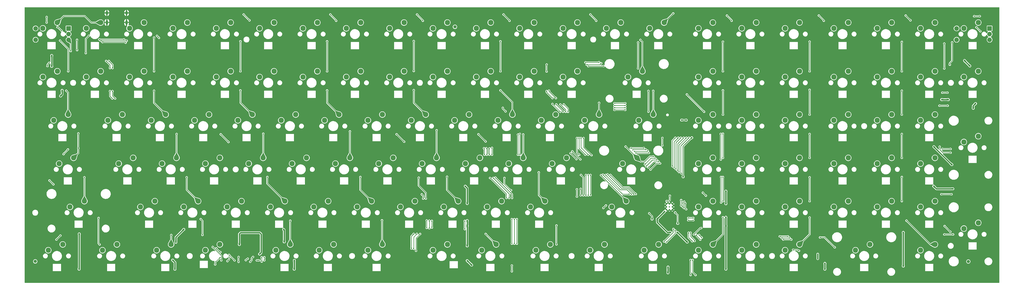
<source format=gtl>
%TF.GenerationSoftware,KiCad,Pcbnew,7.0.2*%
%TF.CreationDate,2023-05-17T23:03:47-05:00*%
%TF.ProjectId,Touch_Keyboard_10x12_Matrix,546f7563-685f-44b6-9579-626f6172645f,rev?*%
%TF.SameCoordinates,Original*%
%TF.FileFunction,Copper,L1,Top*%
%TF.FilePolarity,Positive*%
%FSLAX46Y46*%
G04 Gerber Fmt 4.6, Leading zero omitted, Abs format (unit mm)*
G04 Created by KiCad (PCBNEW 7.0.2) date 2023-05-17 23:03:47*
%MOMM*%
%LPD*%
G01*
G04 APERTURE LIST*
%TA.AperFunction,ComponentPad*%
%ADD10C,2.300000*%
%TD*%
%TA.AperFunction,WasherPad*%
%ADD11C,1.400000*%
%TD*%
%TA.AperFunction,ComponentPad*%
%ADD12R,2.000000X2.000000*%
%TD*%
%TA.AperFunction,ComponentPad*%
%ADD13C,2.000000*%
%TD*%
%TA.AperFunction,ComponentPad*%
%ADD14C,0.600000*%
%TD*%
%TA.AperFunction,ComponentPad*%
%ADD15O,1.000000X1.800000*%
%TD*%
%TA.AperFunction,ComponentPad*%
%ADD16O,1.000000X2.100000*%
%TD*%
%TA.AperFunction,ViaPad*%
%ADD17C,0.500000*%
%TD*%
%TA.AperFunction,ViaPad*%
%ADD18C,0.600000*%
%TD*%
%TA.AperFunction,ViaPad*%
%ADD19C,0.750000*%
%TD*%
%TA.AperFunction,Conductor*%
%ADD20C,0.254000*%
%TD*%
%TA.AperFunction,Conductor*%
%ADD21C,0.600000*%
%TD*%
%TA.AperFunction,Conductor*%
%ADD22C,0.200000*%
%TD*%
%TA.AperFunction,Conductor*%
%ADD23C,0.300000*%
%TD*%
%TA.AperFunction,Conductor*%
%ADD24C,0.150000*%
%TD*%
G04 APERTURE END LIST*
D10*
X255746250Y-209391250D03*
X262096250Y-206851250D03*
X265271250Y-190341250D03*
X271621250Y-187801250D03*
X355758750Y-133191250D03*
X362108750Y-130651250D03*
X491490000Y-190341250D03*
X497840000Y-187801250D03*
X389096250Y-171291250D03*
X395446250Y-168751250D03*
X424815000Y-209391250D03*
X431165000Y-206851250D03*
X491490000Y-152241250D03*
X497840000Y-149701250D03*
X231933750Y-152241250D03*
X238283750Y-149701250D03*
X286702500Y-209391250D03*
X293052500Y-206851250D03*
X186690000Y-209391250D03*
X193040000Y-206851250D03*
X241458750Y-133191250D03*
X247808750Y-130651250D03*
X412908750Y-111760000D03*
X419258750Y-109220000D03*
X350996250Y-171291250D03*
X357346250Y-168751250D03*
X491490000Y-133191250D03*
X497840000Y-130651250D03*
X203358750Y-133191250D03*
X209708750Y-130651250D03*
X374808750Y-111760000D03*
X381158750Y-109220000D03*
X365283750Y-152241250D03*
X371633750Y-149701250D03*
X510540000Y-209391250D03*
X516890000Y-206851250D03*
X222408750Y-111760000D03*
X228758750Y-109220000D03*
X510540000Y-111760000D03*
X516890000Y-109220000D03*
X491490000Y-171291250D03*
X497840000Y-168751250D03*
X570071250Y-133191250D03*
X576421250Y-130651250D03*
X236696250Y-171291250D03*
X243046250Y-168751250D03*
X589121250Y-161766250D03*
X595471250Y-159226250D03*
X203358750Y-111760000D03*
X209708750Y-109220000D03*
X331946250Y-171291250D03*
X338296250Y-168751250D03*
X284321250Y-190341250D03*
X290671250Y-187801250D03*
X431958750Y-111760000D03*
X438308750Y-109220000D03*
X384333750Y-152241250D03*
X390683750Y-149701250D03*
X317658750Y-111760000D03*
X324008750Y-109220000D03*
X472440000Y-111760000D03*
X478790000Y-109220000D03*
X446246250Y-152241250D03*
X452596250Y-149701250D03*
X312896250Y-171291250D03*
X319246250Y-168751250D03*
X255746250Y-171291250D03*
X262096250Y-168751250D03*
X570071250Y-152241250D03*
X576421250Y-149701250D03*
X472440000Y-133191250D03*
X478790000Y-130651250D03*
X472440000Y-209391250D03*
X478790000Y-206851250D03*
X570071250Y-209391250D03*
X576421250Y-206851250D03*
X472440000Y-171291250D03*
X478790000Y-168751250D03*
X570071250Y-190341250D03*
X576421250Y-187801250D03*
X451008750Y-111760000D03*
X457358750Y-109220000D03*
X212883750Y-152241250D03*
X219233750Y-149701250D03*
X260508750Y-133191250D03*
X266858750Y-130651250D03*
X472440000Y-190341250D03*
X478790000Y-187801250D03*
X408146250Y-171291250D03*
X414496250Y-168751250D03*
X412908750Y-133191250D03*
X419258750Y-130651250D03*
X551021250Y-152241250D03*
X557371250Y-149701250D03*
X531971250Y-133191250D03*
X538321250Y-130651250D03*
X308133750Y-152241250D03*
X314483750Y-149701250D03*
X401002500Y-209391250D03*
X407352500Y-206851250D03*
X379571250Y-190341250D03*
X385921250Y-187801250D03*
X260508750Y-111760000D03*
X266858750Y-109220000D03*
X289083750Y-152241250D03*
X295433750Y-149701250D03*
X322421250Y-190341250D03*
X328771250Y-187801250D03*
X398621250Y-190341250D03*
X404971250Y-187801250D03*
X491490000Y-111760000D03*
X497840000Y-109220000D03*
X305752500Y-209391250D03*
X312102500Y-206851250D03*
X434340000Y-190341250D03*
X440690000Y-187801250D03*
X589121250Y-111760000D03*
X595471250Y-109220000D03*
X531971250Y-190341250D03*
X538321250Y-187801250D03*
X250983750Y-152241250D03*
X257333750Y-149701250D03*
X234315000Y-209391250D03*
X240665000Y-206851250D03*
X303371250Y-190341250D03*
X309721250Y-187801250D03*
X341471250Y-190341250D03*
X347821250Y-187801250D03*
X279558750Y-111760000D03*
X285908750Y-109220000D03*
X531971250Y-152241250D03*
X538321250Y-149701250D03*
X510540000Y-152241250D03*
X516890000Y-149701250D03*
X270033750Y-152241250D03*
X276383750Y-149701250D03*
X327183750Y-209391250D03*
X333533750Y-206851250D03*
X336708750Y-111760000D03*
X343058750Y-109220000D03*
X510540000Y-190341250D03*
X516890000Y-187801250D03*
X293846250Y-171291250D03*
X300196250Y-168751250D03*
X241458750Y-111760000D03*
X247808750Y-109220000D03*
X355758750Y-111760000D03*
X362108750Y-109220000D03*
X589121250Y-199866250D03*
X595471250Y-197326250D03*
X222408750Y-133191250D03*
X228758750Y-130651250D03*
X298608750Y-133191250D03*
X304958750Y-130651250D03*
X377190000Y-209391250D03*
X383540000Y-206851250D03*
X184302400Y-111760000D03*
X190652400Y-109220000D03*
X196215000Y-190341250D03*
X202565000Y-187801250D03*
X184308750Y-133191250D03*
X190658750Y-130651250D03*
X210502500Y-209391250D03*
X216852500Y-206851250D03*
X393858750Y-133191250D03*
X400208750Y-130651250D03*
X541496250Y-209391250D03*
X547846250Y-206851250D03*
X374808750Y-133191250D03*
X381158750Y-130651250D03*
X551021250Y-190341250D03*
X557371250Y-187801250D03*
X336708750Y-133191250D03*
X343058750Y-130651250D03*
X279558750Y-133191250D03*
X285908750Y-130651250D03*
X189071250Y-152241250D03*
X195421250Y-149701250D03*
X551021250Y-171291250D03*
X557371250Y-168751250D03*
X551021250Y-111760000D03*
X557371250Y-109220000D03*
X510540000Y-133191250D03*
X516890000Y-130651250D03*
X551021250Y-133191250D03*
X557371250Y-130651250D03*
X227171250Y-190341250D03*
X233521250Y-187801250D03*
X370046250Y-171291250D03*
X376396250Y-168751250D03*
X298608750Y-111760000D03*
X304958750Y-109220000D03*
X191452500Y-171291250D03*
X197802500Y-168751250D03*
X570071250Y-111760000D03*
X576421250Y-109220000D03*
X422433750Y-152241250D03*
X428783750Y-149701250D03*
X589121250Y-133191250D03*
X595471250Y-130651250D03*
X491490000Y-209391250D03*
X497840000Y-206851250D03*
X217646250Y-171291250D03*
X223996250Y-168751250D03*
X327183750Y-152241250D03*
X333533750Y-149701250D03*
X570071250Y-171291250D03*
X576421250Y-168751250D03*
X531971250Y-111760000D03*
X538321250Y-109220000D03*
X362108750Y-206851250D03*
X355758750Y-209391250D03*
X441483750Y-133191250D03*
X447833750Y-130651250D03*
X346233750Y-152241250D03*
X352583750Y-149701250D03*
X393858750Y-111760000D03*
X400208750Y-109220000D03*
X246221250Y-190341250D03*
X252571250Y-187801250D03*
X439102500Y-171291250D03*
X445452500Y-168751250D03*
X317658750Y-133191250D03*
X324008750Y-130651250D03*
X510540000Y-171291250D03*
X516890000Y-168751250D03*
X531971250Y-171291250D03*
X538321250Y-168751250D03*
X274796250Y-171291250D03*
X281146250Y-168751250D03*
X360521250Y-190341250D03*
X366871250Y-187801250D03*
X403383750Y-152241250D03*
X409733750Y-149701250D03*
X472440000Y-152241250D03*
X478790000Y-149701250D03*
X448627500Y-209391250D03*
X454977500Y-206851250D03*
D11*
X365429800Y-111099600D03*
D12*
X195618750Y-111800000D03*
D13*
X195618750Y-116800000D03*
X195618750Y-114300000D03*
X181118750Y-116800000D03*
X181118750Y-111800000D03*
D14*
X460984001Y-191581000D03*
X460984001Y-190306000D03*
X460984001Y-189031000D03*
X459709001Y-191581000D03*
X459709001Y-190306000D03*
X459709001Y-189031000D03*
X458434001Y-191581000D03*
X458434001Y-190306000D03*
X458434001Y-189031000D03*
D11*
X591083400Y-214376000D03*
X180955950Y-214312500D03*
D15*
X212467000Y-104995400D03*
D16*
X212467000Y-109175400D03*
D15*
X221107000Y-104995400D03*
D16*
X221107000Y-109175400D03*
D12*
X600431250Y-111800000D03*
D13*
X600431250Y-116800000D03*
X600431250Y-114300000D03*
X585931250Y-116800000D03*
X585931250Y-111800000D03*
D17*
X276631400Y-185877200D03*
X263321800Y-210870800D03*
X423551485Y-214184030D03*
X396316200Y-211429600D03*
X258965700Y-207962500D03*
X262331200Y-210185000D03*
X260498408Y-208606208D03*
X262712200Y-213868000D03*
X268554200Y-213868000D03*
X266141200Y-211455000D03*
D18*
X551510200Y-205740000D03*
X398983200Y-175768000D03*
D17*
X449402200Y-214376000D03*
X280492200Y-212471000D03*
X260045200Y-215646000D03*
X278330700Y-213868000D03*
X279349200Y-213868000D03*
X273507200Y-213759500D03*
X274396200Y-213106000D03*
X265455700Y-214172500D03*
X270332200Y-214521500D03*
X280492200Y-214394500D03*
X275412200Y-214503000D03*
X270677700Y-202219500D03*
X281635200Y-213868000D03*
X281635200Y-212471500D03*
D19*
X255854200Y-199009000D03*
X266903200Y-201295000D03*
X279567700Y-211102000D03*
X270677700Y-206911000D03*
D17*
X267538200Y-195580000D03*
X198882000Y-161798000D03*
X380094700Y-196078100D03*
X523036800Y-210820000D03*
X448259200Y-178435000D03*
X412242000Y-216763600D03*
X542163000Y-180848000D03*
X460832200Y-196850000D03*
X422656000Y-121285000D03*
X388239000Y-200812400D03*
X227711000Y-180848000D03*
D18*
X495325400Y-208559400D03*
D17*
X318245700Y-138928100D03*
X435660800Y-194538600D03*
X491219700Y-215509100D03*
X267911700Y-211102000D03*
X512876800Y-206044800D03*
X433626200Y-161544000D03*
X308720700Y-157978100D03*
D18*
X552145200Y-202895200D03*
D17*
X570594700Y-196078100D03*
X351519700Y-177028100D03*
X279908000Y-161798000D03*
D18*
X449630800Y-127203200D03*
D17*
X213470700Y-157978100D03*
X211057700Y-215128100D03*
X196833700Y-196078100D03*
D18*
X393192000Y-151536400D03*
D17*
X560578000Y-200660000D03*
X403733000Y-121285000D03*
X275336000Y-199898000D03*
D18*
X255600200Y-107391200D03*
D17*
X576707000Y-144272000D03*
X296418000Y-199898000D03*
X551544700Y-177028100D03*
X461721200Y-179296000D03*
X468325200Y-191008000D03*
X501650000Y-180848000D03*
D18*
X595807800Y-204647800D03*
D17*
X467436200Y-192278000D03*
X185718450Y-121920000D03*
X481584000Y-219176600D03*
X346456000Y-121285000D03*
D18*
X499541800Y-216636600D03*
D17*
X460883000Y-121285000D03*
X303894700Y-196078100D03*
X299195700Y-138928100D03*
X377808700Y-215128100D03*
X251460000Y-121285000D03*
D18*
X465607400Y-218516200D03*
D17*
X597636600Y-132740400D03*
X501269000Y-121285000D03*
X480568000Y-181635400D03*
X521665200Y-216712800D03*
X284429200Y-210312000D03*
X551544700Y-117465100D03*
X460578200Y-179296000D03*
X426237400Y-103809800D03*
X245745000Y-216408000D03*
X303911000Y-180848000D03*
X492108700Y-157978100D03*
X542036000Y-142748000D03*
D18*
X471779600Y-218440000D03*
D17*
X346151200Y-158369000D03*
X270620700Y-157978100D03*
D18*
X426034200Y-175514000D03*
D17*
X492108700Y-138928100D03*
X335026000Y-213614000D03*
X504596400Y-204927200D03*
D18*
X518312400Y-203987400D03*
D17*
X435940200Y-189636400D03*
X543356800Y-148056600D03*
X182321200Y-160070800D03*
D18*
X275170700Y-216904000D03*
X512267200Y-208356200D03*
D17*
X322707000Y-180848000D03*
X527456400Y-103809800D03*
X400126200Y-215773000D03*
X466293200Y-200787000D03*
X442070700Y-138928100D03*
X365760000Y-142748000D03*
D18*
X574903600Y-127762000D03*
D17*
X482346000Y-199898000D03*
X254838200Y-103632000D03*
X458673200Y-206756000D03*
D18*
X280250700Y-216904000D03*
D17*
X418998400Y-190666400D03*
X232156000Y-121285000D03*
X251570700Y-157978100D03*
X337295700Y-117465100D03*
X313563000Y-199898000D03*
X194183000Y-121285000D03*
X222106700Y-118227100D03*
X306307700Y-215128100D03*
D18*
X463016600Y-143205200D03*
D17*
X451053200Y-185166000D03*
X356235000Y-161798000D03*
X482219000Y-121285000D03*
D18*
X515442200Y-205435200D03*
D17*
X232520700Y-157978100D03*
X222885000Y-161798000D03*
X520319000Y-142748000D03*
D18*
X284683200Y-218059000D03*
D17*
X280145700Y-117465100D03*
X192074800Y-144475200D03*
X375395700Y-138928100D03*
X408965400Y-204520800D03*
X337388200Y-162433000D03*
X275319700Y-177028100D03*
X492108700Y-177028100D03*
X473058700Y-138928100D03*
X588882700Y-117881400D03*
X596976200Y-215646000D03*
X185718450Y-214312500D03*
X287020000Y-180848000D03*
X511158700Y-138928100D03*
X468071200Y-197104000D03*
X452958200Y-191262000D03*
X399161000Y-180848000D03*
X551544700Y-138928100D03*
D18*
X410743400Y-167868600D03*
D17*
X415747200Y-204234500D03*
X356463600Y-218617800D03*
X424637200Y-215773000D03*
X365870700Y-157978100D03*
X251333000Y-142748000D03*
D18*
X266827000Y-166827200D03*
D17*
X438937400Y-201498200D03*
X455422000Y-149860000D03*
X394445700Y-117465100D03*
X206629000Y-200025000D03*
D18*
X317754000Y-204851000D03*
D17*
X197711000Y-216301950D03*
X570594700Y-138928100D03*
X237219700Y-177028100D03*
X435940200Y-216560400D03*
X469976200Y-201676000D03*
X184006700Y-118227100D03*
X451595700Y-117465100D03*
X501396000Y-161798000D03*
X551544700Y-196078100D03*
X261095700Y-117465100D03*
X511158700Y-177028100D03*
D18*
X514400800Y-189814200D03*
D17*
X403987000Y-142748000D03*
X541909000Y-121285000D03*
X203945700Y-138928100D03*
X446769700Y-157978100D03*
X372491000Y-217805000D03*
X560832000Y-142748000D03*
D18*
X456869800Y-218135200D03*
D17*
X375285000Y-161798000D03*
X491134400Y-196418200D03*
D18*
X265023884Y-216855000D03*
D17*
X570594700Y-157978100D03*
X370569700Y-177028100D03*
D18*
X430225200Y-199390000D03*
X237236000Y-114909600D03*
D17*
X313546700Y-177028100D03*
X457657200Y-199390000D03*
X466039200Y-158699200D03*
X579628000Y-121285000D03*
X582168000Y-217551000D03*
X600938600Y-105156000D03*
X326974200Y-158496000D03*
X432545700Y-117465100D03*
X203945700Y-117465100D03*
X365633000Y-121285000D03*
X332469700Y-177028100D03*
X251256800Y-106197400D03*
D18*
X426110400Y-189788800D03*
D17*
X482219000Y-142748000D03*
X278968200Y-207264000D03*
X473058700Y-157978100D03*
X270256000Y-142748000D03*
D18*
X462838800Y-140462000D03*
X265887200Y-206629000D03*
D17*
X466293200Y-201803000D03*
D18*
X397992600Y-170891200D03*
D17*
X574421000Y-163322000D03*
X184895700Y-138928100D03*
X222250000Y-216281000D03*
D19*
X468757000Y-208915000D03*
D17*
X351180400Y-199847200D03*
X389619700Y-177028100D03*
D18*
X431876200Y-191262000D03*
D17*
X532494700Y-157978100D03*
X519303000Y-219202000D03*
X294369700Y-177028100D03*
X252679200Y-200787000D03*
X384920700Y-157978100D03*
X318135000Y-161798000D03*
X327643700Y-215128100D03*
D18*
X433654200Y-182245000D03*
D17*
X458673200Y-199390000D03*
X542036000Y-200025000D03*
X532494700Y-117465100D03*
X441909200Y-191770000D03*
X260985000Y-161798000D03*
X327533000Y-121285000D03*
X472389200Y-197205600D03*
X588797400Y-206121000D03*
X268808200Y-206967000D03*
X472042700Y-215890100D03*
D18*
X376961400Y-183388000D03*
D17*
X511158700Y-157978100D03*
X511158700Y-117465100D03*
D19*
X456895200Y-214757000D03*
D17*
X341994700Y-196078100D03*
X574548000Y-182499000D03*
X472931700Y-177028100D03*
X242045700Y-138928100D03*
X532494700Y-138928100D03*
X434069700Y-196840100D03*
X388340600Y-216230200D03*
X390866600Y-163562000D03*
X520319000Y-121285000D03*
X379755400Y-180898800D03*
X384556000Y-121285000D03*
X261095700Y-138928100D03*
X246507000Y-180848000D03*
X353644200Y-187706000D03*
D18*
X432384200Y-185547000D03*
D17*
X512394200Y-213715600D03*
D19*
X443966600Y-195707000D03*
D17*
X589644700Y-138928100D03*
D18*
X476123000Y-189611000D03*
D17*
X288620200Y-214503000D03*
X384556000Y-142748000D03*
X222995700Y-138928100D03*
X520446000Y-161798000D03*
X579955600Y-201168000D03*
X413495700Y-117465100D03*
X187308700Y-215128100D03*
X392379200Y-183896000D03*
X356345700Y-138928100D03*
D18*
X486841800Y-216255600D03*
D17*
X213238200Y-142697200D03*
D18*
X403275800Y-190068200D03*
D17*
X227694700Y-196078100D03*
X453847200Y-184785000D03*
X189594700Y-157978100D03*
X468706200Y-205613000D03*
X530529800Y-202488800D03*
X470001600Y-220929200D03*
X280145700Y-138928100D03*
X375395700Y-117465100D03*
X551671700Y-157978100D03*
X559816000Y-217881200D03*
X237744000Y-199898000D03*
X570594700Y-177028100D03*
X467563200Y-178816000D03*
D18*
X426669200Y-185420000D03*
D17*
X520192000Y-180975000D03*
X423113200Y-157734000D03*
X399144700Y-196078100D03*
X480822000Y-216306400D03*
X299195700Y-117465100D03*
X501396000Y-142748000D03*
X593471000Y-122936000D03*
X501777000Y-199898000D03*
X186055000Y-162179000D03*
X341884000Y-180848000D03*
D18*
X223774000Y-204876400D03*
D17*
X327533000Y-142748000D03*
X332486000Y-199898000D03*
X592861400Y-107924600D03*
X456514200Y-195199000D03*
X510269700Y-215509100D03*
X524230600Y-216027000D03*
X447929000Y-144272000D03*
X413385000Y-161798000D03*
X179781200Y-136448800D03*
X422910000Y-142748000D03*
X602030800Y-146583400D03*
X439657700Y-177028100D03*
X552881800Y-215849200D03*
X241935000Y-161925000D03*
X394445700Y-138928100D03*
D18*
X214833200Y-183286400D03*
D17*
X447598800Y-162052000D03*
X186207400Y-179451000D03*
X560832000Y-161798000D03*
D18*
X411556200Y-218948000D03*
D17*
X453847200Y-183769000D03*
D18*
X270090700Y-216904000D03*
D17*
X369062000Y-103835200D03*
X289433000Y-142748000D03*
D18*
X443433200Y-201422000D03*
D17*
X448513200Y-216230200D03*
X246744700Y-196078100D03*
X560832000Y-121285000D03*
D18*
X479120200Y-209473800D03*
D17*
X289433000Y-121285000D03*
D19*
X458647800Y-210540600D03*
D17*
X413495700Y-138928100D03*
X356345700Y-117465100D03*
X597865200Y-210388200D03*
X503174000Y-216331800D03*
X308356000Y-142748000D03*
X299339000Y-161798000D03*
X192007700Y-177028100D03*
D18*
X401421600Y-187223400D03*
X589788000Y-202844400D03*
D17*
X473058700Y-117465100D03*
X346456000Y-142748000D03*
D18*
X458876400Y-166446200D03*
D17*
X418998400Y-195530500D03*
X368300000Y-201168000D03*
X542290000Y-161798000D03*
X318008000Y-216281000D03*
X598703400Y-169951400D03*
X247396000Y-216408000D03*
X318245700Y-117465100D03*
X284844700Y-196078100D03*
X480517200Y-162839400D03*
X234933700Y-215128100D03*
X256269700Y-177028100D03*
X211328000Y-122428000D03*
X510184400Y-196494400D03*
X531291800Y-196469000D03*
X570594700Y-117465100D03*
X418211000Y-180848000D03*
X518769600Y-209880200D03*
X588755700Y-168138100D03*
X360680000Y-180848000D03*
D18*
X366090200Y-208788000D03*
D17*
X270256000Y-121285000D03*
X516382000Y-213741000D03*
X308356000Y-121285000D03*
X322944700Y-196078100D03*
X541121600Y-215519000D03*
X407972200Y-201091800D03*
X289670700Y-157978100D03*
X232156000Y-142748000D03*
D18*
X436981600Y-219354400D03*
D17*
X492108700Y-117465100D03*
X403970700Y-157978100D03*
X529463000Y-208102200D03*
X251824700Y-213731100D03*
X242493800Y-219100400D03*
D18*
X277418800Y-183311800D03*
D17*
X312013600Y-103606600D03*
X599795600Y-146558000D03*
D18*
X410921200Y-170053000D03*
D17*
X454660000Y-152527000D03*
X387553200Y-219405200D03*
X570640950Y-215120350D03*
X520954000Y-213258400D03*
D18*
X202082400Y-119456200D03*
X495350800Y-189611000D03*
D17*
X441833000Y-121285000D03*
X407238200Y-177419000D03*
X242045700Y-117465100D03*
X298577000Y-216281000D03*
X596722200Y-111404400D03*
D18*
X243509800Y-110769400D03*
D17*
X218169700Y-177028100D03*
X559689000Y-181991000D03*
D19*
X465723000Y-215265000D03*
D17*
X520319000Y-199898000D03*
X532494700Y-177028100D03*
X294208200Y-219583000D03*
X201422000Y-180848000D03*
D18*
X453847200Y-125272800D03*
D17*
X337295700Y-138928100D03*
X265938000Y-180848000D03*
X591439000Y-144272000D03*
X361044700Y-196078100D03*
X363550200Y-213487000D03*
X476554800Y-204546200D03*
X467588600Y-103886000D03*
X411708600Y-148488400D03*
X419049200Y-160020000D03*
X209753200Y-117246400D03*
X214807800Y-142646400D03*
X234440752Y-115060752D03*
X420065200Y-167386000D03*
X213817200Y-139369800D03*
X408254200Y-145034000D03*
X221183200Y-117247400D03*
X442074300Y-184746900D03*
X199313800Y-116814600D03*
X212115400Y-126136400D03*
X199364600Y-121361200D03*
X213817200Y-129260600D03*
X235356400Y-115976400D03*
X430479200Y-176149000D03*
X353034600Y-199593200D03*
X347294200Y-202184000D03*
X424002200Y-176276000D03*
X445922400Y-129413000D03*
X456599950Y-163264300D03*
X450469000Y-139293600D03*
X450494400Y-148437600D03*
X424002200Y-185293000D03*
X456615800Y-159969200D03*
X346278200Y-208661000D03*
X416255200Y-166719250D03*
X450697600Y-166547800D03*
X418795200Y-169316400D03*
X445922400Y-117957600D03*
X444881000Y-166624000D03*
X349529400Y-177469800D03*
X352628200Y-186690000D03*
X353034600Y-196265800D03*
X465505800Y-190296800D03*
X580517000Y-129438400D03*
X451398000Y-173888400D03*
X465505800Y-188431500D03*
X348309200Y-209677000D03*
X474408500Y-184086500D03*
X355295200Y-196469000D03*
X350151700Y-202247500D03*
X475745175Y-185391425D03*
X355295200Y-199410750D03*
X455625200Y-171196000D03*
X580517000Y-118465600D03*
X424002200Y-167386000D03*
X423367200Y-127766513D03*
X411734000Y-145262600D03*
X408279600Y-142468600D03*
X405739600Y-130759200D03*
X405739600Y-139369800D03*
X429717200Y-127127000D03*
X432511200Y-176022000D03*
X420827200Y-160020000D03*
X414096200Y-148513800D03*
X444068200Y-184785000D03*
X405739600Y-127675250D03*
X425462700Y-167576500D03*
X582955400Y-127787400D03*
X413283400Y-145262600D03*
X421970200Y-160020000D03*
X415112200Y-148513800D03*
X433781200Y-176276000D03*
X409803600Y-142468600D03*
X430860200Y-128397000D03*
X424002200Y-128401513D03*
X583946000Y-117932200D03*
X444957200Y-184695500D03*
X406781000Y-139141200D03*
X509701800Y-204698600D03*
X471627200Y-202692000D03*
X513283200Y-204698600D03*
X473252800Y-204749400D03*
X387680200Y-148310600D03*
X435496550Y-146711250D03*
X440309000Y-146710400D03*
X421843200Y-185293000D03*
X393141200Y-158496000D03*
X393141200Y-167386000D03*
X386486400Y-146735800D03*
X420827200Y-176276000D03*
X435502050Y-147656550D03*
X393954000Y-158191200D03*
X393954000Y-167386000D03*
X440309000Y-147650200D03*
X422986200Y-176276000D03*
X422986200Y-185293000D03*
X473913200Y-203861250D03*
X512572000Y-204012800D03*
X472757150Y-202705050D03*
X509016000Y-204012800D03*
X354152200Y-199771000D03*
X583692000Y-184785000D03*
X351485200Y-186690000D03*
X450418200Y-172974000D03*
X354152200Y-196342000D03*
X464845400Y-189780500D03*
X454990200Y-170434000D03*
X579247000Y-184785000D03*
X464845400Y-187325000D03*
X350850200Y-184811250D03*
X347294200Y-208788000D03*
X348691200Y-202184000D03*
X220700600Y-118084600D03*
X210515200Y-117830600D03*
X428790100Y-126682500D03*
X187121800Y-126923800D03*
X422732200Y-126746000D03*
X186309000Y-128397000D03*
X440309000Y-144729200D03*
X435559200Y-144729200D03*
X579628000Y-140061250D03*
X581914000Y-140081000D03*
X578358000Y-145796000D03*
X582041000Y-145796000D03*
X440309000Y-145745200D03*
X435559200Y-145745200D03*
X448487800Y-164439600D03*
X442722000Y-164465000D03*
X578485000Y-163830000D03*
X583311000Y-166497000D03*
X193421000Y-167132000D03*
X583311000Y-164846000D03*
X195326000Y-165084750D03*
X443560200Y-165227000D03*
X579628000Y-164846000D03*
X449402200Y-165100000D03*
X448894200Y-171577000D03*
X453466200Y-168910000D03*
X449402200Y-172466000D03*
X454228200Y-169672000D03*
X470458800Y-202438000D03*
X473659200Y-199644000D03*
X190246000Y-204724000D03*
X508203200Y-203327000D03*
X511860800Y-203327000D03*
X584403200Y-202438000D03*
X192024000Y-202946000D03*
X580517000Y-202438000D03*
X524891000Y-211074000D03*
X524891000Y-213156800D03*
X563880000Y-196342000D03*
X561848000Y-168783000D03*
X561848000Y-130683000D03*
X561848000Y-158242000D03*
X561848000Y-187801250D03*
X561848000Y-117729000D03*
X467944200Y-196215000D03*
X561848000Y-149733000D03*
X470230200Y-196215000D03*
X561848000Y-177165000D03*
X561848000Y-139192000D03*
X202565000Y-177292000D03*
X199898000Y-164515800D03*
X469011000Y-220319600D03*
X199898000Y-157988000D03*
X390448800Y-218668600D03*
X390448800Y-206527400D03*
X390448800Y-216103200D03*
X208788000Y-195199000D03*
X378180600Y-164515800D03*
X191846200Y-117170200D03*
X209245200Y-206851250D03*
X469722200Y-205486000D03*
X378409200Y-167386000D03*
X194589400Y-139192000D03*
X388086600Y-186410600D03*
X390448800Y-195707000D03*
X380822200Y-177622200D03*
X468122000Y-201676000D03*
X469011000Y-213690200D03*
X195453000Y-130651250D03*
X247523000Y-177292000D03*
X379222000Y-164515800D03*
X253695200Y-195707000D03*
X389255000Y-186410600D03*
X265887200Y-161798000D03*
X391541000Y-195707000D03*
X391541000Y-206527400D03*
X240741200Y-202692000D03*
X243078000Y-158242000D03*
X458317600Y-205917800D03*
X379425200Y-167386000D03*
X254457200Y-202692000D03*
X233172000Y-115824000D03*
X233172000Y-139192000D03*
X262483600Y-158394400D03*
X462229200Y-200660000D03*
X233172000Y-130651250D03*
X382299392Y-177618208D03*
X282956000Y-177165000D03*
X293052500Y-196405500D03*
X461467200Y-200025000D03*
X380568200Y-164592000D03*
X392658600Y-206527400D03*
X457339700Y-205549500D03*
X281178000Y-158115000D03*
X271145000Y-117475000D03*
X380568200Y-167386000D03*
X392658600Y-195707000D03*
X383197250Y-177419000D03*
X271145000Y-130683000D03*
X339801200Y-158369000D03*
X271145000Y-139065000D03*
X343103200Y-161671000D03*
X390550400Y-186410600D03*
X419049200Y-185801000D03*
X387172200Y-177596800D03*
X378917200Y-161544000D03*
X375742200Y-158369000D03*
X333375000Y-196215000D03*
X419049200Y-182575200D03*
X390093200Y-183007000D03*
X381711200Y-164338000D03*
X323850000Y-177165000D03*
X319278000Y-157099000D03*
X309245000Y-139065000D03*
X381711200Y-167386000D03*
X309245000Y-117475000D03*
X309245000Y-130683000D03*
X347345000Y-130556000D03*
X369747800Y-200126600D03*
X369747800Y-196469000D03*
X347345000Y-117348000D03*
X347345000Y-138938000D03*
X361950000Y-177038000D03*
X357378000Y-156591000D03*
X378942600Y-202234800D03*
X395446250Y-158470600D03*
X410057600Y-198501000D03*
X429590200Y-176384500D03*
X385445000Y-139065000D03*
X385445000Y-130683000D03*
X402285200Y-175133000D03*
X385445000Y-117475000D03*
X410057600Y-206832200D03*
X461368775Y-105209975D03*
X482396800Y-177165000D03*
X428783750Y-144526000D03*
X446963800Y-116840000D03*
X452704200Y-168148000D03*
X467360000Y-140843000D03*
X482396800Y-188391800D03*
X470204800Y-195204650D03*
X467944200Y-195204650D03*
X440474100Y-163772850D03*
X474954600Y-148488400D03*
X482295200Y-158191200D03*
X482320600Y-169468800D03*
X452596250Y-139268200D03*
X458470000Y-187756800D03*
X459900918Y-185415205D03*
X188925200Y-180416200D03*
X187198000Y-178689000D03*
X468249000Y-159893000D03*
X465023200Y-175641000D03*
D19*
X200235250Y-217761250D03*
X246235250Y-200261250D03*
X562483000Y-201549000D03*
X484505000Y-188976000D03*
X484505000Y-198711250D03*
X582295000Y-143129000D03*
X372783100Y-215938100D03*
X484505000Y-183388000D03*
X370840000Y-207518000D03*
X370840000Y-213995000D03*
X369951000Y-181229000D03*
X484505000Y-194868800D03*
X370840000Y-196342000D03*
X528022250Y-215181750D03*
X294799450Y-217761250D03*
X583857436Y-171742436D03*
X584276871Y-182372000D03*
X188214000Y-128524000D03*
X591743800Y-128320800D03*
X484505000Y-217761250D03*
X192786000Y-139065000D03*
X242773200Y-205867000D03*
X188214000Y-123698000D03*
X575945000Y-163830000D03*
X528022250Y-217761250D03*
X459079600Y-219329000D03*
X370840000Y-188849000D03*
X370840000Y-198711250D03*
X459095250Y-216789000D03*
X593217000Y-146939000D03*
X290162621Y-200261250D03*
X594258400Y-144856200D03*
X290398200Y-205740000D03*
X242348450Y-217761250D03*
X200279000Y-202184000D03*
X562483000Y-216408000D03*
X589407000Y-125933200D03*
X192067750Y-141561250D03*
X579374000Y-143129000D03*
X241376200Y-213741000D03*
X294843200Y-213868000D03*
X575903348Y-181251104D03*
X469519000Y-159893000D03*
D17*
X450817825Y-193148375D03*
X266141200Y-212344000D03*
D19*
X465724200Y-177094000D03*
X465074000Y-152146000D03*
D17*
X270332200Y-212344000D03*
D19*
X467106000Y-152146000D03*
D17*
X262204200Y-212598000D03*
D19*
X463095800Y-201549000D03*
D17*
X516661400Y-209651600D03*
D19*
X457555600Y-192405000D03*
X460197200Y-201549000D03*
D18*
X462229200Y-192836800D03*
D19*
X463372200Y-197612000D03*
D17*
X514070600Y-209219800D03*
D19*
X454355200Y-195681600D03*
X467518700Y-205784500D03*
D17*
X276682200Y-212344000D03*
D19*
X452069200Y-195681600D03*
D17*
X583184000Y-201295000D03*
X580644000Y-198755000D03*
X463931000Y-175006000D03*
X467106000Y-159893000D03*
X463296000Y-174371000D03*
X465963000Y-159893000D03*
X464693000Y-159893000D03*
X462534000Y-173736000D03*
X461772000Y-173101000D03*
X463550000Y-159893000D03*
X461010000Y-172466000D03*
X462280000Y-159893000D03*
X467055200Y-191389000D03*
X483235000Y-149733000D03*
X483235000Y-187833000D03*
X483235000Y-177165000D03*
X483235000Y-139065000D03*
X483235000Y-194868800D03*
X483235000Y-158115000D03*
X483203250Y-130683000D03*
X466692838Y-188755392D03*
X483235000Y-168783000D03*
X483203250Y-117633750D03*
X521335000Y-158242000D03*
X521335000Y-168783000D03*
X521335000Y-177292000D03*
X521335000Y-138811000D03*
X521335000Y-194995800D03*
X521335000Y-187833000D03*
X521335000Y-117602000D03*
X521335000Y-149733000D03*
X466115400Y-190830200D03*
X466166200Y-187960000D03*
X521335000Y-130683000D03*
X204546200Y-115011200D03*
X527558000Y-108458000D03*
X310642000Y-105664000D03*
X484974900Y-106159300D03*
X424942000Y-105664000D03*
X214921028Y-129258447D03*
X563537100Y-106133900D03*
X216077800Y-142646400D03*
X422732200Y-167386000D03*
X412953200Y-148488400D03*
X525386300Y-106133900D03*
X275132800Y-108254800D03*
X431622200Y-176276000D03*
X220040200Y-116670900D03*
X313232800Y-108458000D03*
X487070400Y-108458000D03*
X427532800Y-108458000D03*
X386791200Y-105664000D03*
X214909400Y-139369800D03*
X410006800Y-145262600D03*
X419963600Y-160020000D03*
X565658000Y-108254800D03*
X443102200Y-184836602D03*
X351332800Y-108458000D03*
X348742000Y-105664000D03*
X203174600Y-122682000D03*
X389432800Y-108458000D03*
X209092800Y-116670900D03*
X272542000Y-105664000D03*
X213334600Y-126136400D03*
X450189600Y-165633400D03*
X425018200Y-185166000D03*
X444246000Y-165947000D03*
X417017200Y-165862000D03*
X420573200Y-169418000D03*
X425018200Y-176276000D03*
X594639400Y-111328200D03*
X596392000Y-113055400D03*
X593598000Y-106426000D03*
X596138000Y-106426000D03*
X185978800Y-106781600D03*
X470763600Y-205359000D03*
X192582800Y-112877600D03*
X471195400Y-220319600D03*
X185978800Y-109220000D03*
X190703200Y-111252000D03*
X469925400Y-213690200D03*
X469011000Y-201676000D03*
X196557900Y-121754900D03*
X525856200Y-203775026D03*
X532384000Y-208153000D03*
X430682400Y-190804800D03*
X431800000Y-189712600D03*
X420700200Y-185293000D03*
X420700200Y-182372000D03*
D20*
X466692838Y-191026638D02*
X466692838Y-188755392D01*
X467055200Y-191389000D02*
X466692838Y-191026638D01*
X240665000Y-202768200D02*
X240665000Y-206851250D01*
X240741200Y-202692000D02*
X240665000Y-202768200D01*
X262331200Y-210185000D02*
X262077200Y-210185000D01*
X262077200Y-210185000D02*
X260498408Y-208606208D01*
X262731200Y-213849000D02*
X262712200Y-213868000D01*
X258965700Y-207962500D02*
X262731200Y-211728000D01*
X262731200Y-211728000D02*
X262731200Y-213849000D01*
D21*
X242773200Y-203723300D02*
X246235250Y-200261250D01*
X242773200Y-205867000D02*
X242773200Y-203723300D01*
X242348450Y-214713250D02*
X242348450Y-217761250D01*
X241376200Y-213741000D02*
X242348450Y-214713250D01*
D20*
X268554200Y-213868000D02*
X266141200Y-211455000D01*
X260045200Y-214503000D02*
X260045200Y-215646000D01*
X260296050Y-214252150D02*
X260045200Y-214503000D01*
X260517598Y-214252150D02*
X260296050Y-214252150D01*
X262171748Y-212598000D02*
X260517598Y-214252150D01*
X262204200Y-212598000D02*
X262171748Y-212598000D01*
X266141200Y-212344000D02*
X266141200Y-213487000D01*
X266141200Y-213487000D02*
X265455700Y-214172500D01*
X419049200Y-182575200D02*
X419049200Y-185801000D01*
X420700200Y-182372000D02*
X420700200Y-185293000D01*
X424002200Y-176276000D02*
X424002200Y-185293000D01*
X421843200Y-177292000D02*
X420827200Y-176276000D01*
X421843200Y-185293000D02*
X421843200Y-177292000D01*
X422986200Y-185293000D02*
X422986200Y-176276000D01*
D21*
X458800200Y-201549000D02*
X454355200Y-197104000D01*
X460197200Y-201549000D02*
X458800200Y-201549000D01*
X454355200Y-197104000D02*
X454355200Y-195681600D01*
D20*
X465505800Y-188431500D02*
X465505800Y-190296800D01*
X464845400Y-189780500D02*
X464845400Y-187325000D01*
X584403200Y-202438000D02*
X580517000Y-202438000D01*
D21*
X562483000Y-216408000D02*
X562483000Y-201549000D01*
D20*
X208788000Y-206394050D02*
X208788000Y-195199000D01*
X209245200Y-206851250D02*
X208788000Y-206394050D01*
X351485200Y-185446250D02*
X351485200Y-186690000D01*
X350850200Y-184811250D02*
X351485200Y-185446250D01*
X349529400Y-181051200D02*
X349529400Y-177469800D01*
X352628200Y-184150000D02*
X349529400Y-181051200D01*
X352628200Y-186690000D02*
X352628200Y-184150000D01*
X346278200Y-203200000D02*
X347294200Y-202184000D01*
X346278200Y-208661000D02*
X346278200Y-203200000D01*
X347294200Y-203581000D02*
X348691200Y-202184000D01*
X347294200Y-208788000D02*
X347294200Y-203581000D01*
X387172200Y-180314600D02*
X387172200Y-177596800D01*
X389864600Y-183007000D02*
X387172200Y-180314600D01*
X390093200Y-183007000D02*
X389864600Y-183007000D01*
X402285200Y-185115200D02*
X404971250Y-187801250D01*
X402285200Y-175133000D02*
X402285200Y-185115200D01*
X354152200Y-196342000D02*
X354152200Y-199771000D01*
X355295200Y-196469000D02*
X355295200Y-199410750D01*
X348310200Y-204089000D02*
X348310200Y-209676000D01*
X350151700Y-202247500D02*
X348310200Y-204089000D01*
X348310200Y-209676000D02*
X348309200Y-209677000D01*
X262483600Y-158394400D02*
X265887200Y-161798000D01*
X319246250Y-157130750D02*
X319246250Y-168751250D01*
X319278000Y-157099000D02*
X319246250Y-157130750D01*
X339801200Y-158369000D02*
X343103200Y-161671000D01*
X357378000Y-156591000D02*
X357346250Y-156622750D01*
X357346250Y-156622750D02*
X357346250Y-168751250D01*
X375742200Y-158369000D02*
X378917200Y-161544000D01*
X378409200Y-164744400D02*
X378180600Y-164515800D01*
X378409200Y-167386000D02*
X378409200Y-164744400D01*
X379425200Y-164719000D02*
X379222000Y-164515800D01*
X379425200Y-167386000D02*
X379425200Y-164719000D01*
X388086600Y-184658000D02*
X388086600Y-186410600D01*
X380822200Y-177622200D02*
X381050800Y-177622200D01*
X381050800Y-177622200D02*
X388086600Y-184658000D01*
X383197250Y-177419000D02*
X390550400Y-184772150D01*
X390550400Y-184772150D02*
X390550400Y-186410600D01*
X380568200Y-167386000D02*
X380568200Y-164592000D01*
X381711200Y-164338000D02*
X381711200Y-167386000D01*
X419049200Y-166370000D02*
X420065200Y-167386000D01*
X419049200Y-160020000D02*
X419049200Y-166370000D01*
X419963600Y-164617400D02*
X422732200Y-167386000D01*
X419963600Y-160020000D02*
X419963600Y-164617400D01*
X420827200Y-164211000D02*
X424002200Y-167386000D01*
X420827200Y-160020000D02*
X420827200Y-164211000D01*
X421970200Y-164084000D02*
X425462700Y-167576500D01*
X421970200Y-160020000D02*
X421970200Y-164084000D01*
X418795200Y-169259250D02*
X418795200Y-169316400D01*
X416255200Y-166719250D02*
X418795200Y-169259250D01*
X425018200Y-176276000D02*
X425018200Y-185166000D01*
X473252800Y-199644000D02*
X470458800Y-202438000D01*
X473659200Y-199644000D02*
X473252800Y-199644000D01*
X470763600Y-205018139D02*
X470763600Y-205359000D01*
X469011000Y-201676000D02*
X469011000Y-203265539D01*
X469011000Y-203265539D02*
X470763600Y-205018139D01*
X468122000Y-203885800D02*
X469722200Y-205486000D01*
X468122000Y-201676000D02*
X468122000Y-203885800D01*
D21*
X463095800Y-201549000D02*
X463283200Y-201549000D01*
X463283200Y-201549000D02*
X467518700Y-205784500D01*
D20*
X461467200Y-201422000D02*
X457339700Y-205549500D01*
X461467200Y-200025000D02*
X461467200Y-201422000D01*
X462229200Y-202006200D02*
X458317600Y-205917800D01*
X462229200Y-200660000D02*
X462229200Y-202006200D01*
X473252800Y-204749400D02*
X471627200Y-203123800D01*
X471627200Y-203123800D02*
X471627200Y-202692000D01*
X563537100Y-106133900D02*
X565658000Y-108254800D01*
X525386300Y-106133900D02*
X527558000Y-108305600D01*
X527558000Y-108305600D02*
X527558000Y-108458000D01*
X487070400Y-108254800D02*
X487070400Y-108458000D01*
X484974900Y-106159300D02*
X487070400Y-108254800D01*
X424942000Y-105664000D02*
X427532800Y-108254800D01*
X427532800Y-108254800D02*
X427532800Y-108458000D01*
X386791200Y-105664000D02*
X389432800Y-108305600D01*
X389432800Y-108305600D02*
X389432800Y-108458000D01*
X351332800Y-108254800D02*
X351332800Y-108458000D01*
X348742000Y-105664000D02*
X351332800Y-108254800D01*
X310642000Y-105664000D02*
X313232800Y-108254800D01*
X313232800Y-108254800D02*
X313232800Y-108458000D01*
X272542000Y-105664000D02*
X275132800Y-108254800D01*
X424006713Y-128397000D02*
X424002200Y-128401513D01*
X430860200Y-128397000D02*
X424006713Y-128397000D01*
X423371713Y-127762000D02*
X423367200Y-127766513D01*
X429082200Y-127762000D02*
X423371713Y-127762000D01*
X429717200Y-127127000D02*
X429082200Y-127762000D01*
X428726600Y-126746000D02*
X428790100Y-126682500D01*
X422732200Y-126746000D02*
X428726600Y-126746000D01*
X411708600Y-148488400D02*
X408254200Y-145034000D01*
X386486400Y-147116800D02*
X387680200Y-148310600D01*
X386486400Y-146735800D02*
X386486400Y-147116800D01*
X393954000Y-158191200D02*
X393954000Y-167386000D01*
X393141200Y-158496000D02*
X393141200Y-167386000D01*
X420573200Y-169418000D02*
X417017200Y-165862000D01*
X441018598Y-182753000D02*
X443102200Y-184836602D01*
X431622200Y-176276000D02*
X438099200Y-182753000D01*
X438099200Y-182753000D02*
X441018598Y-182753000D01*
X441528200Y-182245000D02*
X444068200Y-184785000D01*
X432511200Y-176022000D02*
X438734200Y-182245000D01*
X438734200Y-182245000D02*
X441528200Y-182245000D01*
X441909200Y-181737000D02*
X444195200Y-184023000D01*
X439242200Y-181737000D02*
X441909200Y-181737000D01*
X444195200Y-184023000D02*
X444284700Y-184023000D01*
X444284700Y-184023000D02*
X444957200Y-184695500D01*
X433781200Y-176276000D02*
X439242200Y-181737000D01*
X429590200Y-176403000D02*
X440690000Y-187502800D01*
X440690000Y-187502800D02*
X440690000Y-187801250D01*
X429590200Y-176384500D02*
X429590200Y-176403000D01*
X430479200Y-176149000D02*
X439077100Y-184746900D01*
X439077100Y-184746900D02*
X442074300Y-184746900D01*
X465023200Y-175641000D02*
X464693000Y-175310800D01*
X464693000Y-175310800D02*
X464693000Y-163449000D01*
X464693000Y-163449000D02*
X468249000Y-159893000D01*
X448716400Y-170510200D02*
X447211450Y-170510200D01*
X451078600Y-168148000D02*
X448716400Y-170510200D01*
X452704200Y-168148000D02*
X451078600Y-168148000D01*
X447211450Y-170510200D02*
X445452500Y-168751250D01*
X451561200Y-168910000D02*
X448894200Y-171577000D01*
X453466200Y-168910000D02*
X451561200Y-168910000D01*
X452196200Y-169672000D02*
X449402200Y-172466000D01*
X454228200Y-169672000D02*
X452196200Y-169672000D01*
X452958200Y-170434000D02*
X450418200Y-172974000D01*
X454990200Y-170434000D02*
X452958200Y-170434000D01*
X454090400Y-171196000D02*
X451398000Y-173888400D01*
X455625200Y-171196000D02*
X454090400Y-171196000D01*
X450817825Y-193148375D02*
X452069200Y-194399750D01*
X452069200Y-194399750D02*
X452069200Y-195681600D01*
X280492200Y-214394500D02*
X280492200Y-212471000D01*
X281635200Y-212471500D02*
X281635200Y-213868000D01*
X276047200Y-213868000D02*
X275412200Y-214503000D01*
X276047200Y-212979000D02*
X276047200Y-213868000D01*
X276682200Y-212344000D02*
X276047200Y-212979000D01*
D22*
X274160700Y-213106000D02*
X274396200Y-213106000D01*
X273507200Y-213759500D02*
X274160700Y-213106000D01*
D20*
X270332200Y-214521500D02*
X270332200Y-212344000D01*
X279349200Y-213868000D02*
X278330700Y-213868000D01*
D21*
X270677700Y-202219500D02*
X270677700Y-206911000D01*
X271221200Y-201676000D02*
X270677700Y-202219500D01*
X279603200Y-201676000D02*
X271221200Y-201676000D01*
X279567700Y-211102000D02*
X280238200Y-210431500D01*
X280238200Y-210431500D02*
X280238200Y-202311000D01*
X280238200Y-202311000D02*
X279603200Y-201676000D01*
D20*
X254457200Y-196469000D02*
X254457200Y-202692000D01*
X253695200Y-195707000D02*
X254457200Y-196469000D01*
X221182200Y-117246400D02*
X209753200Y-117246400D01*
X213817200Y-127838200D02*
X212115400Y-126136400D01*
X213817200Y-141655800D02*
X214807800Y-142646400D01*
X213817200Y-139369800D02*
X213817200Y-141655800D01*
X221183200Y-117247400D02*
X221182200Y-117246400D01*
X199313800Y-116814600D02*
X199313800Y-121310400D01*
X199313800Y-121310400D02*
X199364600Y-121361200D01*
X234440752Y-115060752D02*
X235356400Y-115976400D01*
X213817200Y-129260600D02*
X213817200Y-127838200D01*
X456599950Y-163264300D02*
X456615800Y-163248450D01*
X456615800Y-163248450D02*
X456615800Y-159969200D01*
X450621400Y-166624000D02*
X444881000Y-166624000D01*
X450697600Y-166547800D02*
X450621400Y-166624000D01*
X353034600Y-199593200D02*
X353034600Y-196265800D01*
X450494400Y-139319000D02*
X450469000Y-139293600D01*
X450494400Y-148437600D02*
X450494400Y-139319000D01*
X445922400Y-129413000D02*
X445922400Y-117957600D01*
X474440250Y-184086500D02*
X474408500Y-184086500D01*
X580517000Y-129438400D02*
X580517000Y-118465600D01*
X475745175Y-185391425D02*
X474440250Y-184086500D01*
X411734000Y-145262600D02*
X414096200Y-147624800D01*
X414096200Y-147624800D02*
X414096200Y-148513800D01*
X405739600Y-139928600D02*
X408279600Y-142468600D01*
X405739600Y-139369800D02*
X405739600Y-139928600D01*
X405739600Y-127675250D02*
X405739600Y-130759200D01*
X415112200Y-147091400D02*
X415112200Y-148513800D01*
X406781000Y-139446000D02*
X406781000Y-139141200D01*
X409803600Y-142468600D02*
X406781000Y-139446000D01*
X582955400Y-127025400D02*
X583946000Y-126034800D01*
X413283400Y-145262600D02*
X415112200Y-147091400D01*
X582955400Y-127787400D02*
X582955400Y-127025400D01*
X583946000Y-126034800D02*
X583946000Y-117932200D01*
X509701800Y-204698600D02*
X513283200Y-204698600D01*
X435496550Y-146711250D02*
X435497400Y-146710400D01*
X435497400Y-146710400D02*
X440309000Y-146710400D01*
X435502050Y-147656550D02*
X435508400Y-147650200D01*
X435508400Y-147650200D02*
X440309000Y-147650200D01*
X472757150Y-202705050D02*
X473913200Y-203861100D01*
X509016000Y-204012800D02*
X512572000Y-204012800D01*
X473913200Y-203861100D02*
X473913200Y-203861250D01*
X583692000Y-184785000D02*
X579247000Y-184785000D01*
X220700600Y-118084600D02*
X220446600Y-117830600D01*
X220446600Y-117830600D02*
X210515200Y-117830600D01*
X187121800Y-126923800D02*
X186309000Y-127736600D01*
X186309000Y-127736600D02*
X186309000Y-128397000D01*
X435559200Y-144729200D02*
X440309000Y-144729200D01*
X581894250Y-140061250D02*
X579628000Y-140061250D01*
X581914000Y-140081000D02*
X581894250Y-140061250D01*
X582041000Y-145796000D02*
X578358000Y-145796000D01*
X440309000Y-145745200D02*
X435559200Y-145745200D01*
X448487800Y-164439600D02*
X448462400Y-164465000D01*
X448462400Y-164465000D02*
X442722000Y-164465000D01*
X579882000Y-166497000D02*
X578485000Y-165100000D01*
X578485000Y-165100000D02*
X578485000Y-163830000D01*
X583311000Y-166497000D02*
X579882000Y-166497000D01*
X443687200Y-165100000D02*
X443560200Y-165227000D01*
X583311000Y-164846000D02*
X579628000Y-164846000D01*
X449402200Y-165100000D02*
X443687200Y-165100000D01*
X195326000Y-165084750D02*
X193421000Y-166989750D01*
X193421000Y-166989750D02*
X193421000Y-167132000D01*
X192024000Y-202946000D02*
X190246000Y-204724000D01*
X508203200Y-203327000D02*
X511860800Y-203327000D01*
D21*
X524891000Y-211074000D02*
X524891000Y-213156800D01*
D20*
X470230200Y-196215000D02*
X467944200Y-196215000D01*
X561848000Y-117729000D02*
X561848000Y-130683000D01*
X574389250Y-206851250D02*
X576421250Y-206851250D01*
X561848000Y-158242000D02*
X561848000Y-168783000D01*
X574389250Y-206851250D02*
X563880000Y-196342000D01*
X561848000Y-187801250D02*
X561848000Y-177165000D01*
X561848000Y-139192000D02*
X561848000Y-149733000D01*
X205587600Y-109220000D02*
X202742800Y-106375200D01*
X199898000Y-164515800D02*
X199898000Y-166655750D01*
X195453000Y-120777000D02*
X195453000Y-130651250D01*
X469011000Y-220319600D02*
X469011000Y-213690200D01*
X202742800Y-106375200D02*
X193497200Y-106375200D01*
X390448800Y-206527400D02*
X390448800Y-195707000D01*
X199898000Y-164515800D02*
X199898000Y-157988000D01*
X194589400Y-139192000D02*
X195421250Y-140023850D01*
X195421250Y-140023850D02*
X195421250Y-149701250D01*
X199898000Y-166655750D02*
X197802500Y-168751250D01*
X191846200Y-117170200D02*
X195453000Y-120777000D01*
X202565000Y-177292000D02*
X202565000Y-187801250D01*
X209708750Y-109220000D02*
X205587600Y-109220000D01*
X390448800Y-216103200D02*
X390448800Y-218668600D01*
X193497200Y-106375200D02*
X190652400Y-109220000D01*
X243046250Y-158273750D02*
X243046250Y-168751250D01*
X389255000Y-184590491D02*
X389255000Y-186410600D01*
X247523000Y-182753000D02*
X247523000Y-177292000D01*
X233172000Y-144589500D02*
X238283750Y-149701250D01*
X233172000Y-139192000D02*
X233172000Y-144589500D01*
X382299392Y-177618208D02*
X382299392Y-177634883D01*
X243078000Y-158242000D02*
X243046250Y-158273750D01*
X391541000Y-206527400D02*
X391541000Y-195707000D01*
X233172000Y-130651250D02*
X233172000Y-115824000D01*
X382299392Y-177634883D02*
X389255000Y-184590491D01*
X252571250Y-187801250D02*
X247523000Y-182753000D01*
X271145000Y-117475000D02*
X271145000Y-130683000D01*
X392658600Y-206527400D02*
X392658600Y-195707000D01*
X293052500Y-196405500D02*
X293052500Y-206851250D01*
X282956000Y-177165000D02*
X282956000Y-180086000D01*
X281178000Y-158115000D02*
X281146250Y-158146750D01*
X281146250Y-158146750D02*
X281146250Y-168751250D01*
X271145000Y-144462500D02*
X276383750Y-149701250D01*
X282956000Y-180086000D02*
X290671250Y-187801250D01*
X271145000Y-139065000D02*
X271145000Y-144462500D01*
X333375000Y-196215000D02*
X333375000Y-206692500D01*
X323850000Y-182880000D02*
X328771250Y-187801250D01*
X309245000Y-117475000D02*
X309245000Y-130683000D01*
X309245000Y-139065000D02*
X309245000Y-144462500D01*
X333375000Y-206692500D02*
X333533750Y-206851250D01*
X323850000Y-177165000D02*
X323850000Y-182880000D01*
X309245000Y-144462500D02*
X314483750Y-149701250D01*
X361950000Y-182880000D02*
X361950000Y-177038000D01*
X347345000Y-144462500D02*
X347345000Y-138938000D01*
X347345000Y-130556000D02*
X347345000Y-117348000D01*
X366871250Y-187801250D02*
X361950000Y-182880000D01*
X378942600Y-202234800D02*
X378942600Y-202253850D01*
X369747800Y-196469000D02*
X369747800Y-200126600D01*
X378942600Y-202253850D02*
X383540000Y-206851250D01*
X352583750Y-149701250D02*
X347345000Y-144462500D01*
X410057600Y-206832200D02*
X410057600Y-198501000D01*
X385445000Y-117475000D02*
X385445000Y-130683000D01*
X395446250Y-158470600D02*
X395446250Y-168751250D01*
X385445000Y-139065000D02*
X390683750Y-144303750D01*
X390683750Y-144303750D02*
X390683750Y-149701250D01*
X461368775Y-105209975D02*
X457358750Y-109220000D01*
X482320600Y-158216600D02*
X482295200Y-158191200D01*
X446963800Y-116840000D02*
X447833750Y-117709950D01*
X452596250Y-139268200D02*
X452596250Y-149701250D01*
X467944200Y-195204650D02*
X470204800Y-195204650D01*
X428783750Y-144526000D02*
X428783750Y-149701250D01*
X467360000Y-140843000D02*
X467360000Y-140893800D01*
X482396800Y-188391800D02*
X482396800Y-177165000D01*
X447833750Y-117709950D02*
X447833750Y-130651250D01*
X467360000Y-140893800D02*
X474954600Y-148488400D01*
X440474100Y-163772850D02*
X445452500Y-168751250D01*
X482320600Y-169468800D02*
X482320600Y-158216600D01*
X459900918Y-185415205D02*
X459900918Y-187316482D01*
X459900918Y-187316482D02*
X459460600Y-187756800D01*
X459460600Y-187756800D02*
X458470000Y-187756800D01*
X187198000Y-178689000D02*
X188925200Y-180416200D01*
D21*
X594258400Y-144856200D02*
X593217000Y-145897600D01*
X294843200Y-217717500D02*
X294843200Y-213868000D01*
X579374000Y-143129000D02*
X582295000Y-143129000D01*
X370840000Y-182118000D02*
X370840000Y-188849000D01*
X370840000Y-198711250D02*
X370840000Y-207518000D01*
X583857436Y-171742436D02*
X583803434Y-171742436D01*
X593217000Y-145897600D02*
X593217000Y-146939000D01*
X589407000Y-125984000D02*
X589407000Y-125933200D01*
X370840000Y-213995000D02*
X372783100Y-215938100D01*
X484505000Y-217761250D02*
X484505000Y-198711250D01*
X200279000Y-217717500D02*
X200235250Y-217761250D01*
X294799450Y-217761250D02*
X294843200Y-217717500D01*
X370840000Y-196342000D02*
X370840000Y-198711250D01*
X575945000Y-163884002D02*
X575945000Y-163830000D01*
X290398200Y-200496829D02*
X290162621Y-200261250D01*
X528022250Y-215181750D02*
X528022250Y-217761250D01*
X459079600Y-216804650D02*
X459079600Y-219329000D01*
X200279000Y-202184000D02*
X200279000Y-217717500D01*
X290398200Y-205740000D02*
X290398200Y-200496829D01*
X591743800Y-128320800D02*
X589407000Y-125984000D01*
X484505000Y-188976000D02*
X484505000Y-183388000D01*
X192786000Y-140843000D02*
X192786000Y-139065000D01*
X459095250Y-216789000D02*
X459079600Y-216804650D01*
X577024244Y-182372000D02*
X584276871Y-182372000D01*
X575903348Y-181251104D02*
X577024244Y-182372000D01*
X484505000Y-198711250D02*
X484505000Y-194868800D01*
X369951000Y-181229000D02*
X370840000Y-182118000D01*
X192067750Y-141561250D02*
X192786000Y-140843000D01*
X583803434Y-171742436D02*
X575945000Y-163884002D01*
X188214000Y-123698000D02*
X188214000Y-128524000D01*
D20*
X516483600Y-209651600D02*
X516661400Y-209651600D01*
D23*
X465074000Y-152146000D02*
X467106000Y-152146000D01*
D21*
X454355200Y-195681600D02*
X454355200Y-195605400D01*
D20*
X463372200Y-193979800D02*
X462229200Y-192836800D01*
X516051800Y-209219800D02*
X516483600Y-209651600D01*
D23*
X465724200Y-177094000D02*
X465724200Y-163687800D01*
D20*
X514070600Y-209219800D02*
X516051800Y-209219800D01*
D21*
X454355200Y-195605400D02*
X457555600Y-192405000D01*
D23*
X465724200Y-163687800D02*
X469519000Y-159893000D01*
D20*
X463372200Y-197612000D02*
X463372200Y-193979800D01*
X583184000Y-201295000D02*
X580644000Y-198755000D01*
X463931000Y-163068000D02*
X463931000Y-175006000D01*
X467106000Y-159893000D02*
X463931000Y-163068000D01*
X465963000Y-159893000D02*
X463296000Y-162560000D01*
X463296000Y-162560000D02*
X463296000Y-174371000D01*
X464693000Y-159893000D02*
X462534000Y-162052000D01*
X462534000Y-162052000D02*
X462534000Y-173736000D01*
X463550000Y-159893000D02*
X461772000Y-161671000D01*
X461772000Y-161671000D02*
X461772000Y-173101000D01*
X462153000Y-160020000D02*
X461010000Y-161163000D01*
D24*
X462153000Y-160020000D02*
X462280000Y-159893000D01*
D20*
X461010000Y-161163000D02*
X461010000Y-172466000D01*
X483235000Y-177165000D02*
X483235000Y-187833000D01*
X483235000Y-194868800D02*
X483235000Y-202406250D01*
X483235000Y-202406250D02*
X478790000Y-206851250D01*
X483203250Y-117633750D02*
X483203250Y-130683000D01*
X483235000Y-139065000D02*
X483235000Y-149733000D01*
X483235000Y-158115000D02*
X483235000Y-168783000D01*
X521335000Y-202406250D02*
X516890000Y-206851250D01*
X521335000Y-158242000D02*
X521335000Y-168783000D01*
X521335000Y-177292000D02*
X521335000Y-187833000D01*
X466166200Y-187960000D02*
X466115400Y-188010800D01*
X521335000Y-194995800D02*
X521335000Y-202406250D01*
X521335000Y-117602000D02*
X521335000Y-130683000D01*
X466115400Y-188010800D02*
X466115400Y-190830200D01*
X521335000Y-138811000D02*
X521335000Y-149733000D01*
X209092800Y-116670900D02*
X220040200Y-116670900D01*
X214909400Y-141478000D02*
X216077800Y-142646400D01*
X213334600Y-126136400D02*
X214921028Y-127722828D01*
X410006800Y-145262600D02*
X412953200Y-148209000D01*
X203174600Y-116382800D02*
X203174600Y-122682000D01*
X412953200Y-148209000D02*
X412953200Y-148488400D01*
X214909400Y-139369800D02*
X214909400Y-141478000D01*
X204546200Y-115011200D02*
X203174600Y-116382800D01*
X214921028Y-127722828D02*
X214921028Y-129258447D01*
X444246000Y-165947000D02*
X449876000Y-165947000D01*
X449876000Y-165947000D02*
X450189600Y-165633400D01*
X594664800Y-111328200D02*
X594639400Y-111328200D01*
X596392000Y-113055400D02*
X594664800Y-111328200D01*
X594639400Y-111302800D02*
X594664800Y-111328200D01*
X594639400Y-111328200D02*
X594639400Y-111302800D01*
X593598000Y-106426000D02*
X596138000Y-106426000D01*
X469925400Y-219049600D02*
X471195400Y-220319600D01*
X185978800Y-109220000D02*
X185978800Y-106781600D01*
X190957200Y-111252000D02*
X192582800Y-112877600D01*
X469925400Y-213690200D02*
X469925400Y-219049600D01*
X190703200Y-111252000D02*
X190957200Y-111252000D01*
X196596000Y-121716800D02*
X196596000Y-117777250D01*
X196557900Y-121754900D02*
X196596000Y-121716800D01*
X196596000Y-117777250D02*
X195618750Y-116800000D01*
X525856200Y-203775026D02*
X527980626Y-203775026D01*
X527980626Y-203775026D02*
X532358600Y-208153000D01*
X532358600Y-208153000D02*
X532384000Y-208153000D01*
X431800000Y-189712600D02*
X431774600Y-189712600D01*
X431774600Y-189712600D02*
X430682400Y-190804800D01*
%TA.AperFunction,Conductor*%
G36*
X604680039Y-102513935D02*
G01*
X604725794Y-102566739D01*
X604737000Y-102618250D01*
X604737000Y-223613000D01*
X604717315Y-223680039D01*
X604664511Y-223725794D01*
X604613000Y-223737000D01*
X176437000Y-223737000D01*
X176369961Y-223717315D01*
X176324206Y-223664511D01*
X176313000Y-223613000D01*
X176313000Y-220319600D01*
X468505353Y-220319600D01*
X468525834Y-220462057D01*
X468585623Y-220592974D01*
X468679870Y-220701741D01*
X468679872Y-220701743D01*
X468800947Y-220779553D01*
X468939039Y-220820100D01*
X469082961Y-220820100D01*
X469221053Y-220779553D01*
X469342128Y-220701743D01*
X469436377Y-220592973D01*
X469496165Y-220462057D01*
X469516647Y-220319600D01*
X469496165Y-220177143D01*
X469495200Y-220175032D01*
X469487903Y-220154404D01*
X469460086Y-220046227D01*
X469392407Y-219783026D01*
X469388500Y-219752145D01*
X469388500Y-219345926D01*
X469408185Y-219278887D01*
X469460989Y-219233132D01*
X469530147Y-219223188D01*
X469593703Y-219252213D01*
X469600188Y-219258251D01*
X469606806Y-219264870D01*
X469617608Y-219279357D01*
X469623379Y-219284670D01*
X469623380Y-219284671D01*
X469630002Y-219290767D01*
X469662115Y-219320329D01*
X469665813Y-219323878D01*
X470527215Y-220185281D01*
X470546289Y-220209880D01*
X470739315Y-220536541D01*
X470739670Y-220536967D01*
X470757135Y-220564753D01*
X470770024Y-220592975D01*
X470864270Y-220701741D01*
X470864272Y-220701743D01*
X470985347Y-220779553D01*
X471123439Y-220820100D01*
X471267361Y-220820100D01*
X471405453Y-220779553D01*
X471526528Y-220701743D01*
X471620777Y-220592973D01*
X471680565Y-220462057D01*
X471701047Y-220319600D01*
X471680565Y-220177143D01*
X471680564Y-220177141D01*
X471620777Y-220046227D01*
X471526527Y-219937456D01*
X471422845Y-219870824D01*
X471416384Y-219865906D01*
X471412341Y-219863517D01*
X471412339Y-219863515D01*
X471085677Y-219670487D01*
X471061079Y-219651413D01*
X470339219Y-218929552D01*
X470305734Y-218868229D01*
X470303774Y-218850004D01*
X531671693Y-218850004D01*
X531681837Y-219114603D01*
X531732251Y-219374557D01*
X531821755Y-219623761D01*
X531948256Y-219856394D01*
X532092960Y-220046227D01*
X532108780Y-220066981D01*
X532299571Y-220250598D01*
X532516155Y-220402940D01*
X532753455Y-220520435D01*
X533005910Y-220600329D01*
X533267602Y-220640750D01*
X533267603Y-220640750D01*
X533463723Y-220640750D01*
X533466102Y-220640750D01*
X533664018Y-220625555D01*
X533921848Y-220565221D01*
X534047001Y-220514779D01*
X534167443Y-220466238D01*
X534167445Y-220466236D01*
X534167447Y-220466236D01*
X534395057Y-220330920D01*
X534599344Y-220162446D01*
X534775519Y-219964762D01*
X534919453Y-219742502D01*
X535027772Y-219500876D01*
X535033567Y-219479791D01*
X535085511Y-219290767D01*
X535097938Y-219245546D01*
X535128306Y-218982497D01*
X535123227Y-218850004D01*
X555484193Y-218850004D01*
X555494337Y-219114603D01*
X555544751Y-219374557D01*
X555634255Y-219623761D01*
X555760756Y-219856394D01*
X555905460Y-220046227D01*
X555921280Y-220066981D01*
X556112071Y-220250598D01*
X556328655Y-220402940D01*
X556565955Y-220520435D01*
X556818410Y-220600329D01*
X557080102Y-220640750D01*
X557080103Y-220640750D01*
X557276223Y-220640750D01*
X557278602Y-220640750D01*
X557476518Y-220625555D01*
X557734348Y-220565221D01*
X557859501Y-220514779D01*
X557979943Y-220466238D01*
X557979945Y-220466236D01*
X557979947Y-220466236D01*
X558207557Y-220330920D01*
X558411844Y-220162446D01*
X558588019Y-219964762D01*
X558731953Y-219742502D01*
X558840272Y-219500876D01*
X558846067Y-219479791D01*
X558898011Y-219290767D01*
X558910438Y-219245546D01*
X558940806Y-218982497D01*
X558930663Y-218717896D01*
X558896920Y-218543905D01*
X572080750Y-218543905D01*
X572081647Y-218546666D01*
X572094052Y-218571011D01*
X572097469Y-218575713D01*
X572116789Y-218595033D01*
X572121492Y-218598450D01*
X572145831Y-218610851D01*
X572148595Y-218611749D01*
X572148596Y-218611750D01*
X572148597Y-218611750D01*
X575613905Y-218611750D01*
X575616673Y-218610850D01*
X575641003Y-218598453D01*
X575643359Y-218596740D01*
X575643362Y-218596740D01*
X575643363Y-218596737D01*
X575645721Y-218595025D01*
X575665025Y-218575721D01*
X575666737Y-218573363D01*
X575666740Y-218573362D01*
X575666740Y-218573359D01*
X575668453Y-218571003D01*
X575680850Y-218546673D01*
X575681750Y-218543905D01*
X575681750Y-215478597D01*
X575680851Y-215475831D01*
X575668450Y-215451492D01*
X575665033Y-215446789D01*
X575645713Y-215427469D01*
X575643362Y-215425761D01*
X575643362Y-215425760D01*
X575643360Y-215425759D01*
X575641011Y-215424052D01*
X575616666Y-215411647D01*
X575613906Y-215410750D01*
X575613904Y-215410750D01*
X575597167Y-215410750D01*
X572213904Y-215410750D01*
X572148596Y-215410750D01*
X572145841Y-215411645D01*
X572121486Y-215424053D01*
X572116793Y-215427463D01*
X572097463Y-215446793D01*
X572094053Y-215451486D01*
X572081645Y-215475841D01*
X572080750Y-215478596D01*
X572080750Y-218543905D01*
X558896920Y-218543905D01*
X558880249Y-218457945D01*
X558863298Y-218410750D01*
X558790744Y-218208738D01*
X558790743Y-218208735D01*
X558664245Y-217976109D01*
X558664243Y-217976105D01*
X558503720Y-217765519D01*
X558312930Y-217581903D01*
X558311105Y-217580619D01*
X558096345Y-217429560D01*
X557968503Y-217366261D01*
X557859044Y-217312064D01*
X557606592Y-217232171D01*
X557432128Y-217205223D01*
X557344898Y-217191750D01*
X557146398Y-217191750D01*
X557144031Y-217191931D01*
X557144023Y-217191932D01*
X556948480Y-217206945D01*
X556690652Y-217267278D01*
X556445056Y-217366261D01*
X556217442Y-217501579D01*
X556013154Y-217670054D01*
X555836978Y-217867740D01*
X555693046Y-218089998D01*
X555584727Y-218331622D01*
X555514562Y-218586950D01*
X555484193Y-218850004D01*
X535123227Y-218850004D01*
X535118163Y-218717896D01*
X535084420Y-218543905D01*
X543505750Y-218543905D01*
X543506647Y-218546666D01*
X543519052Y-218571011D01*
X543522469Y-218575713D01*
X543541789Y-218595033D01*
X543546492Y-218598450D01*
X543570831Y-218610851D01*
X543573595Y-218611749D01*
X543573596Y-218611750D01*
X543573597Y-218611750D01*
X547038905Y-218611750D01*
X547041673Y-218610850D01*
X547066003Y-218598453D01*
X547068359Y-218596740D01*
X547068362Y-218596740D01*
X547068363Y-218596737D01*
X547070721Y-218595025D01*
X547090025Y-218575721D01*
X547091737Y-218573363D01*
X547091740Y-218573362D01*
X547091740Y-218573359D01*
X547093453Y-218571003D01*
X547105850Y-218546673D01*
X547106750Y-218543905D01*
X547106750Y-216407842D01*
X561852886Y-216407842D01*
X561871215Y-216558791D01*
X561925078Y-216700819D01*
X562011368Y-216825831D01*
X562125063Y-216926555D01*
X562125064Y-216926555D01*
X562125066Y-216926557D01*
X562259566Y-216997148D01*
X562407051Y-217033500D01*
X562407052Y-217033500D01*
X562558948Y-217033500D01*
X562558949Y-217033500D01*
X562706434Y-216997148D01*
X562840934Y-216926557D01*
X562954632Y-216825830D01*
X563040921Y-216700819D01*
X563094785Y-216558791D01*
X563113094Y-216408000D01*
X563111470Y-216394632D01*
X563111201Y-216372269D01*
X563110617Y-216366426D01*
X563038286Y-215643113D01*
X563038027Y-215642183D01*
X563033500Y-215608982D01*
X563033500Y-214385990D01*
X582478167Y-214385990D01*
X582478581Y-214390111D01*
X582478582Y-214390122D01*
X582507159Y-214674182D01*
X582507160Y-214674192D01*
X582507575Y-214678310D01*
X582508535Y-214682341D01*
X582508536Y-214682343D01*
X582574723Y-214960074D01*
X582575683Y-214964102D01*
X582577170Y-214967964D01*
X582577172Y-214967969D01*
X582674241Y-215220002D01*
X582681275Y-215238266D01*
X582683268Y-215241903D01*
X582683270Y-215241907D01*
X582820474Y-215492273D01*
X582820480Y-215492282D01*
X582822468Y-215495910D01*
X582824924Y-215499243D01*
X582824927Y-215499248D01*
X582988357Y-215721057D01*
X582996741Y-215732436D01*
X583200986Y-215943624D01*
X583318998Y-216036817D01*
X583428301Y-216123133D01*
X583428305Y-216123135D01*
X583431556Y-216125703D01*
X583684338Y-216275426D01*
X583688142Y-216277039D01*
X583688146Y-216277041D01*
X583790235Y-216320330D01*
X583954821Y-216390121D01*
X584238178Y-216467741D01*
X584529352Y-216506900D01*
X584533492Y-216506900D01*
X584747531Y-216506900D01*
X584749613Y-216506900D01*
X584969389Y-216492188D01*
X585257298Y-216433668D01*
X585534837Y-216337295D01*
X585797055Y-216204791D01*
X586039273Y-216038518D01*
X586257167Y-215841444D01*
X586446849Y-215617087D01*
X586604936Y-215369449D01*
X586728604Y-215102949D01*
X586815649Y-214822345D01*
X586864516Y-214532642D01*
X586869753Y-214376000D01*
X590128301Y-214376000D01*
X590133081Y-214424530D01*
X590146653Y-214562332D01*
X590201003Y-214741500D01*
X590284187Y-214897126D01*
X590289264Y-214906625D01*
X590408043Y-215051357D01*
X590552775Y-215170136D01*
X590717899Y-215258396D01*
X590897069Y-215312747D01*
X591083400Y-215331099D01*
X591269731Y-215312747D01*
X591448901Y-215258396D01*
X591614025Y-215170136D01*
X591758757Y-215051357D01*
X591877536Y-214906625D01*
X591965796Y-214741501D01*
X592020147Y-214562331D01*
X592038499Y-214376000D01*
X592025720Y-214246254D01*
X598187943Y-214246254D01*
X598195687Y-214448245D01*
X598198087Y-214510854D01*
X598208264Y-214563329D01*
X598248501Y-214770807D01*
X598338005Y-215020011D01*
X598338006Y-215020014D01*
X598338007Y-215020015D01*
X598343958Y-215030958D01*
X598464506Y-215252644D01*
X598625029Y-215463230D01*
X598625030Y-215463231D01*
X598815821Y-215646848D01*
X599032405Y-215799190D01*
X599269705Y-215916685D01*
X599522160Y-215996579D01*
X599783852Y-216037000D01*
X599783853Y-216037000D01*
X599979973Y-216037000D01*
X599982352Y-216037000D01*
X600180268Y-216021805D01*
X600438098Y-215961471D01*
X600563251Y-215911029D01*
X600683693Y-215862488D01*
X600683695Y-215862486D01*
X600683697Y-215862486D01*
X600911307Y-215727170D01*
X601115594Y-215558696D01*
X601291769Y-215361012D01*
X601435703Y-215138752D01*
X601503348Y-214987857D01*
X601544022Y-214897127D01*
X601604239Y-214678000D01*
X601614188Y-214641796D01*
X601644556Y-214378747D01*
X601644486Y-214376933D01*
X601643394Y-214348444D01*
X601634413Y-214114146D01*
X601583999Y-213854195D01*
X601580412Y-213844209D01*
X601498823Y-213617042D01*
X601494493Y-213604985D01*
X601373877Y-213383175D01*
X601367993Y-213372355D01*
X601207470Y-213161769D01*
X601025668Y-212986803D01*
X601016679Y-212978152D01*
X600800095Y-212825810D01*
X600781902Y-212816802D01*
X600562794Y-212708314D01*
X600310342Y-212628421D01*
X600135878Y-212601473D01*
X600048648Y-212588000D01*
X599850148Y-212588000D01*
X599847781Y-212588181D01*
X599847773Y-212588182D01*
X599652230Y-212603195D01*
X599394402Y-212663528D01*
X599148806Y-212762511D01*
X598921192Y-212897829D01*
X598716904Y-213066304D01*
X598540728Y-213263990D01*
X598396796Y-213486248D01*
X598288477Y-213727872D01*
X598218312Y-213983200D01*
X598187943Y-214246254D01*
X592025720Y-214246254D01*
X592020147Y-214189669D01*
X591965796Y-214010499D01*
X591877536Y-213845375D01*
X591758757Y-213700643D01*
X591625010Y-213590879D01*
X591614024Y-213581863D01*
X591448900Y-213493603D01*
X591269732Y-213439253D01*
X591176565Y-213430077D01*
X591083400Y-213420901D01*
X591083399Y-213420901D01*
X590897067Y-213439253D01*
X590717899Y-213493603D01*
X590552775Y-213581863D01*
X590408043Y-213700643D01*
X590289263Y-213845375D01*
X590201003Y-214010499D01*
X590146653Y-214189667D01*
X590130241Y-214356304D01*
X590128301Y-214376000D01*
X586869753Y-214376000D01*
X586874333Y-214239010D01*
X586844925Y-213946690D01*
X586776817Y-213660898D01*
X586671225Y-213386734D01*
X586620181Y-213293590D01*
X586532025Y-213132726D01*
X586532022Y-213132721D01*
X586530032Y-213129090D01*
X586521859Y-213117998D01*
X586425195Y-212986803D01*
X586355759Y-212892564D01*
X586151514Y-212681376D01*
X586021651Y-212578824D01*
X585924198Y-212501866D01*
X585924191Y-212501861D01*
X585920944Y-212499297D01*
X585917383Y-212497187D01*
X585917376Y-212497183D01*
X585671723Y-212351683D01*
X585671720Y-212351681D01*
X585668162Y-212349574D01*
X585664363Y-212347963D01*
X585664353Y-212347958D01*
X585401488Y-212236494D01*
X585401485Y-212236493D01*
X585397679Y-212234879D01*
X585393692Y-212233787D01*
X585393684Y-212233784D01*
X585118317Y-212158353D01*
X585118312Y-212158351D01*
X585114322Y-212157259D01*
X585110227Y-212156708D01*
X585110221Y-212156707D01*
X584827247Y-212118651D01*
X584827243Y-212118650D01*
X584823148Y-212118100D01*
X584602887Y-212118100D01*
X584600813Y-212118238D01*
X584600808Y-212118239D01*
X584387243Y-212132535D01*
X584387237Y-212132535D01*
X584383111Y-212132812D01*
X584379054Y-212133636D01*
X584379051Y-212133637D01*
X584099270Y-212190505D01*
X584099267Y-212190505D01*
X584095202Y-212191332D01*
X584091284Y-212192692D01*
X584091282Y-212192693D01*
X583821575Y-212286346D01*
X583821567Y-212286349D01*
X583817663Y-212287705D01*
X583813971Y-212289570D01*
X583813963Y-212289574D01*
X583559146Y-212418338D01*
X583559136Y-212418343D01*
X583555445Y-212420209D01*
X583552034Y-212422550D01*
X583552028Y-212422554D01*
X583316644Y-212584135D01*
X583316630Y-212584145D01*
X583313227Y-212586482D01*
X583310162Y-212589253D01*
X583310152Y-212589262D01*
X583098407Y-212780775D01*
X583098401Y-212780780D01*
X583095333Y-212783556D01*
X583092664Y-212786711D01*
X583092657Y-212786720D01*
X582918170Y-212993105D01*
X582905651Y-213007913D01*
X582903423Y-213011401D01*
X582903420Y-213011407D01*
X582749797Y-213252052D01*
X582749792Y-213252059D01*
X582747564Y-213255551D01*
X582745819Y-213259309D01*
X582745818Y-213259313D01*
X582625641Y-213518289D01*
X582625637Y-213518298D01*
X582623896Y-213522051D01*
X582622670Y-213526001D01*
X582622668Y-213526008D01*
X582545559Y-213774582D01*
X582536851Y-213802655D01*
X582536162Y-213806733D01*
X582536162Y-213806738D01*
X582501882Y-214009965D01*
X582487984Y-214092358D01*
X582487846Y-214096481D01*
X582487845Y-214096493D01*
X582478305Y-214381843D01*
X582478305Y-214381852D01*
X582478167Y-214385990D01*
X563033500Y-214385990D01*
X563033500Y-211879843D01*
X567722082Y-211879843D01*
X567731855Y-212085006D01*
X567780279Y-212284612D01*
X567807400Y-212343999D01*
X567865604Y-212471449D01*
X567958223Y-212601512D01*
X567984744Y-212638756D01*
X568133396Y-212780495D01*
X568226196Y-212840134D01*
X568289119Y-212880573D01*
X568306186Y-212891541D01*
X568496868Y-212967879D01*
X568698552Y-213006750D01*
X568849528Y-213006750D01*
X568852482Y-213006750D01*
X568855433Y-213006468D01*
X568855437Y-213006468D01*
X568911777Y-213001088D01*
X569005716Y-212992118D01*
X569202791Y-212934251D01*
X569385354Y-212840134D01*
X569546806Y-212713166D01*
X569681311Y-212557939D01*
X569784009Y-212380061D01*
X569851187Y-212185962D01*
X569877243Y-212004740D01*
X571683167Y-212004740D01*
X571683581Y-212008861D01*
X571683582Y-212008872D01*
X571712159Y-212292932D01*
X571712160Y-212292942D01*
X571712575Y-212297060D01*
X571713535Y-212301091D01*
X571713536Y-212301093D01*
X571755771Y-212478319D01*
X571780683Y-212582852D01*
X571782170Y-212586714D01*
X571782172Y-212586719D01*
X571874168Y-212825582D01*
X571886275Y-212857016D01*
X571888268Y-212860653D01*
X571888270Y-212860657D01*
X572025474Y-213111023D01*
X572025480Y-213111032D01*
X572027468Y-213114660D01*
X572029924Y-213117993D01*
X572029927Y-213117998D01*
X572197479Y-213345401D01*
X572201741Y-213351186D01*
X572405986Y-213562374D01*
X572535848Y-213664925D01*
X572633301Y-213741883D01*
X572633305Y-213741885D01*
X572636556Y-213744453D01*
X572640120Y-213746564D01*
X572640123Y-213746566D01*
X572728141Y-213798699D01*
X572889338Y-213894176D01*
X572893142Y-213895789D01*
X572893146Y-213895791D01*
X572957315Y-213923001D01*
X573159821Y-214008871D01*
X573443178Y-214086491D01*
X573734352Y-214125650D01*
X573738492Y-214125650D01*
X573952531Y-214125650D01*
X573954613Y-214125650D01*
X574174389Y-214110938D01*
X574462298Y-214052418D01*
X574739837Y-213956045D01*
X575002055Y-213823541D01*
X575244273Y-213657268D01*
X575462167Y-213460194D01*
X575651849Y-213235837D01*
X575809936Y-212988199D01*
X575933604Y-212721699D01*
X576020649Y-212441095D01*
X576069516Y-212151392D01*
X576078595Y-211879843D01*
X577882082Y-211879843D01*
X577891855Y-212085006D01*
X577940279Y-212284612D01*
X577967400Y-212343999D01*
X578025604Y-212471449D01*
X578118223Y-212601512D01*
X578144744Y-212638756D01*
X578293396Y-212780495D01*
X578386196Y-212840134D01*
X578449119Y-212880573D01*
X578466186Y-212891541D01*
X578656868Y-212967879D01*
X578858552Y-213006750D01*
X579009528Y-213006750D01*
X579012482Y-213006750D01*
X579015433Y-213006468D01*
X579015437Y-213006468D01*
X579071777Y-213001088D01*
X579165716Y-212992118D01*
X579362791Y-212934251D01*
X579545354Y-212840134D01*
X579706806Y-212713166D01*
X579841311Y-212557939D01*
X579944009Y-212380061D01*
X580011187Y-212185962D01*
X580040418Y-211982657D01*
X580030645Y-211777494D01*
X579982221Y-211577888D01*
X579896897Y-211391054D01*
X579896896Y-211391053D01*
X579896895Y-211391050D01*
X579787948Y-211238057D01*
X579777756Y-211223744D01*
X579629104Y-211082005D01*
X579564644Y-211040579D01*
X579456315Y-210970959D01*
X579329371Y-210920138D01*
X579265632Y-210894621D01*
X579265631Y-210894620D01*
X579265629Y-210894620D01*
X579063948Y-210855750D01*
X578910018Y-210855750D01*
X578907088Y-210856029D01*
X578907062Y-210856031D01*
X578756786Y-210870381D01*
X578559710Y-210928248D01*
X578377143Y-211022367D01*
X578215695Y-211149332D01*
X578081187Y-211304562D01*
X577978491Y-211482437D01*
X577911312Y-211676537D01*
X577885851Y-211853627D01*
X577882082Y-211879843D01*
X576078595Y-211879843D01*
X576079333Y-211857760D01*
X576049925Y-211565440D01*
X575981817Y-211279648D01*
X575876225Y-211005484D01*
X575802187Y-210870382D01*
X575737025Y-210751476D01*
X575737022Y-210751471D01*
X575735032Y-210747840D01*
X575726730Y-210736573D01*
X575643419Y-210623502D01*
X575560759Y-210511314D01*
X575356514Y-210300126D01*
X575229538Y-210199854D01*
X575129198Y-210120616D01*
X575129191Y-210120611D01*
X575125944Y-210118047D01*
X575122383Y-210115937D01*
X575122376Y-210115933D01*
X574876723Y-209970433D01*
X574876720Y-209970431D01*
X574873162Y-209968324D01*
X574869363Y-209966713D01*
X574869353Y-209966708D01*
X574606488Y-209855244D01*
X574606485Y-209855243D01*
X574602679Y-209853629D01*
X574598692Y-209852537D01*
X574598684Y-209852534D01*
X574323317Y-209777103D01*
X574323312Y-209777101D01*
X574319322Y-209776009D01*
X574315227Y-209775458D01*
X574315221Y-209775457D01*
X574032247Y-209737401D01*
X574032243Y-209737400D01*
X574028148Y-209736850D01*
X573807887Y-209736850D01*
X573805813Y-209736988D01*
X573805808Y-209736989D01*
X573592243Y-209751285D01*
X573592237Y-209751285D01*
X573588111Y-209751562D01*
X573584054Y-209752386D01*
X573584051Y-209752387D01*
X573304270Y-209809255D01*
X573304267Y-209809255D01*
X573300202Y-209810082D01*
X573296284Y-209811442D01*
X573296282Y-209811443D01*
X573026575Y-209905096D01*
X573026567Y-209905099D01*
X573022663Y-209906455D01*
X573018971Y-209908320D01*
X573018963Y-209908324D01*
X572764146Y-210037088D01*
X572764136Y-210037093D01*
X572760445Y-210038959D01*
X572757034Y-210041300D01*
X572757028Y-210041304D01*
X572521644Y-210202885D01*
X572521630Y-210202895D01*
X572518227Y-210205232D01*
X572515162Y-210208003D01*
X572515152Y-210208012D01*
X572303407Y-210399525D01*
X572303401Y-210399530D01*
X572300333Y-210402306D01*
X572297664Y-210405461D01*
X572297657Y-210405470D01*
X572113323Y-210623502D01*
X572110651Y-210626663D01*
X572108423Y-210630151D01*
X572108420Y-210630157D01*
X571954797Y-210870802D01*
X571954792Y-210870809D01*
X571952564Y-210874301D01*
X571950819Y-210878059D01*
X571950818Y-210878063D01*
X571830641Y-211137039D01*
X571830637Y-211137048D01*
X571828896Y-211140801D01*
X571827670Y-211144751D01*
X571827668Y-211144758D01*
X571751267Y-211391050D01*
X571741851Y-211421405D01*
X571741162Y-211425483D01*
X571741162Y-211425488D01*
X571694088Y-211704562D01*
X571692984Y-211711108D01*
X571692846Y-211715231D01*
X571692845Y-211715243D01*
X571683305Y-212000593D01*
X571683305Y-212000602D01*
X571683167Y-212004740D01*
X569877243Y-212004740D01*
X569880418Y-211982657D01*
X569870645Y-211777494D01*
X569822221Y-211577888D01*
X569736897Y-211391054D01*
X569736896Y-211391053D01*
X569736895Y-211391050D01*
X569627948Y-211238057D01*
X569617756Y-211223744D01*
X569469104Y-211082005D01*
X569404644Y-211040579D01*
X569296315Y-210970959D01*
X569169371Y-210920138D01*
X569105632Y-210894621D01*
X569105631Y-210894620D01*
X569105629Y-210894620D01*
X568903948Y-210855750D01*
X568750018Y-210855750D01*
X568747088Y-210856029D01*
X568747062Y-210856031D01*
X568596786Y-210870381D01*
X568399710Y-210928248D01*
X568217143Y-211022367D01*
X568055695Y-211149332D01*
X567921187Y-211304562D01*
X567818491Y-211482437D01*
X567751312Y-211676537D01*
X567725851Y-211853627D01*
X567722082Y-211879843D01*
X563033500Y-211879843D01*
X563033500Y-209391249D01*
X568665949Y-209391249D01*
X568685115Y-209622549D01*
X568685115Y-209622551D01*
X568685116Y-209622555D01*
X568742093Y-209847550D01*
X568742094Y-209847553D01*
X568809926Y-210002193D01*
X568835326Y-210060099D01*
X568962271Y-210254403D01*
X569119466Y-210425163D01*
X569302624Y-210567720D01*
X569506747Y-210678186D01*
X569583429Y-210704511D01*
X569726265Y-210753547D01*
X569726267Y-210753547D01*
X569726269Y-210753548D01*
X569955201Y-210791750D01*
X569955202Y-210791750D01*
X570187298Y-210791750D01*
X570187299Y-210791750D01*
X570416231Y-210753548D01*
X570635753Y-210678186D01*
X570839876Y-210567720D01*
X571023034Y-210425163D01*
X571180229Y-210254403D01*
X571307174Y-210060099D01*
X571400407Y-209847550D01*
X571457384Y-209622555D01*
X571476550Y-209391250D01*
X571457384Y-209159945D01*
X571421667Y-209018905D01*
X591130750Y-209018905D01*
X591131647Y-209021666D01*
X591144052Y-209046011D01*
X591147469Y-209050713D01*
X591166789Y-209070033D01*
X591171492Y-209073450D01*
X591195831Y-209085851D01*
X591198595Y-209086749D01*
X591198596Y-209086750D01*
X591198597Y-209086750D01*
X594663905Y-209086750D01*
X594666673Y-209085850D01*
X594691003Y-209073453D01*
X594693359Y-209071740D01*
X594693362Y-209071740D01*
X594693363Y-209071737D01*
X594695721Y-209070025D01*
X594715025Y-209050721D01*
X594716737Y-209048363D01*
X594716740Y-209048362D01*
X594716740Y-209048359D01*
X594718453Y-209046003D01*
X594730850Y-209021673D01*
X594731750Y-209018905D01*
X594731750Y-205953597D01*
X594730851Y-205950831D01*
X594718450Y-205926492D01*
X594715033Y-205921789D01*
X594695713Y-205902469D01*
X594693362Y-205900761D01*
X594693362Y-205900760D01*
X594693360Y-205900759D01*
X594691011Y-205899052D01*
X594666666Y-205886647D01*
X594663906Y-205885750D01*
X594663904Y-205885750D01*
X594647167Y-205885750D01*
X591263904Y-205885750D01*
X591198596Y-205885750D01*
X591195841Y-205886645D01*
X591171486Y-205899053D01*
X591166793Y-205902463D01*
X591147463Y-205921793D01*
X591144053Y-205926486D01*
X591131645Y-205950841D01*
X591130750Y-205953596D01*
X591130750Y-209018905D01*
X571421667Y-209018905D01*
X571400407Y-208934950D01*
X571307174Y-208722401D01*
X571180229Y-208528097D01*
X571023034Y-208357337D01*
X570839876Y-208214780D01*
X570635753Y-208104314D01*
X570635749Y-208104312D01*
X570635748Y-208104312D01*
X570416234Y-208028952D01*
X570244531Y-208000300D01*
X570187299Y-207990750D01*
X569955201Y-207990750D01*
X569909414Y-207998390D01*
X569726265Y-208028952D01*
X569506751Y-208104312D01*
X569506747Y-208104313D01*
X569506747Y-208104314D01*
X569444157Y-208138186D01*
X569302622Y-208214781D01*
X569119465Y-208357337D01*
X568962270Y-208528098D01*
X568835326Y-208722400D01*
X568742094Y-208934946D01*
X568742092Y-208934950D01*
X568742093Y-208934950D01*
X568688141Y-209148002D01*
X568685115Y-209159950D01*
X568665949Y-209391249D01*
X563033500Y-209391249D01*
X563033500Y-202348067D01*
X563037651Y-202320229D01*
X563038285Y-202313889D01*
X563038286Y-202313887D01*
X563110949Y-201587252D01*
X563110949Y-201587249D01*
X563111072Y-201585748D01*
X563111883Y-201574891D01*
X563111968Y-201573403D01*
X563111941Y-201573758D01*
X563111990Y-201572269D01*
X563112311Y-201559986D01*
X563113112Y-201549152D01*
X563113094Y-201549000D01*
X563094785Y-201398209D01*
X563046462Y-201270792D01*
X563040921Y-201256180D01*
X562954631Y-201131168D01*
X562840936Y-201030444D01*
X562756853Y-200986314D01*
X562706434Y-200959852D01*
X562706433Y-200959851D01*
X562706432Y-200959851D01*
X562607190Y-200935390D01*
X562558949Y-200923500D01*
X562407051Y-200923500D01*
X562370700Y-200932459D01*
X562259567Y-200959851D01*
X562125063Y-201030444D01*
X562011368Y-201131168D01*
X561925078Y-201256180D01*
X561871215Y-201398208D01*
X561852905Y-201549000D01*
X561854528Y-201562362D01*
X561854798Y-201584729D01*
X561927714Y-202313889D01*
X561927970Y-202314807D01*
X561932500Y-202348017D01*
X561932500Y-215608932D01*
X561928347Y-215636790D01*
X561927715Y-215643108D01*
X561927714Y-215643112D01*
X561864980Y-216270444D01*
X561855048Y-216369767D01*
X561854925Y-216371284D01*
X561854103Y-216382351D01*
X561854018Y-216383857D01*
X561854047Y-216383464D01*
X561853998Y-216384971D01*
X561853688Y-216396979D01*
X561852886Y-216407842D01*
X547106750Y-216407842D01*
X547106750Y-215478597D01*
X547105851Y-215475831D01*
X547093450Y-215451492D01*
X547090033Y-215446789D01*
X547070713Y-215427469D01*
X547068362Y-215425761D01*
X547068362Y-215425760D01*
X547068360Y-215425759D01*
X547066011Y-215424052D01*
X547041666Y-215411647D01*
X547038906Y-215410750D01*
X547038904Y-215410750D01*
X547022167Y-215410750D01*
X543638904Y-215410750D01*
X543573596Y-215410750D01*
X543570841Y-215411645D01*
X543546486Y-215424053D01*
X543541793Y-215427463D01*
X543522463Y-215446793D01*
X543519053Y-215451486D01*
X543506645Y-215475841D01*
X543505750Y-215478596D01*
X543505750Y-218543905D01*
X535084420Y-218543905D01*
X535067749Y-218457945D01*
X535050798Y-218410750D01*
X534978244Y-218208738D01*
X534978243Y-218208735D01*
X534851745Y-217976109D01*
X534851743Y-217976105D01*
X534691220Y-217765519D01*
X534500430Y-217581903D01*
X534498605Y-217580619D01*
X534283845Y-217429560D01*
X534156003Y-217366261D01*
X534046544Y-217312064D01*
X533794092Y-217232171D01*
X533619628Y-217205223D01*
X533532398Y-217191750D01*
X533333898Y-217191750D01*
X533331531Y-217191931D01*
X533331523Y-217191932D01*
X533135980Y-217206945D01*
X532878152Y-217267278D01*
X532632556Y-217366261D01*
X532404942Y-217501579D01*
X532200654Y-217670054D01*
X532024478Y-217867740D01*
X531880546Y-218089998D01*
X531772227Y-218331622D01*
X531702062Y-218586950D01*
X531671693Y-218850004D01*
X470303774Y-218850004D01*
X470302900Y-218841871D01*
X470302900Y-215546656D01*
X474449496Y-215546656D01*
X474449500Y-215546694D01*
X474449500Y-218543905D01*
X474450397Y-218546666D01*
X474462802Y-218571011D01*
X474466219Y-218575713D01*
X474485539Y-218595033D01*
X474490242Y-218598450D01*
X474514581Y-218610851D01*
X474517345Y-218611749D01*
X474517346Y-218611750D01*
X474517347Y-218611750D01*
X477982655Y-218611750D01*
X477985423Y-218610850D01*
X478009753Y-218598453D01*
X478012109Y-218596740D01*
X478012112Y-218596740D01*
X478012113Y-218596737D01*
X478014471Y-218595025D01*
X478033775Y-218575721D01*
X478035487Y-218573363D01*
X478035490Y-218573362D01*
X478035490Y-218573359D01*
X478037203Y-218571003D01*
X478049600Y-218546673D01*
X478050500Y-218543905D01*
X478050500Y-215478597D01*
X478049601Y-215475831D01*
X478037200Y-215451492D01*
X478033783Y-215446789D01*
X478014463Y-215427469D01*
X478012112Y-215425761D01*
X478012112Y-215425760D01*
X478012110Y-215425759D01*
X478009761Y-215424052D01*
X477985416Y-215411647D01*
X477982656Y-215410750D01*
X477982654Y-215410750D01*
X477965917Y-215410750D01*
X474582654Y-215410750D01*
X474517346Y-215410750D01*
X474514591Y-215411645D01*
X474490236Y-215424053D01*
X474485543Y-215427463D01*
X474466213Y-215446793D01*
X474462803Y-215451487D01*
X474450396Y-215475836D01*
X474449499Y-215478596D01*
X474449496Y-215546656D01*
X470302900Y-215546656D01*
X470302900Y-214257652D01*
X470306807Y-214226771D01*
X470401299Y-213859300D01*
X470401299Y-213859291D01*
X470402301Y-213855398D01*
X470409599Y-213834772D01*
X470410565Y-213832657D01*
X470431047Y-213690200D01*
X470410565Y-213547743D01*
X470409501Y-213545414D01*
X470356840Y-213430103D01*
X470350777Y-213416827D01*
X470350776Y-213416826D01*
X470350776Y-213416825D01*
X470256529Y-213308058D01*
X470256528Y-213308057D01*
X470135453Y-213230247D01*
X469997361Y-213189700D01*
X469853439Y-213189700D01*
X469715347Y-213230247D01*
X469594271Y-213308057D01*
X469561913Y-213345401D01*
X469503135Y-213383175D01*
X469433265Y-213383175D01*
X469374487Y-213345401D01*
X469342128Y-213308057D01*
X469330439Y-213300545D01*
X469221053Y-213230247D01*
X469082961Y-213189700D01*
X468939039Y-213189700D01*
X468800947Y-213230247D01*
X468679870Y-213308058D01*
X468585623Y-213416825D01*
X468525834Y-213547742D01*
X468505353Y-213690200D01*
X468525834Y-213832655D01*
X468526795Y-213834759D01*
X468534095Y-213855393D01*
X468543525Y-213892066D01*
X468629591Y-214226771D01*
X468629592Y-214226772D01*
X468633499Y-214257653D01*
X468633499Y-219752145D01*
X468629592Y-219783026D01*
X468534095Y-220154406D01*
X468526798Y-220175033D01*
X468525835Y-220177141D01*
X468505353Y-220319600D01*
X176313000Y-220319600D01*
X176313000Y-219328842D01*
X458449486Y-219328842D01*
X458467815Y-219479791D01*
X458521678Y-219621819D01*
X458607968Y-219746831D01*
X458721663Y-219847555D01*
X458721664Y-219847555D01*
X458721666Y-219847557D01*
X458856166Y-219918148D01*
X459003651Y-219954500D01*
X459003652Y-219954500D01*
X459155548Y-219954500D01*
X459155549Y-219954500D01*
X459303034Y-219918148D01*
X459437534Y-219847557D01*
X459513332Y-219780405D01*
X459551231Y-219746831D01*
X459637521Y-219621819D01*
X459691385Y-219479791D01*
X459709694Y-219329000D01*
X459708070Y-219315632D01*
X459707801Y-219293269D01*
X459704299Y-219258251D01*
X459634886Y-218564113D01*
X459634628Y-218563188D01*
X459630099Y-218529989D01*
X459630099Y-217589583D01*
X459633461Y-217568564D01*
X459633016Y-217568510D01*
X459722302Y-216832858D01*
X459722481Y-216831048D01*
X459723679Y-216817793D01*
X459723806Y-216815958D01*
X459723764Y-216816414D01*
X459723836Y-216814590D01*
X459724201Y-216802794D01*
X459724215Y-216802337D01*
X459725056Y-216791368D01*
X459725344Y-216789000D01*
X459707035Y-216638209D01*
X459653171Y-216496181D01*
X459653171Y-216496180D01*
X459566881Y-216371168D01*
X459453186Y-216270444D01*
X459328094Y-216204791D01*
X459318684Y-216199852D01*
X459318683Y-216199851D01*
X459318682Y-216199851D01*
X459219440Y-216175390D01*
X459171199Y-216163500D01*
X459019301Y-216163500D01*
X458982950Y-216172459D01*
X458871817Y-216199851D01*
X458737313Y-216270444D01*
X458623618Y-216371168D01*
X458537328Y-216496180D01*
X458483465Y-216638208D01*
X458465156Y-216789001D01*
X458466041Y-216796291D01*
X458466079Y-216815872D01*
X458524046Y-217545348D01*
X458524046Y-217545351D01*
X458524047Y-217545353D01*
X458525064Y-217549243D01*
X458529100Y-217580619D01*
X458529100Y-218529932D01*
X458524947Y-218557790D01*
X458524315Y-218564108D01*
X458524314Y-218564112D01*
X458464126Y-219165985D01*
X458451648Y-219290767D01*
X458451525Y-219292284D01*
X458450703Y-219303351D01*
X458450618Y-219304857D01*
X458450647Y-219304464D01*
X458450598Y-219305971D01*
X458450288Y-219317979D01*
X458449486Y-219328842D01*
X176313000Y-219328842D01*
X176313000Y-218668600D01*
X389943153Y-218668600D01*
X389963634Y-218811057D01*
X390023423Y-218941974D01*
X390102977Y-219033784D01*
X390117672Y-219050743D01*
X390238747Y-219128553D01*
X390376839Y-219169100D01*
X390520761Y-219169100D01*
X390658853Y-219128553D01*
X390779928Y-219050743D01*
X390874177Y-218941973D01*
X390933965Y-218811057D01*
X390954447Y-218668600D01*
X390936519Y-218543905D01*
X403012000Y-218543905D01*
X403012897Y-218546666D01*
X403025302Y-218571011D01*
X403028719Y-218575713D01*
X403048039Y-218595033D01*
X403052742Y-218598450D01*
X403077081Y-218610851D01*
X403079845Y-218611749D01*
X403079846Y-218611750D01*
X403079847Y-218611750D01*
X406545155Y-218611750D01*
X406547923Y-218610850D01*
X406572253Y-218598453D01*
X406574609Y-218596740D01*
X406574612Y-218596740D01*
X406574613Y-218596737D01*
X406576971Y-218595025D01*
X406596275Y-218575721D01*
X406597987Y-218573363D01*
X406597990Y-218573362D01*
X406597990Y-218573359D01*
X406599703Y-218571003D01*
X406612100Y-218546673D01*
X406613000Y-218543905D01*
X426824500Y-218543905D01*
X426825397Y-218546666D01*
X426837802Y-218571011D01*
X426841219Y-218575713D01*
X426860539Y-218595033D01*
X426865242Y-218598450D01*
X426889581Y-218610851D01*
X426892345Y-218611749D01*
X426892346Y-218611750D01*
X426892347Y-218611750D01*
X430357655Y-218611750D01*
X430360423Y-218610850D01*
X430384753Y-218598453D01*
X430387109Y-218596740D01*
X430387112Y-218596740D01*
X430387113Y-218596737D01*
X430389471Y-218595025D01*
X430408775Y-218575721D01*
X430410487Y-218573363D01*
X430410490Y-218573362D01*
X430410490Y-218573359D01*
X430412203Y-218571003D01*
X430424600Y-218546673D01*
X430425500Y-218543905D01*
X450637000Y-218543905D01*
X450637897Y-218546666D01*
X450650302Y-218571011D01*
X450653719Y-218575713D01*
X450673039Y-218595033D01*
X450677742Y-218598450D01*
X450702081Y-218610851D01*
X450704845Y-218611749D01*
X450704846Y-218611750D01*
X450704847Y-218611750D01*
X454170155Y-218611750D01*
X454172923Y-218610850D01*
X454197253Y-218598453D01*
X454199609Y-218596740D01*
X454199612Y-218596740D01*
X454199613Y-218596737D01*
X454201971Y-218595025D01*
X454221275Y-218575721D01*
X454222987Y-218573363D01*
X454222990Y-218573362D01*
X454222990Y-218573359D01*
X454224703Y-218571003D01*
X454237100Y-218546673D01*
X454238000Y-218543905D01*
X454238000Y-215478597D01*
X454237101Y-215475831D01*
X454224700Y-215451492D01*
X454221283Y-215446789D01*
X454201963Y-215427469D01*
X454199612Y-215425761D01*
X454199612Y-215425760D01*
X454199610Y-215425759D01*
X454197261Y-215424052D01*
X454172916Y-215411647D01*
X454170156Y-215410750D01*
X454170154Y-215410750D01*
X454153417Y-215410750D01*
X450770154Y-215410750D01*
X450704846Y-215410750D01*
X450702091Y-215411645D01*
X450677736Y-215424053D01*
X450673043Y-215427463D01*
X450653713Y-215446793D01*
X450650303Y-215451486D01*
X450637895Y-215475841D01*
X450637000Y-215478596D01*
X450637000Y-218543905D01*
X430425500Y-218543905D01*
X430425500Y-215478596D01*
X430424601Y-215475831D01*
X430412200Y-215451492D01*
X430408783Y-215446789D01*
X430389463Y-215427469D01*
X430387112Y-215425761D01*
X430387112Y-215425760D01*
X430387110Y-215425759D01*
X430384761Y-215424052D01*
X430360416Y-215411647D01*
X430357656Y-215410750D01*
X430357654Y-215410750D01*
X430340917Y-215410750D01*
X426957654Y-215410750D01*
X426892346Y-215410750D01*
X426889591Y-215411645D01*
X426865236Y-215424053D01*
X426860543Y-215427463D01*
X426841213Y-215446793D01*
X426837803Y-215451486D01*
X426825395Y-215475841D01*
X426824500Y-215478596D01*
X426824500Y-218543905D01*
X406613000Y-218543905D01*
X406613000Y-215478597D01*
X406612101Y-215475831D01*
X406599700Y-215451492D01*
X406596283Y-215446789D01*
X406576963Y-215427469D01*
X406574612Y-215425761D01*
X406574612Y-215425760D01*
X406574610Y-215425759D01*
X406572261Y-215424052D01*
X406547916Y-215411647D01*
X406545156Y-215410750D01*
X406545154Y-215410750D01*
X406528417Y-215410750D01*
X403145154Y-215410750D01*
X403079846Y-215410750D01*
X403077091Y-215411645D01*
X403052736Y-215424053D01*
X403048043Y-215427463D01*
X403028713Y-215446793D01*
X403025303Y-215451486D01*
X403012895Y-215475841D01*
X403012000Y-215478596D01*
X403012000Y-218543905D01*
X390936519Y-218543905D01*
X390933965Y-218526143D01*
X390933000Y-218524032D01*
X390925703Y-218503404D01*
X390906116Y-218427233D01*
X390830207Y-218132025D01*
X390826300Y-218101145D01*
X390826300Y-216670652D01*
X390830207Y-216639771D01*
X390830609Y-216638208D01*
X390924699Y-216272300D01*
X390924699Y-216272291D01*
X390925701Y-216268398D01*
X390932999Y-216247772D01*
X390933965Y-216245657D01*
X390954447Y-216103200D01*
X390936844Y-215980767D01*
X390933965Y-215960742D01*
X390874176Y-215829825D01*
X390779929Y-215721058D01*
X390779928Y-215721057D01*
X390658853Y-215643247D01*
X390520761Y-215602700D01*
X390376839Y-215602700D01*
X390238747Y-215643247D01*
X390117670Y-215721058D01*
X390023423Y-215829825D01*
X389963634Y-215960742D01*
X389943153Y-216103200D01*
X389963634Y-216245655D01*
X389964595Y-216247759D01*
X389971895Y-216268393D01*
X390067393Y-216639773D01*
X390071300Y-216670654D01*
X390071300Y-218101144D01*
X390067393Y-218132025D01*
X389971895Y-218503406D01*
X389964598Y-218524033D01*
X389963635Y-218526141D01*
X389943153Y-218668600D01*
X176313000Y-218668600D01*
X176313000Y-218543905D01*
X188699500Y-218543905D01*
X188700397Y-218546666D01*
X188712802Y-218571011D01*
X188716219Y-218575713D01*
X188735539Y-218595033D01*
X188740242Y-218598450D01*
X188764581Y-218610851D01*
X188767345Y-218611749D01*
X188767346Y-218611750D01*
X188767347Y-218611750D01*
X192232655Y-218611750D01*
X192235423Y-218610850D01*
X192259753Y-218598453D01*
X192262109Y-218596740D01*
X192262112Y-218596740D01*
X192262113Y-218596737D01*
X192264471Y-218595025D01*
X192283775Y-218575721D01*
X192285487Y-218573363D01*
X192285490Y-218573362D01*
X192285490Y-218573359D01*
X192287203Y-218571003D01*
X192299600Y-218546673D01*
X192300500Y-218543905D01*
X192300500Y-218529949D01*
X212511999Y-218529949D01*
X212512000Y-218529959D01*
X212512000Y-218543905D01*
X212512897Y-218546666D01*
X212525302Y-218571011D01*
X212528719Y-218575713D01*
X212548039Y-218595033D01*
X212552742Y-218598450D01*
X212577081Y-218610851D01*
X212579845Y-218611749D01*
X212579846Y-218611750D01*
X212579847Y-218611750D01*
X216045155Y-218611750D01*
X216047923Y-218610850D01*
X216072253Y-218598453D01*
X216074609Y-218596740D01*
X216074612Y-218596740D01*
X216074613Y-218596737D01*
X216076971Y-218595025D01*
X216096275Y-218575721D01*
X216097987Y-218573363D01*
X216097990Y-218573362D01*
X216097990Y-218573359D01*
X216099703Y-218571003D01*
X216112100Y-218546673D01*
X216113000Y-218543905D01*
X236324500Y-218543905D01*
X236325397Y-218546666D01*
X236337802Y-218571011D01*
X236341219Y-218575713D01*
X236360539Y-218595033D01*
X236365242Y-218598450D01*
X236389581Y-218610851D01*
X236392345Y-218611749D01*
X236392346Y-218611750D01*
X236392347Y-218611750D01*
X239857655Y-218611750D01*
X239860423Y-218610850D01*
X239884753Y-218598453D01*
X239887109Y-218596740D01*
X239887112Y-218596740D01*
X239887113Y-218596737D01*
X239889471Y-218595025D01*
X239908775Y-218575721D01*
X239910487Y-218573363D01*
X239910490Y-218573362D01*
X239910490Y-218573359D01*
X239912203Y-218571003D01*
X239924600Y-218546673D01*
X239925500Y-218543905D01*
X288712000Y-218543905D01*
X288712897Y-218546666D01*
X288725302Y-218571011D01*
X288728719Y-218575713D01*
X288748039Y-218595033D01*
X288752742Y-218598450D01*
X288777081Y-218610851D01*
X288779845Y-218611749D01*
X288779846Y-218611750D01*
X288779847Y-218611750D01*
X292245155Y-218611750D01*
X292247923Y-218610850D01*
X292272253Y-218598453D01*
X292274609Y-218596740D01*
X292274612Y-218596740D01*
X292274613Y-218596737D01*
X292276971Y-218595025D01*
X292296275Y-218575721D01*
X292297987Y-218573363D01*
X292297990Y-218573362D01*
X292297990Y-218573359D01*
X292299703Y-218571003D01*
X292312100Y-218546673D01*
X292313000Y-218543905D01*
X307762000Y-218543905D01*
X307762897Y-218546666D01*
X307775302Y-218571011D01*
X307778719Y-218575713D01*
X307798039Y-218595033D01*
X307802742Y-218598450D01*
X307827081Y-218610851D01*
X307829845Y-218611749D01*
X307829846Y-218611750D01*
X307829847Y-218611750D01*
X311295155Y-218611750D01*
X311297923Y-218610850D01*
X311322253Y-218598453D01*
X311324609Y-218596740D01*
X311324612Y-218596740D01*
X311324613Y-218596737D01*
X311326971Y-218595025D01*
X311346275Y-218575721D01*
X311347987Y-218573363D01*
X311347990Y-218573362D01*
X311347990Y-218573359D01*
X311349703Y-218571003D01*
X311362100Y-218546673D01*
X311363000Y-218543905D01*
X329193250Y-218543905D01*
X329194147Y-218546666D01*
X329206552Y-218571011D01*
X329209969Y-218575713D01*
X329229289Y-218595033D01*
X329233992Y-218598450D01*
X329258331Y-218610851D01*
X329261095Y-218611749D01*
X329261096Y-218611750D01*
X329261097Y-218611750D01*
X332726405Y-218611750D01*
X332729173Y-218610850D01*
X332753503Y-218598453D01*
X332755859Y-218596740D01*
X332755862Y-218596740D01*
X332755863Y-218596737D01*
X332758221Y-218595025D01*
X332777525Y-218575721D01*
X332779237Y-218573363D01*
X332779240Y-218573362D01*
X332779240Y-218573359D01*
X332780953Y-218571003D01*
X332793350Y-218546673D01*
X332794250Y-218543905D01*
X332794250Y-218427242D01*
X332794249Y-218427233D01*
X332794250Y-217293655D01*
X363080500Y-217293655D01*
X363081397Y-217296416D01*
X363093802Y-217320761D01*
X363097219Y-217325463D01*
X363116539Y-217344783D01*
X363121242Y-217348200D01*
X363145581Y-217360601D01*
X363148345Y-217361499D01*
X363148346Y-217361500D01*
X363148347Y-217361500D01*
X366613655Y-217361500D01*
X366616423Y-217360600D01*
X366640753Y-217348203D01*
X366643109Y-217346490D01*
X366643112Y-217346490D01*
X366643113Y-217346487D01*
X366645471Y-217344775D01*
X366664775Y-217325471D01*
X366666487Y-217323113D01*
X366666490Y-217323112D01*
X366666490Y-217323109D01*
X366668203Y-217320753D01*
X366680600Y-217296423D01*
X366681500Y-217293655D01*
X366681500Y-214228346D01*
X366680601Y-214225581D01*
X366668200Y-214201242D01*
X366664783Y-214196539D01*
X366645463Y-214177219D01*
X366643112Y-214175511D01*
X366643112Y-214175510D01*
X366643110Y-214175509D01*
X366640761Y-214173802D01*
X366616416Y-214161397D01*
X366613656Y-214160500D01*
X366613654Y-214160500D01*
X366596917Y-214160500D01*
X363213654Y-214160500D01*
X363148346Y-214160500D01*
X363145591Y-214161395D01*
X363121236Y-214173803D01*
X363116543Y-214177213D01*
X363097213Y-214196543D01*
X363093803Y-214201236D01*
X363081395Y-214225591D01*
X363080500Y-214228346D01*
X363080500Y-217293655D01*
X332794250Y-217293655D01*
X332794250Y-216983594D01*
X332794250Y-215495333D01*
X332794250Y-215478596D01*
X332794249Y-215478595D01*
X332793351Y-215475831D01*
X332780950Y-215451492D01*
X332777533Y-215446789D01*
X332758213Y-215427469D01*
X332755862Y-215425761D01*
X332755862Y-215425760D01*
X332755860Y-215425759D01*
X332753511Y-215424052D01*
X332729166Y-215411647D01*
X332726406Y-215410750D01*
X332726404Y-215410750D01*
X332709667Y-215410750D01*
X329326404Y-215410750D01*
X329261096Y-215410750D01*
X329258341Y-215411645D01*
X329233986Y-215424053D01*
X329229293Y-215427463D01*
X329209963Y-215446793D01*
X329206553Y-215451486D01*
X329194145Y-215475841D01*
X329193250Y-215478596D01*
X329193250Y-218543905D01*
X311363000Y-218543905D01*
X311363000Y-215478597D01*
X311362101Y-215475831D01*
X311349700Y-215451492D01*
X311346283Y-215446789D01*
X311326963Y-215427469D01*
X311324612Y-215425761D01*
X311324612Y-215425760D01*
X311324610Y-215425759D01*
X311322261Y-215424052D01*
X311297916Y-215411647D01*
X311295156Y-215410750D01*
X311295154Y-215410750D01*
X311278417Y-215410750D01*
X307895154Y-215410750D01*
X307829846Y-215410750D01*
X307827091Y-215411645D01*
X307802736Y-215424053D01*
X307798043Y-215427463D01*
X307778713Y-215446793D01*
X307775303Y-215451486D01*
X307762895Y-215475841D01*
X307762000Y-215478596D01*
X307762000Y-218543905D01*
X292313000Y-218543905D01*
X292313000Y-217761250D01*
X294169356Y-217761250D01*
X294187665Y-217912041D01*
X294241528Y-218054069D01*
X294327818Y-218179081D01*
X294441513Y-218279805D01*
X294441514Y-218279805D01*
X294441516Y-218279807D01*
X294576016Y-218350398D01*
X294723501Y-218386750D01*
X294723502Y-218386750D01*
X294875398Y-218386750D01*
X294875399Y-218386750D01*
X295022884Y-218350398D01*
X295157384Y-218279807D01*
X295271082Y-218179080D01*
X295357371Y-218054069D01*
X295411235Y-217912041D01*
X295429544Y-217761250D01*
X295429544Y-217761247D01*
X295430021Y-217757318D01*
X295430135Y-217750519D01*
X295429725Y-217750537D01*
X295419230Y-217501579D01*
X295398945Y-217020398D01*
X295396908Y-217011616D01*
X295393700Y-216983594D01*
X295393700Y-214667067D01*
X295397851Y-214639229D01*
X295398485Y-214632889D01*
X295398486Y-214632887D01*
X295471149Y-213906252D01*
X295471149Y-213906249D01*
X295471272Y-213904748D01*
X295472083Y-213893891D01*
X295472168Y-213892403D01*
X295472141Y-213892758D01*
X295472190Y-213891269D01*
X295472511Y-213878986D01*
X295473312Y-213868152D01*
X295473294Y-213868000D01*
X295454985Y-213717209D01*
X295414975Y-213611711D01*
X295401121Y-213575180D01*
X295314831Y-213450168D01*
X295201136Y-213349444D01*
X295122281Y-213308058D01*
X295066634Y-213278852D01*
X295066633Y-213278851D01*
X295066632Y-213278851D01*
X294943317Y-213248457D01*
X294919149Y-213242500D01*
X294767251Y-213242500D01*
X294743083Y-213248457D01*
X294619767Y-213278851D01*
X294485263Y-213349444D01*
X294371568Y-213450168D01*
X294285278Y-213575180D01*
X294231415Y-213717208D01*
X294213105Y-213868000D01*
X294214728Y-213881362D01*
X294214998Y-213903729D01*
X294287914Y-214632889D01*
X294288170Y-214633807D01*
X294292700Y-214667017D01*
X294292700Y-216958538D01*
X294291139Y-216978152D01*
X294289339Y-216989384D01*
X294289339Y-216989386D01*
X294252751Y-217217783D01*
X294193446Y-217587989D01*
X294187841Y-217609003D01*
X294181113Y-217664415D01*
X294180456Y-217669080D01*
X294174329Y-217707332D01*
X294174016Y-217709745D01*
X294171930Y-217727322D01*
X294171710Y-217729765D01*
X294171785Y-217729130D01*
X294171662Y-217731531D01*
X294171227Y-217742594D01*
X294170431Y-217752390D01*
X294169356Y-217761250D01*
X292313000Y-217761250D01*
X292313000Y-215478597D01*
X292312101Y-215475831D01*
X292299700Y-215451492D01*
X292296283Y-215446789D01*
X292276963Y-215427469D01*
X292274612Y-215425761D01*
X292274612Y-215425760D01*
X292274610Y-215425759D01*
X292272261Y-215424052D01*
X292247916Y-215411647D01*
X292245156Y-215410750D01*
X292245154Y-215410750D01*
X292228417Y-215410750D01*
X288845154Y-215410750D01*
X288779846Y-215410750D01*
X288777091Y-215411645D01*
X288752736Y-215424053D01*
X288748043Y-215427463D01*
X288728713Y-215446793D01*
X288725303Y-215451486D01*
X288712895Y-215475841D01*
X288712000Y-215478596D01*
X288712000Y-218543905D01*
X239925500Y-218543905D01*
X239925500Y-215478597D01*
X239924601Y-215475831D01*
X239912200Y-215451492D01*
X239908783Y-215446789D01*
X239889463Y-215427469D01*
X239887112Y-215425761D01*
X239887112Y-215425760D01*
X239887110Y-215425759D01*
X239884761Y-215424052D01*
X239860416Y-215411647D01*
X239857656Y-215410750D01*
X239857654Y-215410750D01*
X239840917Y-215410750D01*
X236457654Y-215410750D01*
X236392346Y-215410750D01*
X236389591Y-215411645D01*
X236365236Y-215424053D01*
X236360543Y-215427463D01*
X236341213Y-215446793D01*
X236337803Y-215451486D01*
X236325395Y-215475841D01*
X236324500Y-215478596D01*
X236324500Y-218543905D01*
X216113000Y-218543905D01*
X216113000Y-215478597D01*
X216112101Y-215475831D01*
X216099700Y-215451492D01*
X216096283Y-215446789D01*
X216076963Y-215427469D01*
X216074612Y-215425761D01*
X216074612Y-215425760D01*
X216074610Y-215425759D01*
X216072261Y-215424052D01*
X216047916Y-215411647D01*
X216045156Y-215410750D01*
X216045154Y-215410750D01*
X216028417Y-215410750D01*
X212645154Y-215410750D01*
X212579846Y-215410750D01*
X212577091Y-215411645D01*
X212552736Y-215424053D01*
X212548043Y-215427463D01*
X212528713Y-215446793D01*
X212525303Y-215451486D01*
X212512895Y-215475841D01*
X212512000Y-215478596D01*
X212512000Y-215495332D01*
X212512000Y-215495333D01*
X212512000Y-217011616D01*
X212511999Y-218529949D01*
X192300500Y-218529949D01*
X192300500Y-217761250D01*
X199605156Y-217761250D01*
X199623465Y-217912041D01*
X199677328Y-218054069D01*
X199763618Y-218179081D01*
X199877313Y-218279805D01*
X199877314Y-218279805D01*
X199877316Y-218279807D01*
X200011816Y-218350398D01*
X200159301Y-218386750D01*
X200159302Y-218386750D01*
X200311198Y-218386750D01*
X200311199Y-218386750D01*
X200458684Y-218350398D01*
X200593184Y-218279807D01*
X200706882Y-218179080D01*
X200793171Y-218054069D01*
X200847035Y-217912041D01*
X200865344Y-217761250D01*
X200865344Y-217761247D01*
X200865821Y-217757318D01*
X200865935Y-217750519D01*
X200865525Y-217750537D01*
X200855030Y-217501579D01*
X200834745Y-217020398D01*
X200832708Y-217011616D01*
X200829500Y-216983594D01*
X200829500Y-211879843D01*
X208153332Y-211879843D01*
X208163105Y-212085006D01*
X208211529Y-212284612D01*
X208238650Y-212343999D01*
X208296854Y-212471449D01*
X208389473Y-212601512D01*
X208415994Y-212638756D01*
X208564646Y-212780495D01*
X208657446Y-212840134D01*
X208720369Y-212880573D01*
X208737436Y-212891541D01*
X208928118Y-212967879D01*
X209129802Y-213006750D01*
X209280778Y-213006750D01*
X209283732Y-213006750D01*
X209286683Y-213006468D01*
X209286687Y-213006468D01*
X209343027Y-213001088D01*
X209436966Y-212992118D01*
X209634041Y-212934251D01*
X209816604Y-212840134D01*
X209978056Y-212713166D01*
X210112561Y-212557939D01*
X210215259Y-212380061D01*
X210282437Y-212185962D01*
X210308493Y-212004740D01*
X212114417Y-212004740D01*
X212114831Y-212008861D01*
X212114832Y-212008872D01*
X212143409Y-212292932D01*
X212143410Y-212292942D01*
X212143825Y-212297060D01*
X212144785Y-212301091D01*
X212144786Y-212301093D01*
X212187021Y-212478319D01*
X212211933Y-212582852D01*
X212213420Y-212586714D01*
X212213422Y-212586719D01*
X212305418Y-212825582D01*
X212317525Y-212857016D01*
X212319518Y-212860653D01*
X212319520Y-212860657D01*
X212456724Y-213111023D01*
X212456730Y-213111032D01*
X212458718Y-213114660D01*
X212461174Y-213117993D01*
X212461177Y-213117998D01*
X212628729Y-213345401D01*
X212632991Y-213351186D01*
X212837236Y-213562374D01*
X212967098Y-213664925D01*
X213064551Y-213741883D01*
X213064555Y-213741885D01*
X213067806Y-213744453D01*
X213071370Y-213746564D01*
X213071373Y-213746566D01*
X213159391Y-213798699D01*
X213320588Y-213894176D01*
X213324392Y-213895789D01*
X213324396Y-213895791D01*
X213388565Y-213923001D01*
X213591071Y-214008871D01*
X213874428Y-214086491D01*
X214165602Y-214125650D01*
X214169742Y-214125650D01*
X214383781Y-214125650D01*
X214385863Y-214125650D01*
X214605639Y-214110938D01*
X214893548Y-214052418D01*
X215171087Y-213956045D01*
X215433305Y-213823541D01*
X215675523Y-213657268D01*
X215893417Y-213460194D01*
X216083099Y-213235837D01*
X216241186Y-212988199D01*
X216364854Y-212721699D01*
X216451899Y-212441095D01*
X216500766Y-212151392D01*
X216509845Y-211879843D01*
X218313332Y-211879843D01*
X218323105Y-212085006D01*
X218371529Y-212284612D01*
X218398650Y-212343999D01*
X218456854Y-212471449D01*
X218549473Y-212601512D01*
X218575994Y-212638756D01*
X218724646Y-212780495D01*
X218817446Y-212840134D01*
X218880369Y-212880573D01*
X218897436Y-212891541D01*
X219088118Y-212967879D01*
X219289802Y-213006750D01*
X219440778Y-213006750D01*
X219443732Y-213006750D01*
X219446683Y-213006468D01*
X219446687Y-213006468D01*
X219503027Y-213001088D01*
X219596966Y-212992118D01*
X219794041Y-212934251D01*
X219976604Y-212840134D01*
X220138056Y-212713166D01*
X220272561Y-212557939D01*
X220375259Y-212380061D01*
X220442437Y-212185962D01*
X220471668Y-211982657D01*
X220466770Y-211879843D01*
X231965832Y-211879843D01*
X231975605Y-212085006D01*
X232024029Y-212284612D01*
X232051150Y-212343999D01*
X232109354Y-212471449D01*
X232201973Y-212601512D01*
X232228494Y-212638756D01*
X232377146Y-212780495D01*
X232469946Y-212840134D01*
X232532869Y-212880573D01*
X232549936Y-212891541D01*
X232740618Y-212967879D01*
X232942302Y-213006750D01*
X233093278Y-213006750D01*
X233096232Y-213006750D01*
X233099183Y-213006468D01*
X233099187Y-213006468D01*
X233155527Y-213001088D01*
X233249466Y-212992118D01*
X233446541Y-212934251D01*
X233629104Y-212840134D01*
X233790556Y-212713166D01*
X233925061Y-212557939D01*
X234027759Y-212380061D01*
X234094937Y-212185962D01*
X234120993Y-212004740D01*
X235926917Y-212004740D01*
X235927331Y-212008861D01*
X235927332Y-212008872D01*
X235955909Y-212292932D01*
X235955910Y-212292942D01*
X235956325Y-212297060D01*
X235957285Y-212301091D01*
X235957286Y-212301093D01*
X235999521Y-212478319D01*
X236024433Y-212582852D01*
X236025920Y-212586714D01*
X236025922Y-212586719D01*
X236117918Y-212825582D01*
X236130025Y-212857016D01*
X236132018Y-212860653D01*
X236132020Y-212860657D01*
X236269224Y-213111023D01*
X236269230Y-213111032D01*
X236271218Y-213114660D01*
X236273674Y-213117993D01*
X236273677Y-213117998D01*
X236441229Y-213345401D01*
X236445491Y-213351186D01*
X236649736Y-213562374D01*
X236779598Y-213664925D01*
X236877051Y-213741883D01*
X236877055Y-213741885D01*
X236880306Y-213744453D01*
X236883870Y-213746564D01*
X236883873Y-213746566D01*
X236971891Y-213798699D01*
X237133088Y-213894176D01*
X237136892Y-213895789D01*
X237136896Y-213895791D01*
X237201065Y-213923001D01*
X237403571Y-214008871D01*
X237686928Y-214086491D01*
X237978102Y-214125650D01*
X237982242Y-214125650D01*
X238196281Y-214125650D01*
X238198363Y-214125650D01*
X238418139Y-214110938D01*
X238706048Y-214052418D01*
X238983587Y-213956045D01*
X239245805Y-213823541D01*
X239366047Y-213741000D01*
X240746105Y-213741000D01*
X240764415Y-213891791D01*
X240818278Y-214033819D01*
X240898180Y-214149576D01*
X240904568Y-214158830D01*
X240925505Y-214177379D01*
X240937239Y-214187774D01*
X240950745Y-214201780D01*
X240959218Y-214212073D01*
X241524407Y-214674500D01*
X241524411Y-214674503D01*
X241525250Y-214674977D01*
X241551927Y-214695252D01*
X241761629Y-214904955D01*
X241795114Y-214966278D01*
X241797948Y-214992636D01*
X241797949Y-216962183D01*
X241793794Y-216990058D01*
X241720498Y-217723017D01*
X241720375Y-217724534D01*
X241719553Y-217735601D01*
X241719468Y-217737107D01*
X241719497Y-217736714D01*
X241719448Y-217738221D01*
X241719138Y-217750229D01*
X241718336Y-217761092D01*
X241736665Y-217912041D01*
X241790528Y-218054069D01*
X241876818Y-218179081D01*
X241990513Y-218279805D01*
X241990514Y-218279805D01*
X241990516Y-218279807D01*
X242125016Y-218350398D01*
X242272501Y-218386750D01*
X242272502Y-218386750D01*
X242424398Y-218386750D01*
X242424399Y-218386750D01*
X242571884Y-218350398D01*
X242706384Y-218279807D01*
X242820082Y-218179080D01*
X242906371Y-218054069D01*
X242960235Y-217912041D01*
X242978544Y-217761250D01*
X242976920Y-217747882D01*
X242976651Y-217725519D01*
X242975074Y-217709745D01*
X242920765Y-217166655D01*
X253225500Y-217166655D01*
X253226397Y-217169416D01*
X253238802Y-217193761D01*
X253242219Y-217198463D01*
X253261539Y-217217783D01*
X253266242Y-217221200D01*
X253290581Y-217233601D01*
X253293345Y-217234499D01*
X253293346Y-217234500D01*
X253293347Y-217234500D01*
X256758655Y-217234500D01*
X256761423Y-217233600D01*
X256785753Y-217221203D01*
X256788109Y-217219490D01*
X256788112Y-217219490D01*
X256788113Y-217219487D01*
X256790471Y-217217775D01*
X256809775Y-217198471D01*
X256811487Y-217196113D01*
X256811490Y-217196112D01*
X256811490Y-217196109D01*
X256813203Y-217193753D01*
X256825600Y-217169423D01*
X256826500Y-217166655D01*
X256826500Y-215636790D01*
X256826500Y-214118083D01*
X256826500Y-214101346D01*
X256826497Y-214101342D01*
X256825601Y-214098581D01*
X256813200Y-214074242D01*
X256809783Y-214069539D01*
X256790463Y-214050219D01*
X256788112Y-214048511D01*
X256788112Y-214048510D01*
X256788110Y-214048509D01*
X256785761Y-214046802D01*
X256761416Y-214034397D01*
X256758656Y-214033500D01*
X256758654Y-214033500D01*
X256741917Y-214033500D01*
X253358654Y-214033500D01*
X253293346Y-214033500D01*
X253290591Y-214034395D01*
X253266236Y-214046803D01*
X253261543Y-214050213D01*
X253242213Y-214069543D01*
X253238803Y-214074236D01*
X253226395Y-214098591D01*
X253225500Y-214101346D01*
X253225500Y-217166655D01*
X242920765Y-217166655D01*
X242903736Y-216996363D01*
X242903477Y-216995433D01*
X242898950Y-216962232D01*
X242898950Y-214724772D01*
X242899022Y-214720539D01*
X242901212Y-214656424D01*
X242894979Y-214630849D01*
X242891484Y-214616509D01*
X242889115Y-214604044D01*
X242883520Y-214563330D01*
X242876370Y-214546870D01*
X242869630Y-214526828D01*
X242865383Y-214509398D01*
X242859442Y-214498832D01*
X242845246Y-214473583D01*
X242839598Y-214462213D01*
X242833531Y-214448245D01*
X242823230Y-214424530D01*
X242811908Y-214410614D01*
X242800004Y-214393124D01*
X242798316Y-214390122D01*
X242792088Y-214379043D01*
X242791214Y-214377489D01*
X242762168Y-214348444D01*
X242753659Y-214339016D01*
X242727728Y-214307142D01*
X242727727Y-214307141D01*
X242713062Y-214296789D01*
X242696891Y-214283167D01*
X242330487Y-213916762D01*
X242313731Y-213894135D01*
X242309704Y-213889213D01*
X242309703Y-213889211D01*
X241857776Y-213336855D01*
X241851713Y-213328793D01*
X241847694Y-213322970D01*
X241838409Y-213313750D01*
X241838241Y-213313563D01*
X241837401Y-213312673D01*
X241829937Y-213304802D01*
X241825045Y-213301514D01*
X241811987Y-213291414D01*
X241734134Y-213222443D01*
X241599632Y-213151851D01*
X241464957Y-213118657D01*
X241452149Y-213115500D01*
X241300251Y-213115500D01*
X241287443Y-213118657D01*
X241152767Y-213151851D01*
X241018263Y-213222444D01*
X240904568Y-213323168D01*
X240818278Y-213448180D01*
X240764415Y-213590208D01*
X240746105Y-213741000D01*
X239366047Y-213741000D01*
X239488023Y-213657268D01*
X239705917Y-213460194D01*
X239895599Y-213235837D01*
X240053686Y-212988199D01*
X240177354Y-212721699D01*
X240264399Y-212441095D01*
X240313266Y-212151392D01*
X240322345Y-211879843D01*
X242125832Y-211879843D01*
X242135605Y-212085006D01*
X242184029Y-212284612D01*
X242211150Y-212343999D01*
X242269354Y-212471449D01*
X242361973Y-212601512D01*
X242388494Y-212638756D01*
X242537146Y-212780495D01*
X242629946Y-212840134D01*
X242692869Y-212880573D01*
X242709936Y-212891541D01*
X242900618Y-212967879D01*
X243102302Y-213006750D01*
X243253278Y-213006750D01*
X243256232Y-213006750D01*
X243259183Y-213006468D01*
X243259187Y-213006468D01*
X243315527Y-213001088D01*
X243409466Y-212992118D01*
X243606541Y-212934251D01*
X243789104Y-212840134D01*
X243950556Y-212713166D01*
X244085061Y-212557939D01*
X244187759Y-212380061D01*
X244254937Y-212185962D01*
X244284168Y-211982657D01*
X244281719Y-211931250D01*
X247563731Y-211931250D01*
X247583564Y-212157939D01*
X247642461Y-212377747D01*
X247738632Y-212583985D01*
X247869153Y-212770390D01*
X248030059Y-212931296D01*
X248216464Y-213061817D01*
X248216465Y-213061817D01*
X248216466Y-213061818D01*
X248422704Y-213157989D01*
X248642508Y-213216885D01*
X248812416Y-213231750D01*
X248815125Y-213231750D01*
X248923275Y-213231750D01*
X248925984Y-213231750D01*
X249095892Y-213216885D01*
X249315696Y-213157989D01*
X249521934Y-213061818D01*
X249708339Y-212931297D01*
X249869247Y-212770389D01*
X249999768Y-212583984D01*
X250095939Y-212377746D01*
X250154835Y-212157942D01*
X250174668Y-211931250D01*
X250170170Y-211879843D01*
X253397082Y-211879843D01*
X253406855Y-212085006D01*
X253455279Y-212284612D01*
X253482400Y-212343999D01*
X253540604Y-212471449D01*
X253633223Y-212601512D01*
X253659744Y-212638756D01*
X253808396Y-212780495D01*
X253901196Y-212840134D01*
X253964119Y-212880573D01*
X253981186Y-212891541D01*
X254171868Y-212967879D01*
X254373552Y-213006750D01*
X254524528Y-213006750D01*
X254527482Y-213006750D01*
X254530433Y-213006468D01*
X254530437Y-213006468D01*
X254586777Y-213001088D01*
X254680716Y-212992118D01*
X254877791Y-212934251D01*
X255060354Y-212840134D01*
X255221806Y-212713166D01*
X255356311Y-212557939D01*
X255459009Y-212380061D01*
X255526187Y-212185962D01*
X255552243Y-212004740D01*
X257358167Y-212004740D01*
X257358581Y-212008861D01*
X257358582Y-212008872D01*
X257387159Y-212292932D01*
X257387160Y-212292942D01*
X257387575Y-212297060D01*
X257388535Y-212301091D01*
X257388536Y-212301093D01*
X257430771Y-212478319D01*
X257455683Y-212582852D01*
X257457170Y-212586714D01*
X257457172Y-212586719D01*
X257549168Y-212825582D01*
X257561275Y-212857016D01*
X257563268Y-212860653D01*
X257563270Y-212860657D01*
X257700474Y-213111023D01*
X257700480Y-213111032D01*
X257702468Y-213114660D01*
X257704924Y-213117993D01*
X257704927Y-213117998D01*
X257872479Y-213345401D01*
X257876741Y-213351186D01*
X258080986Y-213562374D01*
X258210848Y-213664925D01*
X258308301Y-213741883D01*
X258308305Y-213741885D01*
X258311556Y-213744453D01*
X258315120Y-213746564D01*
X258315123Y-213746566D01*
X258403141Y-213798699D01*
X258564338Y-213894176D01*
X258568142Y-213895789D01*
X258568146Y-213895791D01*
X258632315Y-213923001D01*
X258834821Y-214008871D01*
X259118178Y-214086491D01*
X259409352Y-214125650D01*
X259413492Y-214125650D01*
X259606888Y-214125650D01*
X259673927Y-214145335D01*
X259719682Y-214198139D01*
X259729626Y-214267297D01*
X259715191Y-214301240D01*
X259715323Y-214301286D01*
X259711873Y-214311332D01*
X259706277Y-214322203D01*
X259704744Y-214325809D01*
X259703791Y-214327032D01*
X259703606Y-214327391D01*
X259686350Y-214385351D01*
X259684788Y-214390226D01*
X259665157Y-214447411D01*
X259665095Y-214447839D01*
X259667594Y-214508240D01*
X259667700Y-214513365D01*
X259667699Y-215078544D01*
X259663792Y-215109425D01*
X259568295Y-215480806D01*
X259560998Y-215501433D01*
X259560035Y-215503541D01*
X259539553Y-215646000D01*
X259560034Y-215788457D01*
X259619823Y-215919374D01*
X259708579Y-216021804D01*
X259714072Y-216028143D01*
X259835147Y-216105953D01*
X259973239Y-216146500D01*
X260117161Y-216146500D01*
X260255253Y-216105953D01*
X260376328Y-216028143D01*
X260470577Y-215919373D01*
X260530365Y-215788457D01*
X260550847Y-215646000D01*
X260530365Y-215503543D01*
X260529400Y-215501432D01*
X260522103Y-215480804D01*
X260520824Y-215475831D01*
X260426607Y-215109425D01*
X260422700Y-215078545D01*
X260422700Y-214753903D01*
X260442385Y-214686864D01*
X260495189Y-214641109D01*
X260531402Y-214630850D01*
X260533450Y-214630595D01*
X260548736Y-214629650D01*
X260548874Y-214629650D01*
X260548879Y-214629650D01*
X260569562Y-214626198D01*
X260574525Y-214625475D01*
X260626801Y-214618960D01*
X260626802Y-214618959D01*
X260634605Y-214617987D01*
X260634942Y-214617879D01*
X260641862Y-214614133D01*
X260641867Y-214614133D01*
X260688202Y-214589056D01*
X260692667Y-214586758D01*
X260739987Y-214563626D01*
X260739988Y-214563624D01*
X260747059Y-214560168D01*
X260747339Y-214559959D01*
X260752667Y-214554170D01*
X260752669Y-214554170D01*
X260788352Y-214515407D01*
X260791854Y-214511758D01*
X262051871Y-213251741D01*
X262082511Y-213229322D01*
X262106519Y-213216885D01*
X262172661Y-213182619D01*
X262241241Y-213169261D01*
X262306157Y-213195101D01*
X262346798Y-213251934D01*
X262353699Y-213292723D01*
X262353699Y-213298546D01*
X262348239Y-213334937D01*
X262295269Y-213507480D01*
X262246934Y-213664925D01*
X262236961Y-213697410D01*
X262236410Y-213697241D01*
X262230539Y-213717870D01*
X262227034Y-213725543D01*
X262206553Y-213868000D01*
X262227034Y-214010457D01*
X262286823Y-214141374D01*
X262377701Y-214246253D01*
X262381072Y-214250143D01*
X262502147Y-214327953D01*
X262640239Y-214368500D01*
X262784161Y-214368500D01*
X262922253Y-214327953D01*
X263043328Y-214250143D01*
X263137577Y-214141373D01*
X263197365Y-214010457D01*
X263217847Y-213868000D01*
X263197365Y-213725543D01*
X263197365Y-213725542D01*
X263197324Y-213725257D01*
X263189051Y-213700185D01*
X263188462Y-213697410D01*
X263111398Y-213334130D01*
X263108700Y-213308399D01*
X263108700Y-211879843D01*
X263557082Y-211879843D01*
X263566855Y-212085006D01*
X263615279Y-212284612D01*
X263642400Y-212343999D01*
X263700604Y-212471449D01*
X263793223Y-212601512D01*
X263819744Y-212638756D01*
X263968396Y-212780495D01*
X264061196Y-212840134D01*
X264124119Y-212880573D01*
X264141186Y-212891541D01*
X264331868Y-212967879D01*
X264533552Y-213006750D01*
X264684528Y-213006750D01*
X264687482Y-213006750D01*
X264690433Y-213006468D01*
X264690437Y-213006468D01*
X264746777Y-213001088D01*
X264840716Y-212992118D01*
X265037791Y-212934251D01*
X265220354Y-212840134D01*
X265381806Y-212713166D01*
X265485197Y-212593846D01*
X265543974Y-212556072D01*
X265613843Y-212556072D01*
X265672622Y-212593846D01*
X265699002Y-212644167D01*
X265734846Y-212783556D01*
X265759792Y-212880571D01*
X265759793Y-212880572D01*
X265763700Y-212911454D01*
X265763700Y-213279271D01*
X265744015Y-213346310D01*
X265727381Y-213366951D01*
X265655080Y-213439253D01*
X265590023Y-213504310D01*
X265565425Y-213523383D01*
X265236739Y-213717608D01*
X265229403Y-213722985D01*
X265124571Y-213790357D01*
X265030322Y-213899127D01*
X264970534Y-214030042D01*
X264950053Y-214172500D01*
X264970534Y-214314957D01*
X265030323Y-214445874D01*
X265109247Y-214536957D01*
X265124572Y-214554643D01*
X265245647Y-214632453D01*
X265383739Y-214673000D01*
X265527661Y-214673000D01*
X265665753Y-214632453D01*
X265786828Y-214554643D01*
X265810938Y-214526819D01*
X265815547Y-214521500D01*
X269826553Y-214521500D01*
X269847034Y-214663957D01*
X269906823Y-214794874D01*
X269988323Y-214888930D01*
X270001072Y-214903643D01*
X270122147Y-214981453D01*
X270260239Y-215022000D01*
X270404161Y-215022000D01*
X270542253Y-214981453D01*
X270663328Y-214903643D01*
X270757577Y-214794873D01*
X270817365Y-214663957D01*
X270837847Y-214521500D01*
X270835187Y-214502999D01*
X274906553Y-214502999D01*
X274927034Y-214645457D01*
X274986823Y-214776374D01*
X275044663Y-214843125D01*
X275081072Y-214885143D01*
X275202147Y-214962953D01*
X275340239Y-215003500D01*
X275484161Y-215003500D01*
X275622253Y-214962953D01*
X275743328Y-214885143D01*
X275837577Y-214776373D01*
X275850378Y-214748340D01*
X275862073Y-214730461D01*
X275862068Y-214730458D01*
X275868284Y-214719939D01*
X276061310Y-214393277D01*
X276080377Y-214368687D01*
X276277357Y-214171707D01*
X276297211Y-214155584D01*
X276306409Y-214149576D01*
X276325979Y-214124431D01*
X276336149Y-214112916D01*
X276336252Y-214112814D01*
X276346763Y-214098092D01*
X276348412Y-214095783D01*
X276351477Y-214091672D01*
X276356362Y-214085396D01*
X276383792Y-214050155D01*
X276383792Y-214050152D01*
X276388626Y-214043943D01*
X276388786Y-214043633D01*
X276406048Y-213985650D01*
X276407603Y-213980790D01*
X276424700Y-213930994D01*
X276424700Y-213930991D01*
X276427251Y-213923561D01*
X276427305Y-213923188D01*
X276426500Y-213903729D01*
X276425023Y-213867999D01*
X277825053Y-213867999D01*
X277845534Y-214010457D01*
X277905323Y-214141374D01*
X277996201Y-214246253D01*
X277999572Y-214250143D01*
X278120647Y-214327953D01*
X278258739Y-214368500D01*
X278402660Y-214368500D01*
X278402661Y-214368500D01*
X278469581Y-214348850D01*
X278497657Y-214344018D01*
X278499449Y-214343918D01*
X278499800Y-214343899D01*
X278809071Y-214264372D01*
X278870827Y-214264372D01*
X279180098Y-214343899D01*
X279187508Y-214344578D01*
X279211101Y-214349079D01*
X279277239Y-214368500D01*
X279277241Y-214368500D01*
X279421161Y-214368500D01*
X279559253Y-214327953D01*
X279680328Y-214250143D01*
X279774577Y-214141373D01*
X279795760Y-214094988D01*
X279841513Y-214042187D01*
X279908552Y-214022502D01*
X279975592Y-214042186D01*
X280021347Y-214094990D01*
X280031291Y-214164148D01*
X280028646Y-214177382D01*
X280015295Y-214229305D01*
X280007998Y-214249933D01*
X280007035Y-214252041D01*
X279986553Y-214394500D01*
X280007034Y-214536957D01*
X280066823Y-214667874D01*
X280161070Y-214776641D01*
X280161072Y-214776643D01*
X280282147Y-214854453D01*
X280420239Y-214895000D01*
X280564161Y-214895000D01*
X280702253Y-214854453D01*
X280823328Y-214776643D01*
X280917577Y-214667873D01*
X280977365Y-214536957D01*
X280997847Y-214394500D01*
X280977365Y-214252043D01*
X280976400Y-214249932D01*
X280969103Y-214229304D01*
X280964672Y-214212073D01*
X280955751Y-214177377D01*
X280958120Y-214107549D01*
X280997865Y-214050086D01*
X281062369Y-214023232D01*
X281131150Y-214035515D01*
X281182372Y-214083034D01*
X281188638Y-214094985D01*
X281194376Y-214107549D01*
X281202879Y-214126169D01*
X281209824Y-214141375D01*
X281300701Y-214246253D01*
X281304072Y-214250143D01*
X281425147Y-214327953D01*
X281563239Y-214368500D01*
X281707161Y-214368500D01*
X281845253Y-214327953D01*
X281966328Y-214250143D01*
X282060577Y-214141373D01*
X282120365Y-214010457D01*
X282140847Y-213868000D01*
X282120365Y-213725543D01*
X282119400Y-213723432D01*
X282112103Y-213702804D01*
X282108093Y-213687210D01*
X282016607Y-213331425D01*
X282012700Y-213300545D01*
X282012700Y-213038952D01*
X282016607Y-213008071D01*
X282017019Y-213006468D01*
X282111099Y-212640600D01*
X282111099Y-212640591D01*
X282112101Y-212636698D01*
X282119399Y-212616072D01*
X282120365Y-212613957D01*
X282140847Y-212471500D01*
X282123085Y-212347958D01*
X282120365Y-212329042D01*
X282060576Y-212198125D01*
X281966329Y-212089358D01*
X281966328Y-212089357D01*
X281845253Y-212011547D01*
X281707161Y-211971000D01*
X281563239Y-211971000D01*
X281425147Y-212011547D01*
X281304070Y-212089358D01*
X281209824Y-212198124D01*
X281176608Y-212270856D01*
X281130852Y-212323659D01*
X281063813Y-212343343D01*
X280996773Y-212323658D01*
X280951020Y-212270855D01*
X280917576Y-212197625D01*
X280823329Y-212088858D01*
X280823328Y-212088857D01*
X280702253Y-212011047D01*
X280564161Y-211970500D01*
X280420239Y-211970500D01*
X280282147Y-212011047D01*
X280161070Y-212088858D01*
X280066823Y-212197625D01*
X280007034Y-212328542D01*
X279986553Y-212471000D01*
X280007034Y-212613455D01*
X280007995Y-212615559D01*
X280015295Y-212636193D01*
X280110793Y-213007573D01*
X280114700Y-213038454D01*
X280114700Y-213827044D01*
X280110793Y-213857924D01*
X280106659Y-213873999D01*
X280100155Y-213899294D01*
X280064394Y-213959319D01*
X280001858Y-213990480D01*
X279932402Y-213982886D01*
X279878078Y-213938947D01*
X279860305Y-213885226D01*
X279857384Y-213885647D01*
X279850067Y-213834758D01*
X279837084Y-213744453D01*
X279834365Y-213725542D01*
X279774576Y-213594625D01*
X279680329Y-213485858D01*
X279680328Y-213485857D01*
X279559253Y-213408047D01*
X279421161Y-213367500D01*
X279277239Y-213367500D01*
X279240855Y-213378183D01*
X279210322Y-213387148D01*
X279182259Y-213391980D01*
X279180098Y-213392099D01*
X278870830Y-213471625D01*
X278809068Y-213471625D01*
X278499800Y-213392099D01*
X278492383Y-213391418D01*
X278468789Y-213386916D01*
X278439042Y-213378182D01*
X278402661Y-213367500D01*
X278258739Y-213367500D01*
X278120647Y-213408047D01*
X277999570Y-213485858D01*
X277905323Y-213594625D01*
X277845534Y-213725542D01*
X277825053Y-213867999D01*
X276425023Y-213867999D01*
X276424806Y-213862748D01*
X276424700Y-213857624D01*
X276424700Y-213186727D01*
X276444385Y-213119688D01*
X276461014Y-213099049D01*
X276547888Y-213012175D01*
X276572478Y-212993109D01*
X276899139Y-212800084D01*
X276899145Y-212800078D01*
X276901169Y-212798883D01*
X276908475Y-212793527D01*
X277013328Y-212726143D01*
X277020609Y-212717741D01*
X277090832Y-212636698D01*
X277107577Y-212617373D01*
X277167365Y-212486457D01*
X277187847Y-212344000D01*
X277167365Y-212201543D01*
X277163323Y-212192693D01*
X277107576Y-212070625D01*
X277013329Y-211961858D01*
X277013328Y-211961857D01*
X276892253Y-211884047D01*
X276877935Y-211879843D01*
X284353332Y-211879843D01*
X284363105Y-212085006D01*
X284411529Y-212284612D01*
X284438650Y-212343999D01*
X284496854Y-212471449D01*
X284589473Y-212601512D01*
X284615994Y-212638756D01*
X284764646Y-212780495D01*
X284857446Y-212840134D01*
X284920369Y-212880573D01*
X284937436Y-212891541D01*
X285128118Y-212967879D01*
X285329802Y-213006750D01*
X285480778Y-213006750D01*
X285483732Y-213006750D01*
X285486683Y-213006468D01*
X285486687Y-213006468D01*
X285543027Y-213001088D01*
X285636966Y-212992118D01*
X285834041Y-212934251D01*
X286016604Y-212840134D01*
X286178056Y-212713166D01*
X286312561Y-212557939D01*
X286415259Y-212380061D01*
X286482437Y-212185962D01*
X286508493Y-212004740D01*
X288314417Y-212004740D01*
X288314831Y-212008861D01*
X288314832Y-212008872D01*
X288343409Y-212292932D01*
X288343410Y-212292942D01*
X288343825Y-212297060D01*
X288344785Y-212301091D01*
X288344786Y-212301093D01*
X288387021Y-212478319D01*
X288411933Y-212582852D01*
X288413420Y-212586714D01*
X288413422Y-212586719D01*
X288505418Y-212825582D01*
X288517525Y-212857016D01*
X288519518Y-212860653D01*
X288519520Y-212860657D01*
X288656724Y-213111023D01*
X288656730Y-213111032D01*
X288658718Y-213114660D01*
X288661174Y-213117993D01*
X288661177Y-213117998D01*
X288828729Y-213345401D01*
X288832991Y-213351186D01*
X289037236Y-213562374D01*
X289167098Y-213664925D01*
X289264551Y-213741883D01*
X289264555Y-213741885D01*
X289267806Y-213744453D01*
X289271370Y-213746564D01*
X289271373Y-213746566D01*
X289359391Y-213798699D01*
X289520588Y-213894176D01*
X289524392Y-213895789D01*
X289524396Y-213895791D01*
X289588565Y-213923001D01*
X289791071Y-214008871D01*
X290074428Y-214086491D01*
X290365602Y-214125650D01*
X290369742Y-214125650D01*
X290583781Y-214125650D01*
X290585863Y-214125650D01*
X290805639Y-214110938D01*
X291093548Y-214052418D01*
X291371087Y-213956045D01*
X291633305Y-213823541D01*
X291875523Y-213657268D01*
X292093417Y-213460194D01*
X292283099Y-213235837D01*
X292441186Y-212988199D01*
X292564854Y-212721699D01*
X292651899Y-212441095D01*
X292700766Y-212151392D01*
X292709845Y-211879843D01*
X294513332Y-211879843D01*
X294523105Y-212085006D01*
X294571529Y-212284612D01*
X294598650Y-212343999D01*
X294656854Y-212471449D01*
X294749473Y-212601512D01*
X294775994Y-212638756D01*
X294924646Y-212780495D01*
X295017446Y-212840134D01*
X295080369Y-212880573D01*
X295097436Y-212891541D01*
X295288118Y-212967879D01*
X295489802Y-213006750D01*
X295640778Y-213006750D01*
X295643732Y-213006750D01*
X295646683Y-213006468D01*
X295646687Y-213006468D01*
X295703027Y-213001088D01*
X295796966Y-212992118D01*
X295994041Y-212934251D01*
X296176604Y-212840134D01*
X296338056Y-212713166D01*
X296472561Y-212557939D01*
X296575259Y-212380061D01*
X296642437Y-212185962D01*
X296671668Y-211982657D01*
X296666770Y-211879843D01*
X303403332Y-211879843D01*
X303413105Y-212085006D01*
X303461529Y-212284612D01*
X303488650Y-212343999D01*
X303546854Y-212471449D01*
X303639473Y-212601512D01*
X303665994Y-212638756D01*
X303814646Y-212780495D01*
X303907446Y-212840134D01*
X303970369Y-212880573D01*
X303987436Y-212891541D01*
X304178118Y-212967879D01*
X304379802Y-213006750D01*
X304530778Y-213006750D01*
X304533732Y-213006750D01*
X304536683Y-213006468D01*
X304536687Y-213006468D01*
X304593027Y-213001088D01*
X304686966Y-212992118D01*
X304884041Y-212934251D01*
X305066604Y-212840134D01*
X305228056Y-212713166D01*
X305362561Y-212557939D01*
X305465259Y-212380061D01*
X305532437Y-212185962D01*
X305558493Y-212004740D01*
X307364417Y-212004740D01*
X307364831Y-212008861D01*
X307364832Y-212008872D01*
X307393409Y-212292932D01*
X307393410Y-212292942D01*
X307393825Y-212297060D01*
X307394785Y-212301091D01*
X307394786Y-212301093D01*
X307437021Y-212478319D01*
X307461933Y-212582852D01*
X307463420Y-212586714D01*
X307463422Y-212586719D01*
X307555418Y-212825582D01*
X307567525Y-212857016D01*
X307569518Y-212860653D01*
X307569520Y-212860657D01*
X307706724Y-213111023D01*
X307706730Y-213111032D01*
X307708718Y-213114660D01*
X307711174Y-213117993D01*
X307711177Y-213117998D01*
X307878729Y-213345401D01*
X307882991Y-213351186D01*
X308087236Y-213562374D01*
X308217098Y-213664925D01*
X308314551Y-213741883D01*
X308314555Y-213741885D01*
X308317806Y-213744453D01*
X308321370Y-213746564D01*
X308321373Y-213746566D01*
X308409391Y-213798699D01*
X308570588Y-213894176D01*
X308574392Y-213895789D01*
X308574396Y-213895791D01*
X308638565Y-213923001D01*
X308841071Y-214008871D01*
X309124428Y-214086491D01*
X309415602Y-214125650D01*
X309419742Y-214125650D01*
X309633781Y-214125650D01*
X309635863Y-214125650D01*
X309855639Y-214110938D01*
X310143548Y-214052418D01*
X310421087Y-213956045D01*
X310683305Y-213823541D01*
X310925523Y-213657268D01*
X311143417Y-213460194D01*
X311333099Y-213235837D01*
X311491186Y-212988199D01*
X311614854Y-212721699D01*
X311701899Y-212441095D01*
X311750766Y-212151392D01*
X311759845Y-211879843D01*
X313563332Y-211879843D01*
X313573105Y-212085006D01*
X313621529Y-212284612D01*
X313648650Y-212343999D01*
X313706854Y-212471449D01*
X313799473Y-212601512D01*
X313825994Y-212638756D01*
X313974646Y-212780495D01*
X314067446Y-212840134D01*
X314130369Y-212880573D01*
X314147436Y-212891541D01*
X314338118Y-212967879D01*
X314539802Y-213006750D01*
X314690778Y-213006750D01*
X314693732Y-213006750D01*
X314696683Y-213006468D01*
X314696687Y-213006468D01*
X314753027Y-213001088D01*
X314846966Y-212992118D01*
X315044041Y-212934251D01*
X315226604Y-212840134D01*
X315388056Y-212713166D01*
X315522561Y-212557939D01*
X315625259Y-212380061D01*
X315692437Y-212185962D01*
X315721668Y-211982657D01*
X315719219Y-211931250D01*
X318912331Y-211931250D01*
X318932164Y-212157939D01*
X318991061Y-212377747D01*
X319087232Y-212583985D01*
X319217753Y-212770390D01*
X319378659Y-212931296D01*
X319565064Y-213061817D01*
X319565065Y-213061817D01*
X319565066Y-213061818D01*
X319771304Y-213157989D01*
X319991108Y-213216885D01*
X320161016Y-213231750D01*
X320163725Y-213231750D01*
X320271875Y-213231750D01*
X320274584Y-213231750D01*
X320444492Y-213216885D01*
X320664296Y-213157989D01*
X320870534Y-213061818D01*
X321056939Y-212931297D01*
X321217847Y-212770389D01*
X321348368Y-212583984D01*
X321444539Y-212377746D01*
X321503435Y-212157942D01*
X321523268Y-211931250D01*
X321518770Y-211879843D01*
X324834582Y-211879843D01*
X324844355Y-212085006D01*
X324892779Y-212284612D01*
X324919900Y-212343999D01*
X324978104Y-212471449D01*
X325070723Y-212601512D01*
X325097244Y-212638756D01*
X325245896Y-212780495D01*
X325338696Y-212840134D01*
X325401619Y-212880573D01*
X325418686Y-212891541D01*
X325609368Y-212967879D01*
X325811052Y-213006750D01*
X325962028Y-213006750D01*
X325964982Y-213006750D01*
X325967933Y-213006468D01*
X325967937Y-213006468D01*
X326024277Y-213001088D01*
X326118216Y-212992118D01*
X326315291Y-212934251D01*
X326497854Y-212840134D01*
X326659306Y-212713166D01*
X326793811Y-212557939D01*
X326896509Y-212380061D01*
X326963687Y-212185962D01*
X326989743Y-212004740D01*
X328795667Y-212004740D01*
X328796081Y-212008861D01*
X328796082Y-212008872D01*
X328824659Y-212292932D01*
X328824660Y-212292942D01*
X328825075Y-212297060D01*
X328826035Y-212301091D01*
X328826036Y-212301093D01*
X328868271Y-212478319D01*
X328893183Y-212582852D01*
X328894670Y-212586714D01*
X328894672Y-212586719D01*
X328986668Y-212825582D01*
X328998775Y-212857016D01*
X329000768Y-212860653D01*
X329000770Y-212860657D01*
X329137974Y-213111023D01*
X329137980Y-213111032D01*
X329139968Y-213114660D01*
X329142424Y-213117993D01*
X329142427Y-213117998D01*
X329309979Y-213345401D01*
X329314241Y-213351186D01*
X329518486Y-213562374D01*
X329648348Y-213664925D01*
X329745801Y-213741883D01*
X329745805Y-213741885D01*
X329749056Y-213744453D01*
X329752620Y-213746564D01*
X329752623Y-213746566D01*
X329840641Y-213798699D01*
X330001838Y-213894176D01*
X330005642Y-213895789D01*
X330005646Y-213895791D01*
X330069815Y-213923001D01*
X330272321Y-214008871D01*
X330555678Y-214086491D01*
X330846852Y-214125650D01*
X330850992Y-214125650D01*
X331065031Y-214125650D01*
X331067113Y-214125650D01*
X331286889Y-214110938D01*
X331574798Y-214052418D01*
X331852337Y-213956045D01*
X332114555Y-213823541D01*
X332356773Y-213657268D01*
X332574667Y-213460194D01*
X332764349Y-213235837D01*
X332922436Y-212988199D01*
X333046104Y-212721699D01*
X333133149Y-212441095D01*
X333182016Y-212151392D01*
X333191095Y-211879843D01*
X334994582Y-211879843D01*
X335004355Y-212085006D01*
X335052779Y-212284612D01*
X335079900Y-212343999D01*
X335138104Y-212471449D01*
X335230723Y-212601512D01*
X335257244Y-212638756D01*
X335405896Y-212780495D01*
X335498696Y-212840134D01*
X335561619Y-212880573D01*
X335578686Y-212891541D01*
X335769368Y-212967879D01*
X335971052Y-213006750D01*
X336122028Y-213006750D01*
X336124982Y-213006750D01*
X336127933Y-213006468D01*
X336127937Y-213006468D01*
X336184277Y-213001088D01*
X336278216Y-212992118D01*
X336475291Y-212934251D01*
X336657854Y-212840134D01*
X336819306Y-212713166D01*
X336953811Y-212557939D01*
X337056509Y-212380061D01*
X337123687Y-212185962D01*
X337152918Y-211982657D01*
X337148020Y-211879843D01*
X353409582Y-211879843D01*
X353419355Y-212085006D01*
X353467779Y-212284612D01*
X353494900Y-212343999D01*
X353553104Y-212471449D01*
X353645723Y-212601512D01*
X353672244Y-212638756D01*
X353820896Y-212780495D01*
X353913696Y-212840134D01*
X353976619Y-212880573D01*
X353993686Y-212891541D01*
X354184368Y-212967879D01*
X354386052Y-213006750D01*
X354537028Y-213006750D01*
X354539982Y-213006750D01*
X354542933Y-213006468D01*
X354542937Y-213006468D01*
X354599277Y-213001088D01*
X354693216Y-212992118D01*
X354890291Y-212934251D01*
X355072854Y-212840134D01*
X355234306Y-212713166D01*
X355368811Y-212557939D01*
X355471509Y-212380061D01*
X355538687Y-212185962D01*
X355564743Y-212004740D01*
X357370667Y-212004740D01*
X357371081Y-212008861D01*
X357371082Y-212008872D01*
X357399659Y-212292932D01*
X357399660Y-212292942D01*
X357400075Y-212297060D01*
X357401035Y-212301091D01*
X357401036Y-212301093D01*
X357443271Y-212478319D01*
X357468183Y-212582852D01*
X357469670Y-212586714D01*
X357469672Y-212586719D01*
X357561668Y-212825582D01*
X357573775Y-212857016D01*
X357575768Y-212860653D01*
X357575770Y-212860657D01*
X357712974Y-213111023D01*
X357712980Y-213111032D01*
X357714968Y-213114660D01*
X357717424Y-213117993D01*
X357717427Y-213117998D01*
X357884979Y-213345401D01*
X357889241Y-213351186D01*
X358093486Y-213562374D01*
X358223348Y-213664925D01*
X358320801Y-213741883D01*
X358320805Y-213741885D01*
X358324056Y-213744453D01*
X358327620Y-213746564D01*
X358327623Y-213746566D01*
X358415641Y-213798699D01*
X358576838Y-213894176D01*
X358580642Y-213895789D01*
X358580646Y-213895791D01*
X358644815Y-213923001D01*
X358847321Y-214008871D01*
X359130678Y-214086491D01*
X359421852Y-214125650D01*
X359425992Y-214125650D01*
X359640031Y-214125650D01*
X359642113Y-214125650D01*
X359861889Y-214110938D01*
X360149798Y-214052418D01*
X360315156Y-213994999D01*
X370209905Y-213994999D01*
X370228215Y-214145791D01*
X370282078Y-214287819D01*
X370361154Y-214402379D01*
X370368368Y-214412830D01*
X370381574Y-214424530D01*
X370401039Y-214441774D01*
X370414545Y-214455780D01*
X370423018Y-214466073D01*
X370988210Y-214928503D01*
X370989044Y-214928974D01*
X371015730Y-214949254D01*
X371828810Y-215762334D01*
X371845573Y-215784970D01*
X371849593Y-215789883D01*
X371849595Y-215789887D01*
X372126082Y-216127816D01*
X372301505Y-216342222D01*
X372307583Y-216350302D01*
X372311602Y-216356125D01*
X372320642Y-216365075D01*
X372320865Y-216365322D01*
X372321013Y-216365478D01*
X372321898Y-216366426D01*
X372329359Y-216374295D01*
X372334256Y-216377586D01*
X372347317Y-216387689D01*
X372425163Y-216456655D01*
X372425164Y-216456655D01*
X372425166Y-216456657D01*
X372559666Y-216527248D01*
X372707151Y-216563600D01*
X372707152Y-216563600D01*
X372859048Y-216563600D01*
X372859049Y-216563600D01*
X373006534Y-216527248D01*
X373141034Y-216456657D01*
X373237401Y-216371284D01*
X373254731Y-216355931D01*
X373258617Y-216350302D01*
X373341021Y-216230919D01*
X373394885Y-216088891D01*
X373413194Y-215938100D01*
X373394885Y-215787309D01*
X373341021Y-215645281D01*
X373272945Y-215546656D01*
X379199496Y-215546656D01*
X379199500Y-215546694D01*
X379199500Y-218543905D01*
X379200397Y-218546666D01*
X379212802Y-218571011D01*
X379216219Y-218575713D01*
X379235539Y-218595033D01*
X379240242Y-218598450D01*
X379264581Y-218610851D01*
X379267345Y-218611749D01*
X379267346Y-218611750D01*
X379267347Y-218611750D01*
X382732655Y-218611750D01*
X382735423Y-218610850D01*
X382759753Y-218598453D01*
X382762109Y-218596740D01*
X382762112Y-218596740D01*
X382762113Y-218596737D01*
X382764471Y-218595025D01*
X382783775Y-218575721D01*
X382785487Y-218573363D01*
X382785490Y-218573362D01*
X382785490Y-218573359D01*
X382787203Y-218571003D01*
X382799600Y-218546673D01*
X382800500Y-218543905D01*
X382800500Y-215478597D01*
X382799601Y-215475831D01*
X382787200Y-215451492D01*
X382783783Y-215446789D01*
X382764463Y-215427469D01*
X382762112Y-215425761D01*
X382762112Y-215425760D01*
X382762110Y-215425759D01*
X382759761Y-215424052D01*
X382735416Y-215411647D01*
X382732656Y-215410750D01*
X382732654Y-215410750D01*
X382715917Y-215410750D01*
X379332654Y-215410750D01*
X379267346Y-215410750D01*
X379264591Y-215411645D01*
X379240236Y-215424053D01*
X379235543Y-215427463D01*
X379216213Y-215446793D01*
X379212803Y-215451487D01*
X379200396Y-215475836D01*
X379199499Y-215478596D01*
X379199496Y-215546656D01*
X373272945Y-215546656D01*
X373254732Y-215520270D01*
X373226584Y-215495333D01*
X373222061Y-215491326D01*
X373208553Y-215477319D01*
X373200079Y-215467025D01*
X372634887Y-215004594D01*
X372634054Y-215004124D01*
X372607367Y-214983843D01*
X371794287Y-214170762D01*
X371777531Y-214148135D01*
X371773504Y-214143213D01*
X371773503Y-214143211D01*
X371321576Y-213590855D01*
X371315513Y-213582793D01*
X371311494Y-213576970D01*
X371302209Y-213567750D01*
X371302041Y-213567563D01*
X371301201Y-213566673D01*
X371293737Y-213558802D01*
X371288845Y-213555514D01*
X371275787Y-213545414D01*
X371197934Y-213476443D01*
X371063432Y-213405851D01*
X370927548Y-213372359D01*
X370915949Y-213369500D01*
X370764051Y-213369500D01*
X370752452Y-213372359D01*
X370616567Y-213405851D01*
X370482063Y-213476444D01*
X370368368Y-213577168D01*
X370282078Y-213702180D01*
X370228215Y-213844208D01*
X370209905Y-213994999D01*
X360315156Y-213994999D01*
X360427337Y-213956045D01*
X360689555Y-213823541D01*
X360931773Y-213657268D01*
X361149667Y-213460194D01*
X361339349Y-213235837D01*
X361497436Y-212988199D01*
X361621104Y-212721699D01*
X361708149Y-212441095D01*
X361757016Y-212151392D01*
X361766095Y-211879843D01*
X363569582Y-211879843D01*
X363579355Y-212085006D01*
X363627779Y-212284612D01*
X363654900Y-212343999D01*
X363713104Y-212471449D01*
X363805723Y-212601512D01*
X363832244Y-212638756D01*
X363980896Y-212780495D01*
X364073696Y-212840134D01*
X364136619Y-212880573D01*
X364153686Y-212891541D01*
X364344368Y-212967879D01*
X364546052Y-213006750D01*
X364697028Y-213006750D01*
X364699982Y-213006750D01*
X364702933Y-213006468D01*
X364702937Y-213006468D01*
X364759277Y-213001088D01*
X364853216Y-212992118D01*
X365050291Y-212934251D01*
X365232854Y-212840134D01*
X365394306Y-212713166D01*
X365528811Y-212557939D01*
X365631509Y-212380061D01*
X365698687Y-212185962D01*
X365727918Y-211982657D01*
X365723020Y-211879843D01*
X374840832Y-211879843D01*
X374850605Y-212085006D01*
X374899029Y-212284612D01*
X374926150Y-212343999D01*
X374984354Y-212471449D01*
X375076973Y-212601512D01*
X375103494Y-212638756D01*
X375252146Y-212780495D01*
X375344946Y-212840134D01*
X375407869Y-212880573D01*
X375424936Y-212891541D01*
X375615618Y-212967879D01*
X375817302Y-213006750D01*
X375968278Y-213006750D01*
X375971232Y-213006750D01*
X375974183Y-213006468D01*
X375974187Y-213006468D01*
X376030527Y-213001088D01*
X376124466Y-212992118D01*
X376321541Y-212934251D01*
X376504104Y-212840134D01*
X376665556Y-212713166D01*
X376800061Y-212557939D01*
X376902759Y-212380061D01*
X376969937Y-212185962D01*
X376995993Y-212004740D01*
X378801917Y-212004740D01*
X378802331Y-212008861D01*
X378802332Y-212008872D01*
X378830909Y-212292932D01*
X378830910Y-212292942D01*
X378831325Y-212297060D01*
X378832285Y-212301091D01*
X378832286Y-212301093D01*
X378874521Y-212478319D01*
X378899433Y-212582852D01*
X378900920Y-212586714D01*
X378900922Y-212586719D01*
X378992918Y-212825582D01*
X379005025Y-212857016D01*
X379007018Y-212860653D01*
X379007020Y-212860657D01*
X379144224Y-213111023D01*
X379144230Y-213111032D01*
X379146218Y-213114660D01*
X379148674Y-213117993D01*
X379148677Y-213117998D01*
X379316229Y-213345401D01*
X379320491Y-213351186D01*
X379524736Y-213562374D01*
X379654598Y-213664925D01*
X379752051Y-213741883D01*
X379752055Y-213741885D01*
X379755306Y-213744453D01*
X379758870Y-213746564D01*
X379758873Y-213746566D01*
X379846891Y-213798699D01*
X380008088Y-213894176D01*
X380011892Y-213895789D01*
X380011896Y-213895791D01*
X380076065Y-213923001D01*
X380278571Y-214008871D01*
X380561928Y-214086491D01*
X380853102Y-214125650D01*
X380857242Y-214125650D01*
X381071281Y-214125650D01*
X381073363Y-214125650D01*
X381293139Y-214110938D01*
X381581048Y-214052418D01*
X381858587Y-213956045D01*
X382120805Y-213823541D01*
X382363023Y-213657268D01*
X382580917Y-213460194D01*
X382770599Y-213235837D01*
X382928686Y-212988199D01*
X383052354Y-212721699D01*
X383139399Y-212441095D01*
X383188266Y-212151392D01*
X383197345Y-211879843D01*
X385000832Y-211879843D01*
X385010605Y-212085006D01*
X385059029Y-212284612D01*
X385086150Y-212343999D01*
X385144354Y-212471449D01*
X385236973Y-212601512D01*
X385263494Y-212638756D01*
X385412146Y-212780495D01*
X385504946Y-212840134D01*
X385567869Y-212880573D01*
X385584936Y-212891541D01*
X385775618Y-212967879D01*
X385977302Y-213006750D01*
X386128278Y-213006750D01*
X386131232Y-213006750D01*
X386134183Y-213006468D01*
X386134187Y-213006468D01*
X386190527Y-213001088D01*
X386284466Y-212992118D01*
X386481541Y-212934251D01*
X386664104Y-212840134D01*
X386825556Y-212713166D01*
X386960061Y-212557939D01*
X387062759Y-212380061D01*
X387129937Y-212185962D01*
X387159168Y-211982657D01*
X387154270Y-211879843D01*
X398653332Y-211879843D01*
X398663105Y-212085006D01*
X398711529Y-212284612D01*
X398738650Y-212343999D01*
X398796854Y-212471449D01*
X398889473Y-212601512D01*
X398915994Y-212638756D01*
X399064646Y-212780495D01*
X399157446Y-212840134D01*
X399220369Y-212880573D01*
X399237436Y-212891541D01*
X399428118Y-212967879D01*
X399629802Y-213006750D01*
X399780778Y-213006750D01*
X399783732Y-213006750D01*
X399786683Y-213006468D01*
X399786687Y-213006468D01*
X399843027Y-213001088D01*
X399936966Y-212992118D01*
X400134041Y-212934251D01*
X400316604Y-212840134D01*
X400478056Y-212713166D01*
X400612561Y-212557939D01*
X400715259Y-212380061D01*
X400782437Y-212185962D01*
X400808493Y-212004740D01*
X402614417Y-212004740D01*
X402614831Y-212008861D01*
X402614832Y-212008872D01*
X402643409Y-212292932D01*
X402643410Y-212292942D01*
X402643825Y-212297060D01*
X402644785Y-212301091D01*
X402644786Y-212301093D01*
X402687021Y-212478319D01*
X402711933Y-212582852D01*
X402713420Y-212586714D01*
X402713422Y-212586719D01*
X402805418Y-212825582D01*
X402817525Y-212857016D01*
X402819518Y-212860653D01*
X402819520Y-212860657D01*
X402956724Y-213111023D01*
X402956730Y-213111032D01*
X402958718Y-213114660D01*
X402961174Y-213117993D01*
X402961177Y-213117998D01*
X403128729Y-213345401D01*
X403132991Y-213351186D01*
X403337236Y-213562374D01*
X403467098Y-213664925D01*
X403564551Y-213741883D01*
X403564555Y-213741885D01*
X403567806Y-213744453D01*
X403571370Y-213746564D01*
X403571373Y-213746566D01*
X403659391Y-213798699D01*
X403820588Y-213894176D01*
X403824392Y-213895789D01*
X403824396Y-213895791D01*
X403888565Y-213923001D01*
X404091071Y-214008871D01*
X404374428Y-214086491D01*
X404665602Y-214125650D01*
X404669742Y-214125650D01*
X404883781Y-214125650D01*
X404885863Y-214125650D01*
X405105639Y-214110938D01*
X405393548Y-214052418D01*
X405671087Y-213956045D01*
X405933305Y-213823541D01*
X406175523Y-213657268D01*
X406393417Y-213460194D01*
X406583099Y-213235837D01*
X406741186Y-212988199D01*
X406864854Y-212721699D01*
X406951899Y-212441095D01*
X407000766Y-212151392D01*
X407009845Y-211879843D01*
X408813332Y-211879843D01*
X408823105Y-212085006D01*
X408871529Y-212284612D01*
X408898650Y-212343999D01*
X408956854Y-212471449D01*
X409049473Y-212601512D01*
X409075994Y-212638756D01*
X409224646Y-212780495D01*
X409317446Y-212840134D01*
X409380369Y-212880573D01*
X409397436Y-212891541D01*
X409588118Y-212967879D01*
X409789802Y-213006750D01*
X409940778Y-213006750D01*
X409943732Y-213006750D01*
X409946683Y-213006468D01*
X409946687Y-213006468D01*
X410003027Y-213001088D01*
X410096966Y-212992118D01*
X410294041Y-212934251D01*
X410476604Y-212840134D01*
X410638056Y-212713166D01*
X410772561Y-212557939D01*
X410875259Y-212380061D01*
X410942437Y-212185962D01*
X410971668Y-211982657D01*
X410969219Y-211931250D01*
X415394231Y-211931250D01*
X415414064Y-212157939D01*
X415472961Y-212377747D01*
X415569132Y-212583985D01*
X415699653Y-212770390D01*
X415860559Y-212931296D01*
X416046964Y-213061817D01*
X416046965Y-213061817D01*
X416046966Y-213061818D01*
X416253204Y-213157989D01*
X416473008Y-213216885D01*
X416642916Y-213231750D01*
X416645625Y-213231750D01*
X416753775Y-213231750D01*
X416756484Y-213231750D01*
X416926392Y-213216885D01*
X417146196Y-213157989D01*
X417352434Y-213061818D01*
X417538839Y-212931297D01*
X417699747Y-212770389D01*
X417830268Y-212583984D01*
X417926439Y-212377746D01*
X417985335Y-212157942D01*
X418005168Y-211931250D01*
X418000670Y-211879843D01*
X422465832Y-211879843D01*
X422475605Y-212085006D01*
X422524029Y-212284612D01*
X422551150Y-212343999D01*
X422609354Y-212471449D01*
X422701973Y-212601512D01*
X422728494Y-212638756D01*
X422877146Y-212780495D01*
X422969946Y-212840134D01*
X423032869Y-212880573D01*
X423049936Y-212891541D01*
X423240618Y-212967879D01*
X423442302Y-213006750D01*
X423593278Y-213006750D01*
X423596232Y-213006750D01*
X423599183Y-213006468D01*
X423599187Y-213006468D01*
X423655527Y-213001088D01*
X423749466Y-212992118D01*
X423946541Y-212934251D01*
X424129104Y-212840134D01*
X424290556Y-212713166D01*
X424425061Y-212557939D01*
X424527759Y-212380061D01*
X424594937Y-212185962D01*
X424620993Y-212004740D01*
X426426917Y-212004740D01*
X426427331Y-212008861D01*
X426427332Y-212008872D01*
X426455909Y-212292932D01*
X426455910Y-212292942D01*
X426456325Y-212297060D01*
X426457285Y-212301091D01*
X426457286Y-212301093D01*
X426499521Y-212478319D01*
X426524433Y-212582852D01*
X426525920Y-212586714D01*
X426525922Y-212586719D01*
X426617918Y-212825582D01*
X426630025Y-212857016D01*
X426632018Y-212860653D01*
X426632020Y-212860657D01*
X426769224Y-213111023D01*
X426769230Y-213111032D01*
X426771218Y-213114660D01*
X426773674Y-213117993D01*
X426773677Y-213117998D01*
X426941229Y-213345401D01*
X426945491Y-213351186D01*
X427149736Y-213562374D01*
X427279598Y-213664925D01*
X427377051Y-213741883D01*
X427377055Y-213741885D01*
X427380306Y-213744453D01*
X427383870Y-213746564D01*
X427383873Y-213746566D01*
X427471891Y-213798699D01*
X427633088Y-213894176D01*
X427636892Y-213895789D01*
X427636896Y-213895791D01*
X427701065Y-213923001D01*
X427903571Y-214008871D01*
X428186928Y-214086491D01*
X428478102Y-214125650D01*
X428482242Y-214125650D01*
X428696281Y-214125650D01*
X428698363Y-214125650D01*
X428918139Y-214110938D01*
X429206048Y-214052418D01*
X429483587Y-213956045D01*
X429745805Y-213823541D01*
X429988023Y-213657268D01*
X430205917Y-213460194D01*
X430395599Y-213235837D01*
X430553686Y-212988199D01*
X430677354Y-212721699D01*
X430764399Y-212441095D01*
X430813266Y-212151392D01*
X430822345Y-211879843D01*
X432625832Y-211879843D01*
X432635605Y-212085006D01*
X432684029Y-212284612D01*
X432711150Y-212343999D01*
X432769354Y-212471449D01*
X432861973Y-212601512D01*
X432888494Y-212638756D01*
X433037146Y-212780495D01*
X433129946Y-212840134D01*
X433192869Y-212880573D01*
X433209936Y-212891541D01*
X433400618Y-212967879D01*
X433602302Y-213006750D01*
X433753278Y-213006750D01*
X433756232Y-213006750D01*
X433759183Y-213006468D01*
X433759187Y-213006468D01*
X433815527Y-213001088D01*
X433909466Y-212992118D01*
X434106541Y-212934251D01*
X434289104Y-212840134D01*
X434450556Y-212713166D01*
X434585061Y-212557939D01*
X434687759Y-212380061D01*
X434754937Y-212185962D01*
X434784168Y-211982657D01*
X434779270Y-211879843D01*
X446278332Y-211879843D01*
X446288105Y-212085006D01*
X446336529Y-212284612D01*
X446363650Y-212343999D01*
X446421854Y-212471449D01*
X446514473Y-212601512D01*
X446540994Y-212638756D01*
X446689646Y-212780495D01*
X446782446Y-212840134D01*
X446845369Y-212880573D01*
X446862436Y-212891541D01*
X447053118Y-212967879D01*
X447254802Y-213006750D01*
X447405778Y-213006750D01*
X447408732Y-213006750D01*
X447411683Y-213006468D01*
X447411687Y-213006468D01*
X447468027Y-213001088D01*
X447561966Y-212992118D01*
X447759041Y-212934251D01*
X447941604Y-212840134D01*
X448103056Y-212713166D01*
X448237561Y-212557939D01*
X448340259Y-212380061D01*
X448407437Y-212185962D01*
X448433493Y-212004740D01*
X450239417Y-212004740D01*
X450239831Y-212008861D01*
X450239832Y-212008872D01*
X450268409Y-212292932D01*
X450268410Y-212292942D01*
X450268825Y-212297060D01*
X450269785Y-212301091D01*
X450269786Y-212301093D01*
X450312021Y-212478319D01*
X450336933Y-212582852D01*
X450338420Y-212586714D01*
X450338422Y-212586719D01*
X450430418Y-212825582D01*
X450442525Y-212857016D01*
X450444518Y-212860653D01*
X450444520Y-212860657D01*
X450581724Y-213111023D01*
X450581730Y-213111032D01*
X450583718Y-213114660D01*
X450586174Y-213117993D01*
X450586177Y-213117998D01*
X450753729Y-213345401D01*
X450757991Y-213351186D01*
X450962236Y-213562374D01*
X451092098Y-213664925D01*
X451189551Y-213741883D01*
X451189555Y-213741885D01*
X451192806Y-213744453D01*
X451196370Y-213746564D01*
X451196373Y-213746566D01*
X451284391Y-213798699D01*
X451445588Y-213894176D01*
X451449392Y-213895789D01*
X451449396Y-213895791D01*
X451513565Y-213923001D01*
X451716071Y-214008871D01*
X451999428Y-214086491D01*
X452290602Y-214125650D01*
X452294742Y-214125650D01*
X452508781Y-214125650D01*
X452510863Y-214125650D01*
X452730639Y-214110938D01*
X453018548Y-214052418D01*
X453296087Y-213956045D01*
X453558305Y-213823541D01*
X453800523Y-213657268D01*
X454018417Y-213460194D01*
X454208099Y-213235837D01*
X454366186Y-212988199D01*
X454489854Y-212721699D01*
X454576899Y-212441095D01*
X454625766Y-212151392D01*
X454634845Y-211879843D01*
X456438332Y-211879843D01*
X456448105Y-212085006D01*
X456496529Y-212284612D01*
X456523650Y-212343999D01*
X456581854Y-212471449D01*
X456674473Y-212601512D01*
X456700994Y-212638756D01*
X456849646Y-212780495D01*
X456942446Y-212840134D01*
X457005369Y-212880573D01*
X457022436Y-212891541D01*
X457213118Y-212967879D01*
X457414802Y-213006750D01*
X457565778Y-213006750D01*
X457568732Y-213006750D01*
X457571683Y-213006468D01*
X457571687Y-213006468D01*
X457628027Y-213001088D01*
X457721966Y-212992118D01*
X457919041Y-212934251D01*
X458101604Y-212840134D01*
X458263056Y-212713166D01*
X458397561Y-212557939D01*
X458500259Y-212380061D01*
X458567437Y-212185962D01*
X458596668Y-211982657D01*
X458591770Y-211879843D01*
X470090832Y-211879843D01*
X470100605Y-212085006D01*
X470149029Y-212284612D01*
X470176150Y-212343999D01*
X470234354Y-212471449D01*
X470326973Y-212601512D01*
X470353494Y-212638756D01*
X470502146Y-212780495D01*
X470594946Y-212840134D01*
X470657869Y-212880573D01*
X470674936Y-212891541D01*
X470865618Y-212967879D01*
X471067302Y-213006750D01*
X471218278Y-213006750D01*
X471221232Y-213006750D01*
X471224183Y-213006468D01*
X471224187Y-213006468D01*
X471280527Y-213001088D01*
X471374466Y-212992118D01*
X471571541Y-212934251D01*
X471754104Y-212840134D01*
X471915556Y-212713166D01*
X472050061Y-212557939D01*
X472152759Y-212380061D01*
X472219937Y-212185962D01*
X472245993Y-212004740D01*
X474051917Y-212004740D01*
X474052331Y-212008861D01*
X474052332Y-212008872D01*
X474080909Y-212292932D01*
X474080910Y-212292942D01*
X474081325Y-212297060D01*
X474082285Y-212301091D01*
X474082286Y-212301093D01*
X474124521Y-212478319D01*
X474149433Y-212582852D01*
X474150920Y-212586714D01*
X474150922Y-212586719D01*
X474242918Y-212825582D01*
X474255025Y-212857016D01*
X474257018Y-212860653D01*
X474257020Y-212860657D01*
X474394224Y-213111023D01*
X474394230Y-213111032D01*
X474396218Y-213114660D01*
X474398674Y-213117993D01*
X474398677Y-213117998D01*
X474566229Y-213345401D01*
X474570491Y-213351186D01*
X474774736Y-213562374D01*
X474904598Y-213664925D01*
X475002051Y-213741883D01*
X475002055Y-213741885D01*
X475005306Y-213744453D01*
X475008870Y-213746564D01*
X475008873Y-213746566D01*
X475096891Y-213798699D01*
X475258088Y-213894176D01*
X475261892Y-213895789D01*
X475261896Y-213895791D01*
X475326065Y-213923001D01*
X475528571Y-214008871D01*
X475811928Y-214086491D01*
X476103102Y-214125650D01*
X476107242Y-214125650D01*
X476321281Y-214125650D01*
X476323363Y-214125650D01*
X476543139Y-214110938D01*
X476831048Y-214052418D01*
X477108587Y-213956045D01*
X477370805Y-213823541D01*
X477613023Y-213657268D01*
X477830917Y-213460194D01*
X478020599Y-213235837D01*
X478178686Y-212988199D01*
X478302354Y-212721699D01*
X478389399Y-212441095D01*
X478438266Y-212151392D01*
X478447345Y-211879843D01*
X480250832Y-211879843D01*
X480260605Y-212085006D01*
X480309029Y-212284612D01*
X480336150Y-212343999D01*
X480394354Y-212471449D01*
X480486973Y-212601512D01*
X480513494Y-212638756D01*
X480662146Y-212780495D01*
X480754946Y-212840134D01*
X480817869Y-212880573D01*
X480834936Y-212891541D01*
X481025618Y-212967879D01*
X481227302Y-213006750D01*
X481378278Y-213006750D01*
X481381232Y-213006750D01*
X481384183Y-213006468D01*
X481384187Y-213006468D01*
X481440527Y-213001088D01*
X481534466Y-212992118D01*
X481731541Y-212934251D01*
X481914104Y-212840134D01*
X482075556Y-212713166D01*
X482210061Y-212557939D01*
X482312759Y-212380061D01*
X482379937Y-212185962D01*
X482409168Y-211982657D01*
X482399395Y-211777494D01*
X482350971Y-211577888D01*
X482265647Y-211391054D01*
X482265646Y-211391053D01*
X482265645Y-211391050D01*
X482156698Y-211238057D01*
X482146506Y-211223744D01*
X481997854Y-211082005D01*
X481933394Y-211040579D01*
X481825065Y-210970959D01*
X481698121Y-210920138D01*
X481634382Y-210894621D01*
X481634381Y-210894620D01*
X481634379Y-210894620D01*
X481432698Y-210855750D01*
X481278768Y-210855750D01*
X481275838Y-210856029D01*
X481275812Y-210856031D01*
X481125536Y-210870381D01*
X480928460Y-210928248D01*
X480745893Y-211022367D01*
X480584445Y-211149332D01*
X480449937Y-211304562D01*
X480347241Y-211482437D01*
X480280062Y-211676537D01*
X480254601Y-211853627D01*
X480250832Y-211879843D01*
X478447345Y-211879843D01*
X478448083Y-211857760D01*
X478418675Y-211565440D01*
X478350567Y-211279648D01*
X478244975Y-211005484D01*
X478170937Y-210870382D01*
X478105775Y-210751476D01*
X478105772Y-210751471D01*
X478103782Y-210747840D01*
X478095480Y-210736573D01*
X478012169Y-210623502D01*
X477929509Y-210511314D01*
X477725264Y-210300126D01*
X477598288Y-210199854D01*
X477497948Y-210120616D01*
X477497941Y-210120611D01*
X477494694Y-210118047D01*
X477491133Y-210115937D01*
X477491126Y-210115933D01*
X477245473Y-209970433D01*
X477245470Y-209970431D01*
X477241912Y-209968324D01*
X477238113Y-209966713D01*
X477238103Y-209966708D01*
X476975238Y-209855244D01*
X476975235Y-209855243D01*
X476971429Y-209853629D01*
X476967442Y-209852537D01*
X476967434Y-209852534D01*
X476692067Y-209777103D01*
X476692062Y-209777101D01*
X476688072Y-209776009D01*
X476683977Y-209775458D01*
X476683971Y-209775457D01*
X476400997Y-209737401D01*
X476400993Y-209737400D01*
X476396898Y-209736850D01*
X476176637Y-209736850D01*
X476174563Y-209736988D01*
X476174558Y-209736989D01*
X475960993Y-209751285D01*
X475960987Y-209751285D01*
X475956861Y-209751562D01*
X475952804Y-209752386D01*
X475952801Y-209752387D01*
X475673020Y-209809255D01*
X475673017Y-209809255D01*
X475668952Y-209810082D01*
X475665034Y-209811442D01*
X475665032Y-209811443D01*
X475395325Y-209905096D01*
X475395317Y-209905099D01*
X475391413Y-209906455D01*
X475387721Y-209908320D01*
X475387713Y-209908324D01*
X475132896Y-210037088D01*
X475132886Y-210037093D01*
X475129195Y-210038959D01*
X475125784Y-210041300D01*
X475125778Y-210041304D01*
X474890394Y-210202885D01*
X474890380Y-210202895D01*
X474886977Y-210205232D01*
X474883912Y-210208003D01*
X474883902Y-210208012D01*
X474672157Y-210399525D01*
X474672151Y-210399530D01*
X474669083Y-210402306D01*
X474666414Y-210405461D01*
X474666407Y-210405470D01*
X474482073Y-210623502D01*
X474479401Y-210626663D01*
X474477173Y-210630151D01*
X474477170Y-210630157D01*
X474323547Y-210870802D01*
X474323542Y-210870809D01*
X474321314Y-210874301D01*
X474319569Y-210878059D01*
X474319568Y-210878063D01*
X474199391Y-211137039D01*
X474199387Y-211137048D01*
X474197646Y-211140801D01*
X474196420Y-211144751D01*
X474196418Y-211144758D01*
X474120017Y-211391050D01*
X474110601Y-211421405D01*
X474109912Y-211425483D01*
X474109912Y-211425488D01*
X474062838Y-211704562D01*
X474061734Y-211711108D01*
X474061596Y-211715231D01*
X474061595Y-211715243D01*
X474052055Y-212000593D01*
X474052055Y-212000602D01*
X474051917Y-212004740D01*
X472245993Y-212004740D01*
X472249168Y-211982657D01*
X472239395Y-211777494D01*
X472190971Y-211577888D01*
X472105647Y-211391054D01*
X472105646Y-211391053D01*
X472105645Y-211391050D01*
X471996698Y-211238057D01*
X471986506Y-211223744D01*
X471837854Y-211082005D01*
X471773394Y-211040579D01*
X471665065Y-210970959D01*
X471538121Y-210920138D01*
X471474382Y-210894621D01*
X471474381Y-210894620D01*
X471474379Y-210894620D01*
X471272698Y-210855750D01*
X471118768Y-210855750D01*
X471115838Y-210856029D01*
X471115812Y-210856031D01*
X470965536Y-210870381D01*
X470768460Y-210928248D01*
X470585893Y-211022367D01*
X470424445Y-211149332D01*
X470289937Y-211304562D01*
X470187241Y-211482437D01*
X470120062Y-211676537D01*
X470094601Y-211853627D01*
X470090832Y-211879843D01*
X458591770Y-211879843D01*
X458586895Y-211777494D01*
X458538471Y-211577888D01*
X458453147Y-211391054D01*
X458453146Y-211391053D01*
X458453145Y-211391050D01*
X458344198Y-211238057D01*
X458334006Y-211223744D01*
X458185354Y-211082005D01*
X458120894Y-211040579D01*
X458012565Y-210970959D01*
X457885621Y-210920138D01*
X457821882Y-210894621D01*
X457821881Y-210894620D01*
X457821879Y-210894620D01*
X457620198Y-210855750D01*
X457466268Y-210855750D01*
X457463338Y-210856029D01*
X457463312Y-210856031D01*
X457313036Y-210870381D01*
X457115960Y-210928248D01*
X456933393Y-211022367D01*
X456771945Y-211149332D01*
X456637437Y-211304562D01*
X456534741Y-211482437D01*
X456467562Y-211676537D01*
X456442101Y-211853627D01*
X456438332Y-211879843D01*
X454634845Y-211879843D01*
X454635583Y-211857760D01*
X454606175Y-211565440D01*
X454538067Y-211279648D01*
X454432475Y-211005484D01*
X454358437Y-210870382D01*
X454293275Y-210751476D01*
X454293272Y-210751471D01*
X454291282Y-210747840D01*
X454282980Y-210736573D01*
X454199669Y-210623502D01*
X454117009Y-210511314D01*
X453912764Y-210300126D01*
X453785788Y-210199854D01*
X453685448Y-210120616D01*
X453685441Y-210120611D01*
X453682194Y-210118047D01*
X453678633Y-210115937D01*
X453678626Y-210115933D01*
X453432973Y-209970433D01*
X453432970Y-209970431D01*
X453429412Y-209968324D01*
X453425613Y-209966713D01*
X453425603Y-209966708D01*
X453162738Y-209855244D01*
X453162735Y-209855243D01*
X453158929Y-209853629D01*
X453154942Y-209852537D01*
X453154934Y-209852534D01*
X452879567Y-209777103D01*
X452879562Y-209777101D01*
X452875572Y-209776009D01*
X452871477Y-209775458D01*
X452871471Y-209775457D01*
X452588497Y-209737401D01*
X452588493Y-209737400D01*
X452584398Y-209736850D01*
X452364137Y-209736850D01*
X452362063Y-209736988D01*
X452362058Y-209736989D01*
X452148493Y-209751285D01*
X452148487Y-209751285D01*
X452144361Y-209751562D01*
X452140304Y-209752386D01*
X452140301Y-209752387D01*
X451860520Y-209809255D01*
X451860517Y-209809255D01*
X451856452Y-209810082D01*
X451852534Y-209811442D01*
X451852532Y-209811443D01*
X451582825Y-209905096D01*
X451582817Y-209905099D01*
X451578913Y-209906455D01*
X451575221Y-209908320D01*
X451575213Y-209908324D01*
X451320396Y-210037088D01*
X451320386Y-210037093D01*
X451316695Y-210038959D01*
X451313284Y-210041300D01*
X451313278Y-210041304D01*
X451077894Y-210202885D01*
X451077880Y-210202895D01*
X451074477Y-210205232D01*
X451071412Y-210208003D01*
X451071402Y-210208012D01*
X450859657Y-210399525D01*
X450859651Y-210399530D01*
X450856583Y-210402306D01*
X450853914Y-210405461D01*
X450853907Y-210405470D01*
X450669573Y-210623502D01*
X450666901Y-210626663D01*
X450664673Y-210630151D01*
X450664670Y-210630157D01*
X450511047Y-210870802D01*
X450511042Y-210870809D01*
X450508814Y-210874301D01*
X450507069Y-210878059D01*
X450507068Y-210878063D01*
X450386891Y-211137039D01*
X450386887Y-211137048D01*
X450385146Y-211140801D01*
X450383920Y-211144751D01*
X450383918Y-211144758D01*
X450307517Y-211391050D01*
X450298101Y-211421405D01*
X450297412Y-211425483D01*
X450297412Y-211425488D01*
X450250338Y-211704562D01*
X450249234Y-211711108D01*
X450249096Y-211715231D01*
X450249095Y-211715243D01*
X450239555Y-212000593D01*
X450239555Y-212000602D01*
X450239417Y-212004740D01*
X448433493Y-212004740D01*
X448436668Y-211982657D01*
X448426895Y-211777494D01*
X448378471Y-211577888D01*
X448293147Y-211391054D01*
X448293146Y-211391053D01*
X448293145Y-211391050D01*
X448184198Y-211238057D01*
X448174006Y-211223744D01*
X448025354Y-211082005D01*
X447960894Y-211040579D01*
X447852565Y-210970959D01*
X447725621Y-210920138D01*
X447661882Y-210894621D01*
X447661881Y-210894620D01*
X447661879Y-210894620D01*
X447460198Y-210855750D01*
X447306268Y-210855750D01*
X447303338Y-210856029D01*
X447303312Y-210856031D01*
X447153036Y-210870381D01*
X446955960Y-210928248D01*
X446773393Y-211022367D01*
X446611945Y-211149332D01*
X446477437Y-211304562D01*
X446374741Y-211482437D01*
X446307562Y-211676537D01*
X446282101Y-211853627D01*
X446278332Y-211879843D01*
X434779270Y-211879843D01*
X434774395Y-211777494D01*
X434725971Y-211577888D01*
X434640647Y-211391054D01*
X434640646Y-211391053D01*
X434640645Y-211391050D01*
X434531698Y-211238057D01*
X434521506Y-211223744D01*
X434372854Y-211082005D01*
X434308394Y-211040579D01*
X434200065Y-210970959D01*
X434073121Y-210920138D01*
X434009382Y-210894621D01*
X434009381Y-210894620D01*
X434009379Y-210894620D01*
X433807698Y-210855750D01*
X433653768Y-210855750D01*
X433650838Y-210856029D01*
X433650812Y-210856031D01*
X433500536Y-210870381D01*
X433303460Y-210928248D01*
X433120893Y-211022367D01*
X432959445Y-211149332D01*
X432824937Y-211304562D01*
X432722241Y-211482437D01*
X432655062Y-211676537D01*
X432629601Y-211853627D01*
X432625832Y-211879843D01*
X430822345Y-211879843D01*
X430823083Y-211857760D01*
X430793675Y-211565440D01*
X430725567Y-211279648D01*
X430619975Y-211005484D01*
X430545937Y-210870382D01*
X430480775Y-210751476D01*
X430480772Y-210751471D01*
X430478782Y-210747840D01*
X430470480Y-210736573D01*
X430387169Y-210623502D01*
X430304509Y-210511314D01*
X430100264Y-210300126D01*
X429973288Y-210199854D01*
X429872948Y-210120616D01*
X429872941Y-210120611D01*
X429869694Y-210118047D01*
X429866133Y-210115937D01*
X429866126Y-210115933D01*
X429620473Y-209970433D01*
X429620470Y-209970431D01*
X429616912Y-209968324D01*
X429613113Y-209966713D01*
X429613103Y-209966708D01*
X429350238Y-209855244D01*
X429350235Y-209855243D01*
X429346429Y-209853629D01*
X429342442Y-209852537D01*
X429342434Y-209852534D01*
X429067067Y-209777103D01*
X429067062Y-209777101D01*
X429063072Y-209776009D01*
X429058977Y-209775458D01*
X429058971Y-209775457D01*
X428775997Y-209737401D01*
X428775993Y-209737400D01*
X428771898Y-209736850D01*
X428551637Y-209736850D01*
X428549563Y-209736988D01*
X428549558Y-209736989D01*
X428335993Y-209751285D01*
X428335987Y-209751285D01*
X428331861Y-209751562D01*
X428327804Y-209752386D01*
X428327801Y-209752387D01*
X428048020Y-209809255D01*
X428048017Y-209809255D01*
X428043952Y-209810082D01*
X428040034Y-209811442D01*
X428040032Y-209811443D01*
X427770325Y-209905096D01*
X427770317Y-209905099D01*
X427766413Y-209906455D01*
X427762721Y-209908320D01*
X427762713Y-209908324D01*
X427507896Y-210037088D01*
X427507886Y-210037093D01*
X427504195Y-210038959D01*
X427500784Y-210041300D01*
X427500778Y-210041304D01*
X427265394Y-210202885D01*
X427265380Y-210202895D01*
X427261977Y-210205232D01*
X427258912Y-210208003D01*
X427258902Y-210208012D01*
X427047157Y-210399525D01*
X427047151Y-210399530D01*
X427044083Y-210402306D01*
X427041414Y-210405461D01*
X427041407Y-210405470D01*
X426857073Y-210623502D01*
X426854401Y-210626663D01*
X426852173Y-210630151D01*
X426852170Y-210630157D01*
X426698547Y-210870802D01*
X426698542Y-210870809D01*
X426696314Y-210874301D01*
X426694569Y-210878059D01*
X426694568Y-210878063D01*
X426574391Y-211137039D01*
X426574387Y-211137048D01*
X426572646Y-211140801D01*
X426571420Y-211144751D01*
X426571418Y-211144758D01*
X426495017Y-211391050D01*
X426485601Y-211421405D01*
X426484912Y-211425483D01*
X426484912Y-211425488D01*
X426437838Y-211704562D01*
X426436734Y-211711108D01*
X426436596Y-211715231D01*
X426436595Y-211715243D01*
X426427055Y-212000593D01*
X426427055Y-212000602D01*
X426426917Y-212004740D01*
X424620993Y-212004740D01*
X424624168Y-211982657D01*
X424614395Y-211777494D01*
X424565971Y-211577888D01*
X424480647Y-211391054D01*
X424480646Y-211391053D01*
X424480645Y-211391050D01*
X424371698Y-211238057D01*
X424361506Y-211223744D01*
X424212854Y-211082005D01*
X424148394Y-211040579D01*
X424040065Y-210970959D01*
X423913121Y-210920138D01*
X423849382Y-210894621D01*
X423849381Y-210894620D01*
X423849379Y-210894620D01*
X423647698Y-210855750D01*
X423493768Y-210855750D01*
X423490838Y-210856029D01*
X423490812Y-210856031D01*
X423340536Y-210870381D01*
X423143460Y-210928248D01*
X422960893Y-211022367D01*
X422799445Y-211149332D01*
X422664937Y-211304562D01*
X422562241Y-211482437D01*
X422495062Y-211676537D01*
X422469601Y-211853627D01*
X422465832Y-211879843D01*
X418000670Y-211879843D01*
X417985335Y-211704558D01*
X417926439Y-211484754D01*
X417830268Y-211278516D01*
X417828353Y-211275780D01*
X417699746Y-211092109D01*
X417538840Y-210931203D01*
X417352435Y-210800682D01*
X417146197Y-210704511D01*
X416926389Y-210645614D01*
X416759184Y-210630986D01*
X416759179Y-210630985D01*
X416756484Y-210630750D01*
X416642916Y-210630750D01*
X416640221Y-210630985D01*
X416640215Y-210630986D01*
X416473010Y-210645614D01*
X416253202Y-210704511D01*
X416046964Y-210800682D01*
X415860559Y-210931203D01*
X415699653Y-211092109D01*
X415569132Y-211278514D01*
X415472961Y-211484752D01*
X415414064Y-211704560D01*
X415394231Y-211931250D01*
X410969219Y-211931250D01*
X410961895Y-211777494D01*
X410913471Y-211577888D01*
X410828147Y-211391054D01*
X410828146Y-211391053D01*
X410828145Y-211391050D01*
X410719198Y-211238057D01*
X410709006Y-211223744D01*
X410560354Y-211082005D01*
X410495894Y-211040579D01*
X410387565Y-210970959D01*
X410260621Y-210920138D01*
X410196882Y-210894621D01*
X410196881Y-210894620D01*
X410196879Y-210894620D01*
X409995198Y-210855750D01*
X409841268Y-210855750D01*
X409838338Y-210856029D01*
X409838312Y-210856031D01*
X409688036Y-210870381D01*
X409490960Y-210928248D01*
X409308393Y-211022367D01*
X409146945Y-211149332D01*
X409012437Y-211304562D01*
X408909741Y-211482437D01*
X408842562Y-211676537D01*
X408817101Y-211853627D01*
X408813332Y-211879843D01*
X407009845Y-211879843D01*
X407010583Y-211857760D01*
X406981175Y-211565440D01*
X406913067Y-211279648D01*
X406807475Y-211005484D01*
X406733437Y-210870382D01*
X406668275Y-210751476D01*
X406668272Y-210751471D01*
X406666282Y-210747840D01*
X406657980Y-210736573D01*
X406574669Y-210623502D01*
X406492009Y-210511314D01*
X406287764Y-210300126D01*
X406160788Y-210199854D01*
X406060448Y-210120616D01*
X406060441Y-210120611D01*
X406057194Y-210118047D01*
X406053633Y-210115937D01*
X406053626Y-210115933D01*
X405807973Y-209970433D01*
X405807970Y-209970431D01*
X405804412Y-209968324D01*
X405800613Y-209966713D01*
X405800603Y-209966708D01*
X405537738Y-209855244D01*
X405537735Y-209855243D01*
X405533929Y-209853629D01*
X405529942Y-209852537D01*
X405529934Y-209852534D01*
X405254567Y-209777103D01*
X405254562Y-209777101D01*
X405250572Y-209776009D01*
X405246477Y-209775458D01*
X405246471Y-209775457D01*
X404963497Y-209737401D01*
X404963493Y-209737400D01*
X404959398Y-209736850D01*
X404739137Y-209736850D01*
X404737063Y-209736988D01*
X404737058Y-209736989D01*
X404523493Y-209751285D01*
X404523487Y-209751285D01*
X404519361Y-209751562D01*
X404515304Y-209752386D01*
X404515301Y-209752387D01*
X404235520Y-209809255D01*
X404235517Y-209809255D01*
X404231452Y-209810082D01*
X404227534Y-209811442D01*
X404227532Y-209811443D01*
X403957825Y-209905096D01*
X403957817Y-209905099D01*
X403953913Y-209906455D01*
X403950221Y-209908320D01*
X403950213Y-209908324D01*
X403695396Y-210037088D01*
X403695386Y-210037093D01*
X403691695Y-210038959D01*
X403688284Y-210041300D01*
X403688278Y-210041304D01*
X403452894Y-210202885D01*
X403452880Y-210202895D01*
X403449477Y-210205232D01*
X403446412Y-210208003D01*
X403446402Y-210208012D01*
X403234657Y-210399525D01*
X403234651Y-210399530D01*
X403231583Y-210402306D01*
X403228914Y-210405461D01*
X403228907Y-210405470D01*
X403044573Y-210623502D01*
X403041901Y-210626663D01*
X403039673Y-210630151D01*
X403039670Y-210630157D01*
X402886047Y-210870802D01*
X402886042Y-210870809D01*
X402883814Y-210874301D01*
X402882069Y-210878059D01*
X402882068Y-210878063D01*
X402761891Y-211137039D01*
X402761887Y-211137048D01*
X402760146Y-211140801D01*
X402758920Y-211144751D01*
X402758918Y-211144758D01*
X402682517Y-211391050D01*
X402673101Y-211421405D01*
X402672412Y-211425483D01*
X402672412Y-211425488D01*
X402625338Y-211704562D01*
X402624234Y-211711108D01*
X402624096Y-211715231D01*
X402624095Y-211715243D01*
X402614555Y-212000593D01*
X402614555Y-212000602D01*
X402614417Y-212004740D01*
X400808493Y-212004740D01*
X400811668Y-211982657D01*
X400801895Y-211777494D01*
X400753471Y-211577888D01*
X400668147Y-211391054D01*
X400668146Y-211391053D01*
X400668145Y-211391050D01*
X400559198Y-211238057D01*
X400549006Y-211223744D01*
X400400354Y-211082005D01*
X400335894Y-211040579D01*
X400227565Y-210970959D01*
X400100621Y-210920138D01*
X400036882Y-210894621D01*
X400036881Y-210894620D01*
X400036879Y-210894620D01*
X399835198Y-210855750D01*
X399681268Y-210855750D01*
X399678338Y-210856029D01*
X399678312Y-210856031D01*
X399528036Y-210870381D01*
X399330960Y-210928248D01*
X399148393Y-211022367D01*
X398986945Y-211149332D01*
X398852437Y-211304562D01*
X398749741Y-211482437D01*
X398682562Y-211676537D01*
X398657101Y-211853627D01*
X398653332Y-211879843D01*
X387154270Y-211879843D01*
X387149395Y-211777494D01*
X387100971Y-211577888D01*
X387015647Y-211391054D01*
X387015646Y-211391053D01*
X387015645Y-211391050D01*
X386906698Y-211238057D01*
X386896506Y-211223744D01*
X386747854Y-211082005D01*
X386683394Y-211040579D01*
X386575065Y-210970959D01*
X386448121Y-210920138D01*
X386384382Y-210894621D01*
X386384381Y-210894620D01*
X386384379Y-210894620D01*
X386182698Y-210855750D01*
X386028768Y-210855750D01*
X386025838Y-210856029D01*
X386025812Y-210856031D01*
X385875536Y-210870381D01*
X385678460Y-210928248D01*
X385495893Y-211022367D01*
X385334445Y-211149332D01*
X385199937Y-211304562D01*
X385097241Y-211482437D01*
X385030062Y-211676537D01*
X385004601Y-211853627D01*
X385000832Y-211879843D01*
X383197345Y-211879843D01*
X383198083Y-211857760D01*
X383168675Y-211565440D01*
X383100567Y-211279648D01*
X382994975Y-211005484D01*
X382920937Y-210870382D01*
X382855775Y-210751476D01*
X382855772Y-210751471D01*
X382853782Y-210747840D01*
X382845480Y-210736573D01*
X382762169Y-210623502D01*
X382679509Y-210511314D01*
X382475264Y-210300126D01*
X382348288Y-210199854D01*
X382247948Y-210120616D01*
X382247941Y-210120611D01*
X382244694Y-210118047D01*
X382241133Y-210115937D01*
X382241126Y-210115933D01*
X381995473Y-209970433D01*
X381995470Y-209970431D01*
X381991912Y-209968324D01*
X381988113Y-209966713D01*
X381988103Y-209966708D01*
X381725238Y-209855244D01*
X381725235Y-209855243D01*
X381721429Y-209853629D01*
X381717442Y-209852537D01*
X381717434Y-209852534D01*
X381442067Y-209777103D01*
X381442062Y-209777101D01*
X381438072Y-209776009D01*
X381433977Y-209775458D01*
X381433971Y-209775457D01*
X381150997Y-209737401D01*
X381150993Y-209737400D01*
X381146898Y-209736850D01*
X380926637Y-209736850D01*
X380924563Y-209736988D01*
X380924558Y-209736989D01*
X380710993Y-209751285D01*
X380710987Y-209751285D01*
X380706861Y-209751562D01*
X380702804Y-209752386D01*
X380702801Y-209752387D01*
X380423020Y-209809255D01*
X380423017Y-209809255D01*
X380418952Y-209810082D01*
X380415034Y-209811442D01*
X380415032Y-209811443D01*
X380145325Y-209905096D01*
X380145317Y-209905099D01*
X380141413Y-209906455D01*
X380137721Y-209908320D01*
X380137713Y-209908324D01*
X379882896Y-210037088D01*
X379882886Y-210037093D01*
X379879195Y-210038959D01*
X379875784Y-210041300D01*
X379875778Y-210041304D01*
X379640394Y-210202885D01*
X379640380Y-210202895D01*
X379636977Y-210205232D01*
X379633912Y-210208003D01*
X379633902Y-210208012D01*
X379422157Y-210399525D01*
X379422151Y-210399530D01*
X379419083Y-210402306D01*
X379416414Y-210405461D01*
X379416407Y-210405470D01*
X379232073Y-210623502D01*
X379229401Y-210626663D01*
X379227173Y-210630151D01*
X379227170Y-210630157D01*
X379073547Y-210870802D01*
X379073542Y-210870809D01*
X379071314Y-210874301D01*
X379069569Y-210878059D01*
X379069568Y-210878063D01*
X378949391Y-211137039D01*
X378949387Y-211137048D01*
X378947646Y-211140801D01*
X378946420Y-211144751D01*
X378946418Y-211144758D01*
X378870017Y-211391050D01*
X378860601Y-211421405D01*
X378859912Y-211425483D01*
X378859912Y-211425488D01*
X378812838Y-211704562D01*
X378811734Y-211711108D01*
X378811596Y-211715231D01*
X378811595Y-211715243D01*
X378802055Y-212000593D01*
X378802055Y-212000602D01*
X378801917Y-212004740D01*
X376995993Y-212004740D01*
X376999168Y-211982657D01*
X376989395Y-211777494D01*
X376940971Y-211577888D01*
X376855647Y-211391054D01*
X376855646Y-211391053D01*
X376855645Y-211391050D01*
X376746698Y-211238057D01*
X376736506Y-211223744D01*
X376587854Y-211082005D01*
X376523394Y-211040579D01*
X376415065Y-210970959D01*
X376288121Y-210920138D01*
X376224382Y-210894621D01*
X376224381Y-210894620D01*
X376224379Y-210894620D01*
X376022698Y-210855750D01*
X375868768Y-210855750D01*
X375865838Y-210856029D01*
X375865812Y-210856031D01*
X375715536Y-210870381D01*
X375518460Y-210928248D01*
X375335893Y-211022367D01*
X375174445Y-211149332D01*
X375039937Y-211304562D01*
X374937241Y-211482437D01*
X374870062Y-211676537D01*
X374844601Y-211853627D01*
X374840832Y-211879843D01*
X365723020Y-211879843D01*
X365718145Y-211777494D01*
X365669721Y-211577888D01*
X365584397Y-211391054D01*
X365584396Y-211391053D01*
X365584395Y-211391050D01*
X365475448Y-211238057D01*
X365465256Y-211223744D01*
X365316604Y-211082005D01*
X365252144Y-211040579D01*
X365143815Y-210970959D01*
X365016871Y-210920138D01*
X364953132Y-210894621D01*
X364953131Y-210894620D01*
X364953129Y-210894620D01*
X364751448Y-210855750D01*
X364597518Y-210855750D01*
X364594588Y-210856029D01*
X364594562Y-210856031D01*
X364444286Y-210870381D01*
X364247210Y-210928248D01*
X364064643Y-211022367D01*
X363903195Y-211149332D01*
X363768687Y-211304562D01*
X363665991Y-211482437D01*
X363598812Y-211676537D01*
X363573351Y-211853627D01*
X363569582Y-211879843D01*
X361766095Y-211879843D01*
X361766833Y-211857760D01*
X361737425Y-211565440D01*
X361669317Y-211279648D01*
X361563725Y-211005484D01*
X361489687Y-210870382D01*
X361424525Y-210751476D01*
X361424522Y-210751471D01*
X361422532Y-210747840D01*
X361414230Y-210736573D01*
X361330919Y-210623502D01*
X361248259Y-210511314D01*
X361044014Y-210300126D01*
X360917038Y-210199854D01*
X360816698Y-210120616D01*
X360816691Y-210120611D01*
X360813444Y-210118047D01*
X360809883Y-210115937D01*
X360809876Y-210115933D01*
X360564223Y-209970433D01*
X360564220Y-209970431D01*
X360560662Y-209968324D01*
X360556863Y-209966713D01*
X360556853Y-209966708D01*
X360293988Y-209855244D01*
X360293985Y-209855243D01*
X360290179Y-209853629D01*
X360286192Y-209852537D01*
X360286184Y-209852534D01*
X360010817Y-209777103D01*
X360010812Y-209777101D01*
X360006822Y-209776009D01*
X360002727Y-209775458D01*
X360002721Y-209775457D01*
X359719747Y-209737401D01*
X359719743Y-209737400D01*
X359715648Y-209736850D01*
X359495387Y-209736850D01*
X359493313Y-209736988D01*
X359493308Y-209736989D01*
X359279743Y-209751285D01*
X359279737Y-209751285D01*
X359275611Y-209751562D01*
X359271554Y-209752386D01*
X359271551Y-209752387D01*
X358991770Y-209809255D01*
X358991767Y-209809255D01*
X358987702Y-209810082D01*
X358983784Y-209811442D01*
X358983782Y-209811443D01*
X358714075Y-209905096D01*
X358714067Y-209905099D01*
X358710163Y-209906455D01*
X358706471Y-209908320D01*
X358706463Y-209908324D01*
X358451646Y-210037088D01*
X358451636Y-210037093D01*
X358447945Y-210038959D01*
X358444534Y-210041300D01*
X358444528Y-210041304D01*
X358209144Y-210202885D01*
X358209130Y-210202895D01*
X358205727Y-210205232D01*
X358202662Y-210208003D01*
X358202652Y-210208012D01*
X357990907Y-210399525D01*
X357990901Y-210399530D01*
X357987833Y-210402306D01*
X357985164Y-210405461D01*
X357985157Y-210405470D01*
X357800823Y-210623502D01*
X357798151Y-210626663D01*
X357795923Y-210630151D01*
X357795920Y-210630157D01*
X357642297Y-210870802D01*
X357642292Y-210870809D01*
X357640064Y-210874301D01*
X357638319Y-210878059D01*
X357638318Y-210878063D01*
X357518141Y-211137039D01*
X357518137Y-211137048D01*
X357516396Y-211140801D01*
X357515170Y-211144751D01*
X357515168Y-211144758D01*
X357438767Y-211391050D01*
X357429351Y-211421405D01*
X357428662Y-211425483D01*
X357428662Y-211425488D01*
X357381588Y-211704562D01*
X357380484Y-211711108D01*
X357380346Y-211715231D01*
X357380345Y-211715243D01*
X357370805Y-212000593D01*
X357370805Y-212000602D01*
X357370667Y-212004740D01*
X355564743Y-212004740D01*
X355567918Y-211982657D01*
X355558145Y-211777494D01*
X355509721Y-211577888D01*
X355424397Y-211391054D01*
X355424396Y-211391053D01*
X355424395Y-211391050D01*
X355315448Y-211238057D01*
X355305256Y-211223744D01*
X355156604Y-211082005D01*
X355092144Y-211040579D01*
X354983815Y-210970959D01*
X354856871Y-210920138D01*
X354793132Y-210894621D01*
X354793131Y-210894620D01*
X354793129Y-210894620D01*
X354591448Y-210855750D01*
X354437518Y-210855750D01*
X354434588Y-210856029D01*
X354434562Y-210856031D01*
X354284286Y-210870381D01*
X354087210Y-210928248D01*
X353904643Y-211022367D01*
X353743195Y-211149332D01*
X353608687Y-211304562D01*
X353505991Y-211482437D01*
X353438812Y-211676537D01*
X353413351Y-211853627D01*
X353409582Y-211879843D01*
X337148020Y-211879843D01*
X337143145Y-211777494D01*
X337094721Y-211577888D01*
X337009397Y-211391054D01*
X337009396Y-211391053D01*
X337009395Y-211391050D01*
X336900448Y-211238057D01*
X336890256Y-211223744D01*
X336741604Y-211082005D01*
X336677144Y-211040579D01*
X336568815Y-210970959D01*
X336441871Y-210920138D01*
X336378132Y-210894621D01*
X336378131Y-210894620D01*
X336378129Y-210894620D01*
X336176448Y-210855750D01*
X336022518Y-210855750D01*
X336019588Y-210856029D01*
X336019562Y-210856031D01*
X335869286Y-210870381D01*
X335672210Y-210928248D01*
X335489643Y-211022367D01*
X335328195Y-211149332D01*
X335193687Y-211304562D01*
X335090991Y-211482437D01*
X335023812Y-211676537D01*
X334998351Y-211853627D01*
X334994582Y-211879843D01*
X333191095Y-211879843D01*
X333191833Y-211857760D01*
X333162425Y-211565440D01*
X333094317Y-211279648D01*
X332988725Y-211005484D01*
X332914687Y-210870382D01*
X332849525Y-210751476D01*
X332849522Y-210751471D01*
X332847532Y-210747840D01*
X332839230Y-210736573D01*
X332755919Y-210623502D01*
X332673259Y-210511314D01*
X332469014Y-210300126D01*
X332342038Y-210199854D01*
X332241698Y-210120616D01*
X332241691Y-210120611D01*
X332238444Y-210118047D01*
X332234883Y-210115937D01*
X332234876Y-210115933D01*
X331989223Y-209970433D01*
X331989220Y-209970431D01*
X331985662Y-209968324D01*
X331981863Y-209966713D01*
X331981853Y-209966708D01*
X331718988Y-209855244D01*
X331718985Y-209855243D01*
X331715179Y-209853629D01*
X331711192Y-209852537D01*
X331711184Y-209852534D01*
X331435817Y-209777103D01*
X331435812Y-209777101D01*
X331431822Y-209776009D01*
X331427727Y-209775458D01*
X331427721Y-209775457D01*
X331144747Y-209737401D01*
X331144743Y-209737400D01*
X331140648Y-209736850D01*
X330920387Y-209736850D01*
X330918313Y-209736988D01*
X330918308Y-209736989D01*
X330704743Y-209751285D01*
X330704737Y-209751285D01*
X330700611Y-209751562D01*
X330696554Y-209752386D01*
X330696551Y-209752387D01*
X330416770Y-209809255D01*
X330416767Y-209809255D01*
X330412702Y-209810082D01*
X330408784Y-209811442D01*
X330408782Y-209811443D01*
X330139075Y-209905096D01*
X330139067Y-209905099D01*
X330135163Y-209906455D01*
X330131471Y-209908320D01*
X330131463Y-209908324D01*
X329876646Y-210037088D01*
X329876636Y-210037093D01*
X329872945Y-210038959D01*
X329869534Y-210041300D01*
X329869528Y-210041304D01*
X329634144Y-210202885D01*
X329634130Y-210202895D01*
X329630727Y-210205232D01*
X329627662Y-210208003D01*
X329627652Y-210208012D01*
X329415907Y-210399525D01*
X329415901Y-210399530D01*
X329412833Y-210402306D01*
X329410164Y-210405461D01*
X329410157Y-210405470D01*
X329225823Y-210623502D01*
X329223151Y-210626663D01*
X329220923Y-210630151D01*
X329220920Y-210630157D01*
X329067297Y-210870802D01*
X329067292Y-210870809D01*
X329065064Y-210874301D01*
X329063319Y-210878059D01*
X329063318Y-210878063D01*
X328943141Y-211137039D01*
X328943137Y-211137048D01*
X328941396Y-211140801D01*
X328940170Y-211144751D01*
X328940168Y-211144758D01*
X328863767Y-211391050D01*
X328854351Y-211421405D01*
X328853662Y-211425483D01*
X328853662Y-211425488D01*
X328806588Y-211704562D01*
X328805484Y-211711108D01*
X328805346Y-211715231D01*
X328805345Y-211715243D01*
X328795805Y-212000593D01*
X328795805Y-212000602D01*
X328795667Y-212004740D01*
X326989743Y-212004740D01*
X326992918Y-211982657D01*
X326983145Y-211777494D01*
X326934721Y-211577888D01*
X326849397Y-211391054D01*
X326849396Y-211391053D01*
X326849395Y-211391050D01*
X326740448Y-211238057D01*
X326730256Y-211223744D01*
X326581604Y-211082005D01*
X326517144Y-211040579D01*
X326408815Y-210970959D01*
X326281871Y-210920138D01*
X326218132Y-210894621D01*
X326218131Y-210894620D01*
X326218129Y-210894620D01*
X326016448Y-210855750D01*
X325862518Y-210855750D01*
X325859588Y-210856029D01*
X325859562Y-210856031D01*
X325709286Y-210870381D01*
X325512210Y-210928248D01*
X325329643Y-211022367D01*
X325168195Y-211149332D01*
X325033687Y-211304562D01*
X324930991Y-211482437D01*
X324863812Y-211676537D01*
X324838351Y-211853627D01*
X324834582Y-211879843D01*
X321518770Y-211879843D01*
X321503435Y-211704558D01*
X321444539Y-211484754D01*
X321348368Y-211278516D01*
X321346453Y-211275780D01*
X321217846Y-211092109D01*
X321056940Y-210931203D01*
X320870535Y-210800682D01*
X320664297Y-210704511D01*
X320444489Y-210645614D01*
X320277284Y-210630986D01*
X320277279Y-210630985D01*
X320274584Y-210630750D01*
X320161016Y-210630750D01*
X320158321Y-210630985D01*
X320158315Y-210630986D01*
X319991110Y-210645614D01*
X319771302Y-210704511D01*
X319565064Y-210800682D01*
X319378659Y-210931203D01*
X319217753Y-211092109D01*
X319087232Y-211278514D01*
X318991061Y-211484752D01*
X318932164Y-211704560D01*
X318912331Y-211931250D01*
X315719219Y-211931250D01*
X315711895Y-211777494D01*
X315663471Y-211577888D01*
X315578147Y-211391054D01*
X315578146Y-211391053D01*
X315578145Y-211391050D01*
X315469198Y-211238057D01*
X315459006Y-211223744D01*
X315310354Y-211082005D01*
X315245894Y-211040579D01*
X315137565Y-210970959D01*
X315010621Y-210920138D01*
X314946882Y-210894621D01*
X314946881Y-210894620D01*
X314946879Y-210894620D01*
X314745198Y-210855750D01*
X314591268Y-210855750D01*
X314588338Y-210856029D01*
X314588312Y-210856031D01*
X314438036Y-210870381D01*
X314240960Y-210928248D01*
X314058393Y-211022367D01*
X313896945Y-211149332D01*
X313762437Y-211304562D01*
X313659741Y-211482437D01*
X313592562Y-211676537D01*
X313567101Y-211853627D01*
X313563332Y-211879843D01*
X311759845Y-211879843D01*
X311760583Y-211857760D01*
X311731175Y-211565440D01*
X311663067Y-211279648D01*
X311557475Y-211005484D01*
X311483437Y-210870382D01*
X311418275Y-210751476D01*
X311418272Y-210751471D01*
X311416282Y-210747840D01*
X311407980Y-210736573D01*
X311324669Y-210623502D01*
X311242009Y-210511314D01*
X311037764Y-210300126D01*
X310910788Y-210199854D01*
X310810448Y-210120616D01*
X310810441Y-210120611D01*
X310807194Y-210118047D01*
X310803633Y-210115937D01*
X310803626Y-210115933D01*
X310557973Y-209970433D01*
X310557970Y-209970431D01*
X310554412Y-209968324D01*
X310550613Y-209966713D01*
X310550603Y-209966708D01*
X310287738Y-209855244D01*
X310287735Y-209855243D01*
X310283929Y-209853629D01*
X310279942Y-209852537D01*
X310279934Y-209852534D01*
X310004567Y-209777103D01*
X310004562Y-209777101D01*
X310000572Y-209776009D01*
X309996477Y-209775458D01*
X309996471Y-209775457D01*
X309713497Y-209737401D01*
X309713493Y-209737400D01*
X309709398Y-209736850D01*
X309489137Y-209736850D01*
X309487063Y-209736988D01*
X309487058Y-209736989D01*
X309273493Y-209751285D01*
X309273487Y-209751285D01*
X309269361Y-209751562D01*
X309265304Y-209752386D01*
X309265301Y-209752387D01*
X308985520Y-209809255D01*
X308985517Y-209809255D01*
X308981452Y-209810082D01*
X308977534Y-209811442D01*
X308977532Y-209811443D01*
X308707825Y-209905096D01*
X308707817Y-209905099D01*
X308703913Y-209906455D01*
X308700221Y-209908320D01*
X308700213Y-209908324D01*
X308445396Y-210037088D01*
X308445386Y-210037093D01*
X308441695Y-210038959D01*
X308438284Y-210041300D01*
X308438278Y-210041304D01*
X308202894Y-210202885D01*
X308202880Y-210202895D01*
X308199477Y-210205232D01*
X308196412Y-210208003D01*
X308196402Y-210208012D01*
X307984657Y-210399525D01*
X307984651Y-210399530D01*
X307981583Y-210402306D01*
X307978914Y-210405461D01*
X307978907Y-210405470D01*
X307794573Y-210623502D01*
X307791901Y-210626663D01*
X307789673Y-210630151D01*
X307789670Y-210630157D01*
X307636047Y-210870802D01*
X307636042Y-210870809D01*
X307633814Y-210874301D01*
X307632069Y-210878059D01*
X307632068Y-210878063D01*
X307511891Y-211137039D01*
X307511887Y-211137048D01*
X307510146Y-211140801D01*
X307508920Y-211144751D01*
X307508918Y-211144758D01*
X307432517Y-211391050D01*
X307423101Y-211421405D01*
X307422412Y-211425483D01*
X307422412Y-211425488D01*
X307375338Y-211704562D01*
X307374234Y-211711108D01*
X307374096Y-211715231D01*
X307374095Y-211715243D01*
X307364555Y-212000593D01*
X307364555Y-212000602D01*
X307364417Y-212004740D01*
X305558493Y-212004740D01*
X305561668Y-211982657D01*
X305551895Y-211777494D01*
X305503471Y-211577888D01*
X305418147Y-211391054D01*
X305418146Y-211391053D01*
X305418145Y-211391050D01*
X305309198Y-211238057D01*
X305299006Y-211223744D01*
X305150354Y-211082005D01*
X305085894Y-211040579D01*
X304977565Y-210970959D01*
X304850621Y-210920138D01*
X304786882Y-210894621D01*
X304786881Y-210894620D01*
X304786879Y-210894620D01*
X304585198Y-210855750D01*
X304431268Y-210855750D01*
X304428338Y-210856029D01*
X304428312Y-210856031D01*
X304278036Y-210870381D01*
X304080960Y-210928248D01*
X303898393Y-211022367D01*
X303736945Y-211149332D01*
X303602437Y-211304562D01*
X303499741Y-211482437D01*
X303432562Y-211676537D01*
X303407101Y-211853627D01*
X303403332Y-211879843D01*
X296666770Y-211879843D01*
X296661895Y-211777494D01*
X296613471Y-211577888D01*
X296528147Y-211391054D01*
X296528146Y-211391053D01*
X296528145Y-211391050D01*
X296419198Y-211238057D01*
X296409006Y-211223744D01*
X296260354Y-211082005D01*
X296195894Y-211040579D01*
X296087565Y-210970959D01*
X295960621Y-210920138D01*
X295896882Y-210894621D01*
X295896881Y-210894620D01*
X295896879Y-210894620D01*
X295695198Y-210855750D01*
X295541268Y-210855750D01*
X295538338Y-210856029D01*
X295538312Y-210856031D01*
X295388036Y-210870381D01*
X295190960Y-210928248D01*
X295008393Y-211022367D01*
X294846945Y-211149332D01*
X294712437Y-211304562D01*
X294609741Y-211482437D01*
X294542562Y-211676537D01*
X294517101Y-211853627D01*
X294513332Y-211879843D01*
X292709845Y-211879843D01*
X292710583Y-211857760D01*
X292681175Y-211565440D01*
X292613067Y-211279648D01*
X292507475Y-211005484D01*
X292433437Y-210870382D01*
X292368275Y-210751476D01*
X292368272Y-210751471D01*
X292366282Y-210747840D01*
X292357980Y-210736573D01*
X292274669Y-210623502D01*
X292192009Y-210511314D01*
X291987764Y-210300126D01*
X291860788Y-210199854D01*
X291760448Y-210120616D01*
X291760441Y-210120611D01*
X291757194Y-210118047D01*
X291753633Y-210115937D01*
X291753626Y-210115933D01*
X291507973Y-209970433D01*
X291507970Y-209970431D01*
X291504412Y-209968324D01*
X291500613Y-209966713D01*
X291500603Y-209966708D01*
X291237738Y-209855244D01*
X291237735Y-209855243D01*
X291233929Y-209853629D01*
X291229942Y-209852537D01*
X291229934Y-209852534D01*
X290954567Y-209777103D01*
X290954562Y-209777101D01*
X290950572Y-209776009D01*
X290946477Y-209775458D01*
X290946471Y-209775457D01*
X290663497Y-209737401D01*
X290663493Y-209737400D01*
X290659398Y-209736850D01*
X290439137Y-209736850D01*
X290437063Y-209736988D01*
X290437058Y-209736989D01*
X290223493Y-209751285D01*
X290223487Y-209751285D01*
X290219361Y-209751562D01*
X290215304Y-209752386D01*
X290215301Y-209752387D01*
X289935520Y-209809255D01*
X289935517Y-209809255D01*
X289931452Y-209810082D01*
X289927534Y-209811442D01*
X289927532Y-209811443D01*
X289657825Y-209905096D01*
X289657817Y-209905099D01*
X289653913Y-209906455D01*
X289650221Y-209908320D01*
X289650213Y-209908324D01*
X289395396Y-210037088D01*
X289395386Y-210037093D01*
X289391695Y-210038959D01*
X289388284Y-210041300D01*
X289388278Y-210041304D01*
X289152894Y-210202885D01*
X289152880Y-210202895D01*
X289149477Y-210205232D01*
X289146412Y-210208003D01*
X289146402Y-210208012D01*
X288934657Y-210399525D01*
X288934651Y-210399530D01*
X288931583Y-210402306D01*
X288928914Y-210405461D01*
X288928907Y-210405470D01*
X288744573Y-210623502D01*
X288741901Y-210626663D01*
X288739673Y-210630151D01*
X288739670Y-210630157D01*
X288586047Y-210870802D01*
X288586042Y-210870809D01*
X288583814Y-210874301D01*
X288582069Y-210878059D01*
X288582068Y-210878063D01*
X288461891Y-211137039D01*
X288461887Y-211137048D01*
X288460146Y-211140801D01*
X288458920Y-211144751D01*
X288458918Y-211144758D01*
X288382517Y-211391050D01*
X288373101Y-211421405D01*
X288372412Y-211425483D01*
X288372412Y-211425488D01*
X288325338Y-211704562D01*
X288324234Y-211711108D01*
X288324096Y-211715231D01*
X288324095Y-211715243D01*
X288314555Y-212000593D01*
X288314555Y-212000602D01*
X288314417Y-212004740D01*
X286508493Y-212004740D01*
X286511668Y-211982657D01*
X286501895Y-211777494D01*
X286453471Y-211577888D01*
X286368147Y-211391054D01*
X286368146Y-211391053D01*
X286368145Y-211391050D01*
X286259198Y-211238057D01*
X286249006Y-211223744D01*
X286100354Y-211082005D01*
X286035894Y-211040579D01*
X285927565Y-210970959D01*
X285800621Y-210920138D01*
X285736882Y-210894621D01*
X285736881Y-210894620D01*
X285736879Y-210894620D01*
X285535198Y-210855750D01*
X285381268Y-210855750D01*
X285378338Y-210856029D01*
X285378312Y-210856031D01*
X285228036Y-210870381D01*
X285030960Y-210928248D01*
X284848393Y-211022367D01*
X284686945Y-211149332D01*
X284552437Y-211304562D01*
X284449741Y-211482437D01*
X284382562Y-211676537D01*
X284357101Y-211853627D01*
X284353332Y-211879843D01*
X276877935Y-211879843D01*
X276754161Y-211843500D01*
X276610239Y-211843500D01*
X276472147Y-211884047D01*
X276351070Y-211961858D01*
X276256822Y-212070626D01*
X276244017Y-212098664D01*
X276232323Y-212116545D01*
X276232328Y-212116548D01*
X276226118Y-212127056D01*
X276226116Y-212127059D01*
X276123277Y-212301093D01*
X276033087Y-212453721D01*
X276014013Y-212478319D01*
X275817041Y-212675291D01*
X275797188Y-212691415D01*
X275787991Y-212697424D01*
X275768419Y-212722569D01*
X275758261Y-212734072D01*
X275758151Y-212734181D01*
X275745996Y-212751204D01*
X275742939Y-212755304D01*
X275705789Y-212803036D01*
X275705606Y-212803391D01*
X275688350Y-212861351D01*
X275686788Y-212866227D01*
X275667150Y-212923432D01*
X275667094Y-212923814D01*
X275669594Y-212984240D01*
X275669700Y-212989365D01*
X275669700Y-213660270D01*
X275650015Y-213727309D01*
X275633381Y-213747952D01*
X275546521Y-213834811D01*
X275521923Y-213853884D01*
X275193239Y-214048108D01*
X275185903Y-214053485D01*
X275081071Y-214120857D01*
X274986822Y-214229627D01*
X274927034Y-214360542D01*
X274906553Y-214502999D01*
X270835187Y-214502999D01*
X270817365Y-214379043D01*
X270816400Y-214376932D01*
X270809103Y-214356304D01*
X270805925Y-214343946D01*
X270713607Y-213984925D01*
X270709700Y-213954045D01*
X270709700Y-213759499D01*
X273001553Y-213759499D01*
X273022034Y-213901957D01*
X273081823Y-214032874D01*
X273176070Y-214141641D01*
X273176072Y-214141643D01*
X273297147Y-214219453D01*
X273435239Y-214260000D01*
X273579161Y-214260000D01*
X273717253Y-214219453D01*
X273838328Y-214141643D01*
X273838560Y-214141376D01*
X273918363Y-214049277D01*
X273932577Y-214032873D01*
X273951192Y-213992110D01*
X273966679Y-213966763D01*
X273970613Y-213961783D01*
X274112498Y-213683936D01*
X274160517Y-213633185D01*
X274219571Y-213616377D01*
X274391768Y-213611713D01*
X274399459Y-213610025D01*
X274402398Y-213609381D01*
X274428971Y-213606500D01*
X274468161Y-213606500D01*
X274606253Y-213565953D01*
X274727328Y-213488143D01*
X274821577Y-213379373D01*
X274881365Y-213248457D01*
X274901847Y-213106000D01*
X274883465Y-212978152D01*
X274881365Y-212963542D01*
X274821576Y-212832625D01*
X274727329Y-212723858D01*
X274727328Y-212723857D01*
X274606253Y-212646047D01*
X274468161Y-212605500D01*
X274324239Y-212605500D01*
X274186147Y-212646046D01*
X274065070Y-212723858D01*
X274061537Y-212727936D01*
X274046277Y-212740891D01*
X274046498Y-212741129D01*
X273990121Y-212793378D01*
X273960297Y-212813829D01*
X273947502Y-212820084D01*
X273909458Y-212861410D01*
X273905911Y-212865106D01*
X273821283Y-212949734D01*
X273817892Y-212952999D01*
X273732842Y-213031825D01*
X273731798Y-213032824D01*
X273729078Y-213035496D01*
X273722880Y-213044771D01*
X273707465Y-213063552D01*
X273666208Y-213104809D01*
X273634922Y-213127562D01*
X273433843Y-213230247D01*
X273311502Y-213292723D01*
X273309804Y-213293590D01*
X273300899Y-213297136D01*
X273297147Y-213299546D01*
X273297147Y-213299547D01*
X273260700Y-213322970D01*
X273176070Y-213377358D01*
X273081823Y-213486125D01*
X273022034Y-213617042D01*
X273001553Y-213759499D01*
X270709700Y-213759499D01*
X270709700Y-212911452D01*
X270713607Y-212880571D01*
X270808099Y-212513100D01*
X270808099Y-212513091D01*
X270809101Y-212509198D01*
X270816399Y-212488572D01*
X270817365Y-212486457D01*
X270837847Y-212344000D01*
X270817365Y-212201543D01*
X270813323Y-212192693D01*
X270757576Y-212070625D01*
X270663329Y-211961858D01*
X270663328Y-211961857D01*
X270542253Y-211884047D01*
X270404161Y-211843500D01*
X270260239Y-211843500D01*
X270122147Y-211884047D01*
X270001070Y-211961858D01*
X269906823Y-212070625D01*
X269847034Y-212201542D01*
X269826553Y-212344000D01*
X269847034Y-212486455D01*
X269847995Y-212488559D01*
X269855295Y-212509193D01*
X269950793Y-212880573D01*
X269954700Y-212911454D01*
X269954700Y-213954044D01*
X269950793Y-213984925D01*
X269855295Y-214356306D01*
X269847998Y-214376933D01*
X269847035Y-214379041D01*
X269826553Y-214521500D01*
X265815547Y-214521500D01*
X265863572Y-214466075D01*
X265881077Y-214445873D01*
X265893878Y-214417840D01*
X265905573Y-214399961D01*
X265905568Y-214399958D01*
X265913822Y-214385990D01*
X266104810Y-214062777D01*
X266123877Y-214038187D01*
X266371357Y-213790707D01*
X266391211Y-213774584D01*
X266400409Y-213768576D01*
X266419979Y-213743431D01*
X266430149Y-213731916D01*
X266430252Y-213731814D01*
X266439492Y-213718872D01*
X266442412Y-213714783D01*
X266445477Y-213710672D01*
X266477792Y-213669155D01*
X266477792Y-213669152D01*
X266482626Y-213662943D01*
X266482784Y-213662637D01*
X266485030Y-213655091D01*
X266485032Y-213655089D01*
X266500055Y-213604624D01*
X266501597Y-213599810D01*
X266518700Y-213549994D01*
X266518700Y-213549990D01*
X266521249Y-213542566D01*
X266521304Y-213542188D01*
X266520526Y-213523383D01*
X266518806Y-213481773D01*
X266518700Y-213476649D01*
X266518700Y-212911452D01*
X266522607Y-212880572D01*
X266533006Y-212840132D01*
X266572869Y-212685105D01*
X266608627Y-212625082D01*
X266671162Y-212593919D01*
X266740618Y-212601512D01*
X266780641Y-212628306D01*
X267334954Y-213182620D01*
X267886015Y-213733681D01*
X267905089Y-213758280D01*
X268098115Y-214084941D01*
X268098470Y-214085367D01*
X268115935Y-214113153D01*
X268128824Y-214141375D01*
X268219701Y-214246253D01*
X268223072Y-214250143D01*
X268344147Y-214327953D01*
X268482239Y-214368500D01*
X268626161Y-214368500D01*
X268764253Y-214327953D01*
X268885328Y-214250143D01*
X268979577Y-214141373D01*
X269039365Y-214010457D01*
X269059847Y-213868000D01*
X269039365Y-213725543D01*
X269039364Y-213725541D01*
X268979577Y-213594627D01*
X268957041Y-213568619D01*
X268885328Y-213485857D01*
X268885327Y-213485856D01*
X268798573Y-213430103D01*
X268781643Y-213419222D01*
X268775184Y-213414306D01*
X268771141Y-213411917D01*
X268771139Y-213411915D01*
X268444477Y-213218887D01*
X268419881Y-213199815D01*
X266809382Y-211589316D01*
X266790308Y-211564717D01*
X266597283Y-211238057D01*
X266596929Y-211237632D01*
X266579464Y-211209846D01*
X266579297Y-211209481D01*
X266566577Y-211181627D01*
X266472328Y-211072857D01*
X266472327Y-211072856D01*
X266408977Y-211032144D01*
X266351253Y-210995047D01*
X266213161Y-210954500D01*
X266069239Y-210954500D01*
X265931147Y-210995047D01*
X265810070Y-211072858D01*
X265715824Y-211181624D01*
X265690534Y-211237001D01*
X265644778Y-211289804D01*
X265577739Y-211309488D01*
X265510699Y-211289803D01*
X265476735Y-211257418D01*
X265452756Y-211223744D01*
X265304104Y-211082005D01*
X265239644Y-211040579D01*
X265131315Y-210970959D01*
X265004371Y-210920138D01*
X264940632Y-210894621D01*
X264940631Y-210894620D01*
X264940629Y-210894620D01*
X264738948Y-210855750D01*
X264585018Y-210855750D01*
X264582088Y-210856029D01*
X264582062Y-210856031D01*
X264431786Y-210870381D01*
X264234710Y-210928248D01*
X264052143Y-211022367D01*
X263890695Y-211149332D01*
X263756187Y-211304562D01*
X263653491Y-211482437D01*
X263586312Y-211676537D01*
X263560851Y-211853627D01*
X263557082Y-211879843D01*
X263108700Y-211879843D01*
X263108700Y-211780011D01*
X263111339Y-211754564D01*
X263113593Y-211743816D01*
X263109652Y-211712198D01*
X263108700Y-211696861D01*
X263108700Y-211696719D01*
X263107770Y-211691148D01*
X263105255Y-211676077D01*
X263104519Y-211671027D01*
X263098009Y-211618796D01*
X263098008Y-211618794D01*
X263097036Y-211610993D01*
X263096924Y-211610645D01*
X263093183Y-211603732D01*
X263093183Y-211603731D01*
X263068130Y-211557438D01*
X263065793Y-211552898D01*
X263039224Y-211498550D01*
X263038999Y-211498248D01*
X262994483Y-211457268D01*
X262990785Y-211453720D01*
X262411335Y-210874270D01*
X262377850Y-210812947D01*
X262382834Y-210743255D01*
X262424706Y-210687322D01*
X262464081Y-210667612D01*
X262541253Y-210644953D01*
X262662328Y-210567143D01*
X262756577Y-210458373D01*
X262816365Y-210327457D01*
X262836847Y-210185000D01*
X262816365Y-210042543D01*
X262815799Y-210041304D01*
X262756576Y-209911625D01*
X262662329Y-209802858D01*
X262662328Y-209802857D01*
X262541253Y-209725047D01*
X262403161Y-209684500D01*
X262366865Y-209684500D01*
X262337754Y-209681034D01*
X262336464Y-209680722D01*
X262330391Y-209679255D01*
X262251950Y-209676065D01*
X262144172Y-209671682D01*
X262077989Y-209649290D01*
X262061531Y-209635466D01*
X261621552Y-209195487D01*
X261166590Y-208740524D01*
X261147516Y-208715925D01*
X260954491Y-208389265D01*
X260954137Y-208388840D01*
X260936672Y-208361054D01*
X260936505Y-208360689D01*
X260923785Y-208332835D01*
X260829536Y-208224065D01*
X260829535Y-208224064D01*
X260786270Y-208196259D01*
X260708461Y-208146255D01*
X260570369Y-208105708D01*
X260426447Y-208105708D01*
X260288355Y-208146255D01*
X260167277Y-208224066D01*
X260065947Y-208341009D01*
X260007169Y-208378784D01*
X259937300Y-208378784D01*
X259884553Y-208347488D01*
X259808169Y-208271104D01*
X259633882Y-208096816D01*
X259614808Y-208072217D01*
X259589242Y-208028952D01*
X259534216Y-207935830D01*
X259421783Y-207745557D01*
X259421429Y-207745132D01*
X259403964Y-207717346D01*
X259402619Y-207714401D01*
X259391077Y-207689127D01*
X259296828Y-207580357D01*
X259296827Y-207580356D01*
X259228585Y-207536500D01*
X259175753Y-207502547D01*
X259037661Y-207462000D01*
X258893739Y-207462000D01*
X258755647Y-207502547D01*
X258634570Y-207580358D01*
X258540323Y-207689125D01*
X258480534Y-207820042D01*
X258460053Y-207962500D01*
X258480534Y-208104957D01*
X258540323Y-208235874D01*
X258631423Y-208341009D01*
X258634572Y-208344643D01*
X258728745Y-208405164D01*
X258738251Y-208411273D01*
X258744719Y-208416197D01*
X258934090Y-208528097D01*
X259051995Y-208597768D01*
X259075419Y-208611609D01*
X259100018Y-208630683D01*
X260024861Y-209555526D01*
X260058346Y-209616849D01*
X260053362Y-209686541D01*
X260011490Y-209742474D01*
X259946026Y-209766891D01*
X259920653Y-209766101D01*
X259707249Y-209737401D01*
X259707241Y-209737400D01*
X259703148Y-209736850D01*
X259482887Y-209736850D01*
X259480813Y-209736988D01*
X259480808Y-209736989D01*
X259267243Y-209751285D01*
X259267237Y-209751285D01*
X259263111Y-209751562D01*
X259259054Y-209752386D01*
X259259051Y-209752387D01*
X258979270Y-209809255D01*
X258979267Y-209809255D01*
X258975202Y-209810082D01*
X258971284Y-209811442D01*
X258971282Y-209811443D01*
X258701575Y-209905096D01*
X258701567Y-209905099D01*
X258697663Y-209906455D01*
X258693971Y-209908320D01*
X258693963Y-209908324D01*
X258439146Y-210037088D01*
X258439136Y-210037093D01*
X258435445Y-210038959D01*
X258432034Y-210041300D01*
X258432028Y-210041304D01*
X258196644Y-210202885D01*
X258196630Y-210202895D01*
X258193227Y-210205232D01*
X258190162Y-210208003D01*
X258190152Y-210208012D01*
X257978407Y-210399525D01*
X257978401Y-210399530D01*
X257975333Y-210402306D01*
X257972664Y-210405461D01*
X257972657Y-210405470D01*
X257788323Y-210623502D01*
X257785651Y-210626663D01*
X257783423Y-210630151D01*
X257783420Y-210630157D01*
X257629797Y-210870802D01*
X257629792Y-210870809D01*
X257627564Y-210874301D01*
X257625819Y-210878059D01*
X257625818Y-210878063D01*
X257505641Y-211137039D01*
X257505637Y-211137048D01*
X257503896Y-211140801D01*
X257502670Y-211144751D01*
X257502668Y-211144758D01*
X257426267Y-211391050D01*
X257416851Y-211421405D01*
X257416162Y-211425483D01*
X257416162Y-211425488D01*
X257369088Y-211704562D01*
X257367984Y-211711108D01*
X257367846Y-211715231D01*
X257367845Y-211715243D01*
X257358305Y-212000593D01*
X257358305Y-212000602D01*
X257358167Y-212004740D01*
X255552243Y-212004740D01*
X255555418Y-211982657D01*
X255545645Y-211777494D01*
X255497221Y-211577888D01*
X255411897Y-211391054D01*
X255411896Y-211391053D01*
X255411895Y-211391050D01*
X255302948Y-211238057D01*
X255292756Y-211223744D01*
X255144104Y-211082005D01*
X255079644Y-211040579D01*
X254971315Y-210970959D01*
X254844371Y-210920138D01*
X254780632Y-210894621D01*
X254780631Y-210894620D01*
X254780629Y-210894620D01*
X254578948Y-210855750D01*
X254425018Y-210855750D01*
X254422088Y-210856029D01*
X254422062Y-210856031D01*
X254271786Y-210870381D01*
X254074710Y-210928248D01*
X253892143Y-211022367D01*
X253730695Y-211149332D01*
X253596187Y-211304562D01*
X253493491Y-211482437D01*
X253426312Y-211676537D01*
X253400851Y-211853627D01*
X253397082Y-211879843D01*
X250170170Y-211879843D01*
X250154835Y-211704558D01*
X250095939Y-211484754D01*
X249999768Y-211278516D01*
X249997853Y-211275780D01*
X249869246Y-211092109D01*
X249708340Y-210931203D01*
X249521935Y-210800682D01*
X249315697Y-210704511D01*
X249095889Y-210645614D01*
X248928684Y-210630986D01*
X248928679Y-210630985D01*
X248925984Y-210630750D01*
X248812416Y-210630750D01*
X248809721Y-210630985D01*
X248809715Y-210630986D01*
X248642510Y-210645614D01*
X248422702Y-210704511D01*
X248216464Y-210800682D01*
X248030059Y-210931203D01*
X247869153Y-211092109D01*
X247738632Y-211278514D01*
X247642461Y-211484752D01*
X247583564Y-211704560D01*
X247563731Y-211931250D01*
X244281719Y-211931250D01*
X244274395Y-211777494D01*
X244225971Y-211577888D01*
X244140647Y-211391054D01*
X244140646Y-211391053D01*
X244140645Y-211391050D01*
X244031698Y-211238057D01*
X244021506Y-211223744D01*
X243872854Y-211082005D01*
X243808394Y-211040579D01*
X243700065Y-210970959D01*
X243573121Y-210920138D01*
X243509382Y-210894621D01*
X243509381Y-210894620D01*
X243509379Y-210894620D01*
X243307698Y-210855750D01*
X243153768Y-210855750D01*
X243150838Y-210856029D01*
X243150812Y-210856031D01*
X243000536Y-210870381D01*
X242803460Y-210928248D01*
X242620893Y-211022367D01*
X242459445Y-211149332D01*
X242324937Y-211304562D01*
X242222241Y-211482437D01*
X242155062Y-21
... [1822415 chars truncated]
</source>
